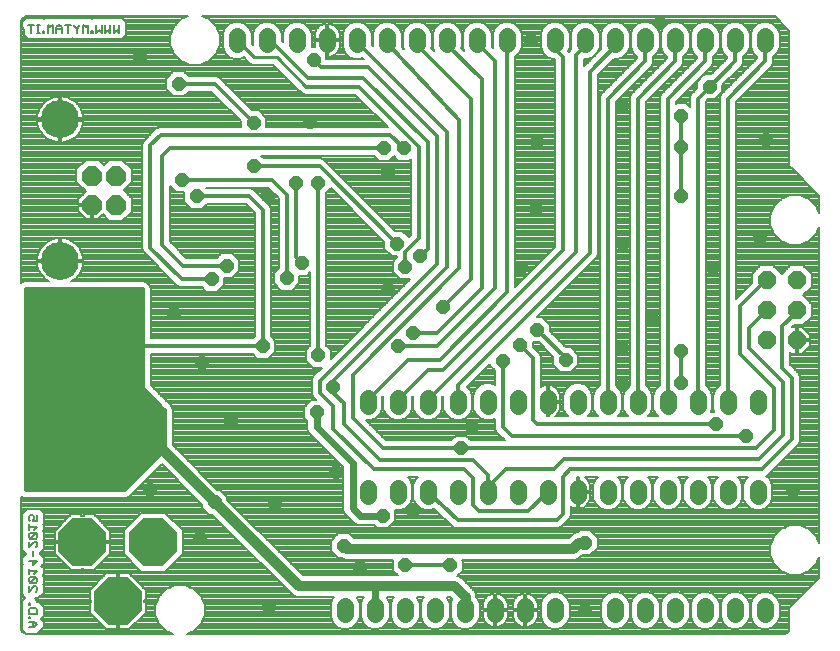
<source format=gbl>
G75*
G70*
%OFA0B0*%
%FSLAX25Y25*%
%IPPOS*%
%LPD*%
%AMOC8*
5,1,8,0,0,1.08239X$1,22.5*
%
%ADD10C,0.00500*%
%ADD11C,0.05600*%
%ADD12OC8,0.06102*%
%ADD13OC8,0.15748*%
%ADD14C,0.07677*%
%ADD15OC8,0.06600*%
%ADD16C,0.12661*%
%ADD17C,0.03200*%
%ADD18C,0.02400*%
%ADD19OC8,0.04400*%
%ADD20C,0.01200*%
%ADD21C,0.00800*%
%ADD22C,0.01600*%
%ADD23C,0.01000*%
D10*
X0031011Y0007695D02*
X0032812Y0007695D01*
X0033713Y0008596D01*
X0032812Y0009497D01*
X0031011Y0009497D01*
X0031011Y0010642D02*
X0031011Y0011092D01*
X0031461Y0011092D01*
X0031461Y0010642D01*
X0031011Y0010642D01*
X0031011Y0012115D02*
X0031011Y0013466D01*
X0031461Y0013917D01*
X0033263Y0013917D01*
X0033713Y0013466D01*
X0033713Y0012115D01*
X0031011Y0012115D01*
X0032362Y0009497D02*
X0032362Y0007695D01*
X0031461Y0015062D02*
X0031461Y0015512D01*
X0031011Y0015512D01*
X0031011Y0015062D01*
X0031461Y0015062D01*
X0031011Y0019481D02*
X0032812Y0021283D01*
X0033263Y0021283D01*
X0033713Y0020832D01*
X0033713Y0019932D01*
X0033263Y0019481D01*
X0031011Y0019481D02*
X0031011Y0021283D01*
X0031461Y0022428D02*
X0033263Y0024229D01*
X0031461Y0024229D01*
X0031011Y0023779D01*
X0031011Y0022878D01*
X0031461Y0022428D01*
X0033263Y0022428D01*
X0033713Y0022878D01*
X0033713Y0023779D01*
X0033263Y0024229D01*
X0032812Y0025374D02*
X0033713Y0026275D01*
X0031011Y0026275D01*
X0031011Y0025374D02*
X0031011Y0027176D01*
X0032362Y0028321D02*
X0032362Y0030122D01*
X0032362Y0031267D02*
X0032362Y0033069D01*
X0033263Y0034214D02*
X0033713Y0034664D01*
X0033713Y0035565D01*
X0033263Y0036015D01*
X0032812Y0036015D01*
X0031011Y0034214D01*
X0031011Y0036015D01*
X0031461Y0037160D02*
X0033263Y0038962D01*
X0031461Y0038962D01*
X0031011Y0038512D01*
X0031011Y0037611D01*
X0031461Y0037160D01*
X0033263Y0037160D01*
X0033713Y0037611D01*
X0033713Y0038512D01*
X0033263Y0038962D01*
X0032812Y0040107D02*
X0033713Y0041008D01*
X0031011Y0041008D01*
X0031011Y0041908D02*
X0031011Y0040107D01*
X0031461Y0043053D02*
X0031011Y0043504D01*
X0031011Y0044405D01*
X0031461Y0044855D01*
X0032362Y0044855D01*
X0032812Y0044405D01*
X0032812Y0043954D01*
X0032362Y0043053D01*
X0033713Y0043053D01*
X0033713Y0044855D01*
X0033713Y0029672D02*
X0032362Y0028321D01*
X0031011Y0029672D02*
X0033713Y0029672D01*
X0033721Y0205800D02*
X0034622Y0205800D01*
X0034171Y0205800D02*
X0034171Y0208502D01*
X0033721Y0208502D02*
X0034622Y0208502D01*
X0032657Y0208502D02*
X0030856Y0208502D01*
X0031756Y0208502D02*
X0031756Y0205800D01*
X0035644Y0205800D02*
X0036095Y0205800D01*
X0036095Y0206250D01*
X0035644Y0206250D01*
X0035644Y0205800D01*
X0037240Y0205800D02*
X0037240Y0208502D01*
X0038141Y0207602D01*
X0039041Y0208502D01*
X0039041Y0205800D01*
X0040186Y0205800D02*
X0040186Y0207602D01*
X0041087Y0208502D01*
X0041988Y0207602D01*
X0041988Y0205800D01*
X0041988Y0207151D02*
X0040186Y0207151D01*
X0043133Y0208502D02*
X0044934Y0208502D01*
X0044034Y0208502D02*
X0044034Y0205800D01*
X0046980Y0205800D02*
X0046980Y0207151D01*
X0046079Y0208052D01*
X0046079Y0208502D01*
X0046980Y0207151D02*
X0047881Y0208052D01*
X0047881Y0208502D01*
X0049026Y0208502D02*
X0049026Y0205800D01*
X0050827Y0205800D02*
X0050827Y0208502D01*
X0049927Y0207602D01*
X0049026Y0208502D01*
X0051850Y0206250D02*
X0051850Y0205800D01*
X0052301Y0205800D01*
X0052301Y0206250D01*
X0051850Y0206250D01*
X0053446Y0205800D02*
X0053446Y0208502D01*
X0055247Y0208502D02*
X0055247Y0205800D01*
X0054346Y0206701D01*
X0053446Y0205800D01*
X0056392Y0205800D02*
X0056392Y0208502D01*
X0058194Y0208502D02*
X0058194Y0205800D01*
X0057293Y0206701D01*
X0056392Y0205800D01*
X0059339Y0205800D02*
X0059339Y0208502D01*
X0061140Y0208502D02*
X0061140Y0205800D01*
X0060239Y0206701D01*
X0059339Y0205800D01*
D11*
X0100461Y0204650D02*
X0100461Y0201850D01*
X0110461Y0201850D02*
X0110461Y0204650D01*
X0120461Y0204650D02*
X0120461Y0201850D01*
X0130461Y0201850D02*
X0130461Y0204650D01*
X0140461Y0204650D02*
X0140461Y0201850D01*
X0150461Y0201850D02*
X0150461Y0204650D01*
X0160461Y0204650D02*
X0160461Y0201850D01*
X0170461Y0201850D02*
X0170461Y0204650D01*
X0180461Y0204650D02*
X0180461Y0201850D01*
X0190461Y0201850D02*
X0190461Y0204650D01*
X0206461Y0204650D02*
X0206461Y0201850D01*
X0216461Y0201850D02*
X0216461Y0204650D01*
X0226461Y0204650D02*
X0226461Y0201850D01*
X0236461Y0201850D02*
X0236461Y0204650D01*
X0246461Y0204650D02*
X0246461Y0201850D01*
X0256461Y0201850D02*
X0256461Y0204650D01*
X0266461Y0204650D02*
X0266461Y0201850D01*
X0276461Y0201850D02*
X0276461Y0204650D01*
X0273961Y0084150D02*
X0273961Y0081350D01*
X0263961Y0081350D02*
X0263961Y0084150D01*
X0253961Y0084150D02*
X0253961Y0081350D01*
X0243961Y0081350D02*
X0243961Y0084150D01*
X0233961Y0084150D02*
X0233961Y0081350D01*
X0223961Y0081350D02*
X0223961Y0084150D01*
X0213961Y0084150D02*
X0213961Y0081350D01*
X0203961Y0081350D02*
X0203961Y0084150D01*
X0193961Y0084150D02*
X0193961Y0081350D01*
X0183961Y0081350D02*
X0183961Y0084150D01*
X0173961Y0084150D02*
X0173961Y0081350D01*
X0163961Y0081350D02*
X0163961Y0084150D01*
X0153961Y0084150D02*
X0153961Y0081350D01*
X0143961Y0081350D02*
X0143961Y0084150D01*
X0143961Y0054150D02*
X0143961Y0051350D01*
X0153961Y0051350D02*
X0153961Y0054150D01*
X0163961Y0054150D02*
X0163961Y0051350D01*
X0173961Y0051350D02*
X0173961Y0054150D01*
X0183961Y0054150D02*
X0183961Y0051350D01*
X0193961Y0051350D02*
X0193961Y0054150D01*
X0203961Y0054150D02*
X0203961Y0051350D01*
X0213961Y0051350D02*
X0213961Y0054150D01*
X0223961Y0054150D02*
X0223961Y0051350D01*
X0233961Y0051350D02*
X0233961Y0054150D01*
X0243961Y0054150D02*
X0243961Y0051350D01*
X0253961Y0051350D02*
X0253961Y0054150D01*
X0263961Y0054150D02*
X0263961Y0051350D01*
X0273961Y0051350D02*
X0273961Y0054150D01*
X0276461Y0014650D02*
X0276461Y0011850D01*
X0266461Y0011850D02*
X0266461Y0014650D01*
X0256461Y0014650D02*
X0256461Y0011850D01*
X0246461Y0011850D02*
X0246461Y0014650D01*
X0236461Y0014650D02*
X0236461Y0011850D01*
X0226461Y0011850D02*
X0226461Y0014650D01*
X0206461Y0014650D02*
X0206461Y0011850D01*
X0196461Y0011850D02*
X0196461Y0014650D01*
X0186461Y0014650D02*
X0186461Y0011850D01*
X0176461Y0011850D02*
X0176461Y0014650D01*
X0166461Y0014650D02*
X0166461Y0011850D01*
X0156461Y0011850D02*
X0156461Y0014650D01*
X0146461Y0014650D02*
X0146461Y0011850D01*
X0136461Y0011850D02*
X0136461Y0014650D01*
D12*
X0276961Y0103250D03*
X0286961Y0103250D03*
X0286961Y0113250D03*
X0276961Y0113250D03*
X0276961Y0123250D03*
X0286961Y0123250D03*
D13*
X0072461Y0035950D03*
X0048861Y0035950D03*
X0060661Y0016250D03*
D14*
X0063661Y0016250D03*
X0057661Y0016250D03*
X0048861Y0032950D03*
X0048861Y0038950D03*
X0072461Y0038950D03*
X0072461Y0032950D03*
D15*
X0060004Y0148329D03*
X0052130Y0148329D03*
X0052130Y0158171D03*
X0060004Y0158171D03*
D16*
X0041461Y0176872D03*
X0041461Y0129628D03*
D17*
X0073961Y0068250D02*
X0092961Y0049250D01*
X0120961Y0021250D01*
X0146961Y0021250D01*
X0172861Y0021250D01*
X0176561Y0017550D01*
X0176461Y0013250D01*
X0212461Y0033750D02*
X0136961Y0033750D01*
X0135961Y0034750D01*
X0212461Y0033750D02*
X0214461Y0035750D01*
X0216461Y0035750D01*
D18*
X0148961Y0044750D02*
X0141461Y0044750D01*
X0138961Y0047250D01*
X0138961Y0062250D01*
X0126961Y0074250D01*
X0126961Y0079250D01*
X0146461Y0021750D02*
X0146961Y0021250D01*
X0146461Y0021750D02*
X0146461Y0013250D01*
D19*
X0141461Y0027750D03*
X0135961Y0034750D03*
X0156461Y0028250D03*
X0171461Y0028250D03*
X0148961Y0044750D03*
X0159061Y0046350D03*
X0133461Y0059250D03*
X0112961Y0048750D03*
X0092961Y0049250D03*
X0071461Y0053250D03*
X0061461Y0055750D03*
X0056461Y0063250D03*
X0046461Y0060750D03*
X0036461Y0055750D03*
X0036461Y0071750D03*
X0056461Y0080750D03*
X0046461Y0083250D03*
X0036461Y0088250D03*
X0053961Y0098250D03*
X0079361Y0112350D03*
X0091961Y0123550D03*
X0096961Y0128150D03*
X0116961Y0123950D03*
X0121961Y0128950D03*
X0150861Y0120350D03*
X0156461Y0127750D03*
X0161461Y0131250D03*
X0153711Y0135500D03*
X0110861Y0151450D03*
X0119961Y0155750D03*
X0127461Y0155750D03*
X0150561Y0159350D03*
X0149461Y0167250D03*
X0155961Y0167250D03*
X0124861Y0176150D03*
X0105961Y0175750D03*
X0105961Y0161250D03*
X0081961Y0156750D03*
X0086961Y0151250D03*
X0168961Y0114250D03*
X0159061Y0105750D03*
X0153961Y0101250D03*
X0127461Y0098250D03*
X0108961Y0101250D03*
X0088861Y0095750D03*
X0132461Y0087750D03*
X0126961Y0079250D03*
X0098361Y0076350D03*
X0174961Y0067250D03*
X0178661Y0074450D03*
X0228961Y0088250D03*
X0248461Y0088950D03*
X0248461Y0099750D03*
X0228861Y0100550D03*
X0209961Y0096750D03*
X0194711Y0101700D03*
X0189011Y0096500D03*
X0200461Y0106750D03*
X0238861Y0110350D03*
X0258961Y0127250D03*
X0274561Y0137350D03*
X0248461Y0151250D03*
X0229061Y0135350D03*
X0200061Y0146850D03*
X0195161Y0127450D03*
X0200261Y0169250D03*
X0228861Y0181250D03*
X0248461Y0178050D03*
X0248461Y0167650D03*
X0276561Y0169850D03*
X0257961Y0187750D03*
X0241461Y0208950D03*
X0198461Y0203250D03*
X0125961Y0196750D03*
X0080961Y0188750D03*
X0067961Y0197750D03*
X0259961Y0075250D03*
X0269961Y0071250D03*
X0285561Y0052850D03*
X0216461Y0035750D03*
X0216461Y0013250D03*
X0111061Y0014350D03*
X0088061Y0037350D03*
D20*
X0065695Y0055984D02*
X0029961Y0055984D01*
X0029961Y0054786D02*
X0064497Y0054786D01*
X0063298Y0053587D02*
X0029961Y0053587D01*
X0029961Y0053250D02*
X0029961Y0120250D01*
X0068961Y0120250D01*
X0068961Y0087250D01*
X0076461Y0079750D01*
X0076461Y0066750D01*
X0062961Y0053250D01*
X0029961Y0053250D01*
X0029961Y0057183D02*
X0066894Y0057183D01*
X0068092Y0058382D02*
X0029961Y0058382D01*
X0029961Y0059580D02*
X0069291Y0059580D01*
X0070489Y0060779D02*
X0029961Y0060779D01*
X0029961Y0061977D02*
X0071688Y0061977D01*
X0072886Y0063176D02*
X0029961Y0063176D01*
X0029961Y0064374D02*
X0074085Y0064374D01*
X0075283Y0065573D02*
X0029961Y0065573D01*
X0029961Y0066771D02*
X0076461Y0066771D01*
X0076461Y0067970D02*
X0029961Y0067970D01*
X0029961Y0069168D02*
X0076461Y0069168D01*
X0076461Y0070367D02*
X0029961Y0070367D01*
X0029961Y0071565D02*
X0076461Y0071565D01*
X0076461Y0072764D02*
X0029961Y0072764D01*
X0029961Y0073962D02*
X0076461Y0073962D01*
X0076461Y0075161D02*
X0029961Y0075161D01*
X0029961Y0076359D02*
X0076461Y0076359D01*
X0076461Y0077558D02*
X0029961Y0077558D01*
X0029961Y0078756D02*
X0076461Y0078756D01*
X0076256Y0079955D02*
X0029961Y0079955D01*
X0029961Y0081153D02*
X0075057Y0081153D01*
X0073859Y0082352D02*
X0029961Y0082352D01*
X0029961Y0083550D02*
X0072660Y0083550D01*
X0071462Y0084749D02*
X0029961Y0084749D01*
X0029961Y0085947D02*
X0070263Y0085947D01*
X0069065Y0087146D02*
X0029961Y0087146D01*
X0029961Y0088344D02*
X0068961Y0088344D01*
X0068961Y0089543D02*
X0029961Y0089543D01*
X0029961Y0090741D02*
X0068961Y0090741D01*
X0068961Y0091940D02*
X0029961Y0091940D01*
X0029961Y0093138D02*
X0068961Y0093138D01*
X0068961Y0094337D02*
X0029961Y0094337D01*
X0029961Y0095535D02*
X0068961Y0095535D01*
X0068961Y0096734D02*
X0029961Y0096734D01*
X0029961Y0097932D02*
X0068961Y0097932D01*
X0068961Y0099131D02*
X0029961Y0099131D01*
X0029961Y0100329D02*
X0068961Y0100329D01*
X0068961Y0101528D02*
X0029961Y0101528D01*
X0029961Y0102726D02*
X0068961Y0102726D01*
X0068961Y0103925D02*
X0029961Y0103925D01*
X0029961Y0105123D02*
X0068961Y0105123D01*
X0068961Y0106322D02*
X0029961Y0106322D01*
X0029961Y0107520D02*
X0068961Y0107520D01*
X0068961Y0108719D02*
X0029961Y0108719D01*
X0029961Y0109918D02*
X0068961Y0109918D01*
X0068961Y0111116D02*
X0029961Y0111116D01*
X0029961Y0112315D02*
X0068961Y0112315D01*
X0068961Y0113513D02*
X0029961Y0113513D01*
X0029961Y0114712D02*
X0068961Y0114712D01*
X0068961Y0115910D02*
X0029961Y0115910D01*
X0029961Y0117109D02*
X0068961Y0117109D01*
X0068961Y0118307D02*
X0029961Y0118307D01*
X0029961Y0119506D02*
X0068961Y0119506D01*
X0081961Y0123550D02*
X0071461Y0134050D01*
X0071461Y0168250D01*
X0074961Y0171750D01*
X0151461Y0171750D01*
X0155961Y0167250D01*
X0160961Y0167750D02*
X0140961Y0187750D01*
X0123461Y0187750D01*
X0123961Y0190750D02*
X0111461Y0203250D01*
X0110461Y0203250D01*
X0125961Y0196750D02*
X0128461Y0194250D01*
X0143961Y0194250D01*
X0166961Y0171250D01*
X0166961Y0128750D01*
X0127961Y0089750D01*
X0127961Y0085750D01*
X0132461Y0081250D01*
X0132461Y0073750D01*
X0145961Y0060250D01*
X0175961Y0060250D01*
X0178961Y0057250D01*
X0178961Y0048250D01*
X0180961Y0046250D01*
X0197461Y0046250D01*
X0203961Y0052750D01*
X0208961Y0057750D02*
X0208961Y0045250D01*
X0206961Y0043250D01*
X0173961Y0043250D01*
X0163961Y0052750D01*
X0178961Y0063250D02*
X0183961Y0058250D01*
X0183961Y0054250D01*
X0189961Y0060250D01*
X0205961Y0060250D01*
X0209461Y0063750D01*
X0274461Y0063750D01*
X0282461Y0071750D01*
X0282461Y0089250D01*
X0270961Y0100750D01*
X0270961Y0107250D01*
X0276961Y0113250D01*
X0281961Y0107850D02*
X0287012Y0112801D01*
X0286961Y0113250D01*
X0281961Y0107850D02*
X0281961Y0094150D01*
X0285461Y0090750D01*
X0285461Y0070250D01*
X0275461Y0060250D01*
X0211461Y0060250D01*
X0208961Y0057750D01*
X0178961Y0063250D02*
X0147961Y0063250D01*
X0135961Y0075250D01*
X0135961Y0082250D01*
X0132461Y0085750D01*
X0132461Y0087750D01*
X0132461Y0089750D01*
X0170461Y0127750D01*
X0170461Y0172750D01*
X0140461Y0202750D01*
X0150461Y0202250D02*
X0174461Y0176750D01*
X0174461Y0127250D01*
X0138961Y0091750D01*
X0138961Y0077250D01*
X0148961Y0067250D01*
X0174961Y0067250D01*
X0273461Y0067250D01*
X0279461Y0073250D01*
X0279461Y0087250D01*
X0267961Y0098750D01*
X0267961Y0114750D01*
X0276264Y0123053D01*
X0276961Y0123250D01*
X0248461Y0099750D02*
X0248461Y0088950D01*
X0243961Y0082750D02*
X0243961Y0183750D01*
X0256461Y0196250D01*
X0256461Y0203250D01*
X0266461Y0203250D02*
X0266461Y0196250D01*
X0257961Y0187750D01*
X0253961Y0183750D01*
X0253961Y0082750D01*
X0263961Y0082750D02*
X0263961Y0183750D01*
X0276461Y0196250D01*
X0276461Y0203250D01*
X0246461Y0203250D02*
X0246461Y0196250D01*
X0233961Y0183750D01*
X0233961Y0082750D01*
X0223961Y0082750D02*
X0223961Y0183750D01*
X0236461Y0196250D01*
X0236461Y0203250D01*
X0226461Y0203250D02*
X0226461Y0201250D01*
X0217961Y0192750D01*
X0217961Y0132250D01*
X0173961Y0088250D01*
X0173961Y0082750D01*
X0163961Y0083250D02*
X0213461Y0132750D01*
X0213461Y0198250D01*
X0216461Y0201250D01*
X0216461Y0203250D01*
X0208961Y0197750D02*
X0206461Y0200250D01*
X0206461Y0203250D01*
X0208961Y0197750D02*
X0208961Y0133250D01*
X0168961Y0093250D01*
X0163961Y0093250D01*
X0153961Y0083250D01*
X0143961Y0083250D02*
X0157461Y0096750D01*
X0167961Y0096750D01*
X0190461Y0119250D01*
X0190461Y0203250D01*
X0186461Y0196250D02*
X0180461Y0202250D01*
X0180461Y0203250D01*
X0170461Y0203250D02*
X0170461Y0201750D01*
X0181961Y0190250D01*
X0181961Y0120750D01*
X0166961Y0105750D01*
X0159061Y0105750D01*
X0153961Y0101250D02*
X0166961Y0101250D01*
X0186461Y0120750D01*
X0186461Y0196250D01*
X0178461Y0183750D02*
X0178461Y0123750D01*
X0168961Y0114250D01*
X0200461Y0106750D02*
X0209961Y0097250D01*
X0209961Y0096750D01*
X0198961Y0097450D02*
X0194711Y0101700D01*
X0198961Y0097450D02*
X0198961Y0076750D01*
X0200461Y0075250D01*
X0259961Y0075250D01*
X0269961Y0071250D02*
X0191961Y0071250D01*
X0188961Y0074250D01*
X0188961Y0096450D01*
X0189011Y0096500D01*
X0127461Y0098250D02*
X0127461Y0155750D01*
X0127961Y0161250D02*
X0153711Y0135500D01*
X0156461Y0132750D02*
X0156461Y0127750D01*
X0156461Y0132750D02*
X0160961Y0137250D01*
X0160961Y0167750D01*
X0163961Y0169250D02*
X0142461Y0190750D01*
X0123961Y0190750D01*
X0105961Y0175750D02*
X0092961Y0188750D01*
X0080961Y0188750D01*
X0077961Y0167250D02*
X0149461Y0167250D01*
X0163961Y0169250D02*
X0163961Y0133750D01*
X0161461Y0131250D01*
X0121961Y0128950D02*
X0119961Y0130950D01*
X0119961Y0155750D01*
X0116961Y0151750D02*
X0111961Y0156750D01*
X0081961Y0156750D01*
X0086961Y0151250D02*
X0104461Y0151250D01*
X0108961Y0146750D01*
X0108961Y0101250D01*
X0056961Y0101250D01*
X0053961Y0098250D01*
X0081961Y0123550D02*
X0091961Y0123550D01*
X0096961Y0128150D02*
X0082461Y0128150D01*
X0075461Y0135150D01*
X0075461Y0164750D01*
X0077961Y0167250D01*
X0105961Y0161250D02*
X0127961Y0161250D01*
X0116961Y0151750D02*
X0116961Y0123950D01*
X0248461Y0151250D02*
X0248461Y0163650D01*
X0248461Y0167650D01*
X0248461Y0178050D01*
X0178461Y0183750D02*
X0160461Y0201750D01*
X0160461Y0203250D01*
X0150461Y0203250D02*
X0150461Y0202250D01*
X0156461Y0028250D02*
X0171461Y0028250D01*
D21*
X0028461Y0007187D02*
X0028498Y0006809D01*
X0028787Y0006111D01*
X0029321Y0005576D01*
X0030020Y0005287D01*
X0030398Y0005250D01*
X0079087Y0005250D01*
X0076759Y0006214D01*
X0074425Y0008549D01*
X0073161Y0011599D01*
X0073161Y0014901D01*
X0074425Y0017951D01*
X0076759Y0020286D01*
X0079810Y0021549D01*
X0083111Y0021549D01*
X0086162Y0020286D01*
X0088496Y0017951D01*
X0089760Y0014901D01*
X0089760Y0011599D01*
X0088496Y0008549D01*
X0086162Y0006214D01*
X0083834Y0005250D01*
X0282524Y0005250D01*
X0282902Y0005287D01*
X0283600Y0005576D01*
X0284134Y0006111D01*
X0284423Y0006809D01*
X0284461Y0007187D01*
X0284461Y0014078D01*
X0285632Y0015250D01*
X0294461Y0024078D01*
X0294461Y0030877D01*
X0293496Y0028549D01*
X0291162Y0026214D01*
X0288111Y0024951D01*
X0284810Y0024951D01*
X0281759Y0026214D01*
X0279425Y0028549D01*
X0278161Y0031599D01*
X0278161Y0034901D01*
X0279425Y0037951D01*
X0281759Y0040286D01*
X0284810Y0041549D01*
X0288111Y0041549D01*
X0291162Y0040286D01*
X0293496Y0037951D01*
X0294461Y0035623D01*
X0294461Y0140877D01*
X0293496Y0138549D01*
X0291162Y0136214D01*
X0288111Y0134951D01*
X0284810Y0134951D01*
X0281759Y0136214D01*
X0279425Y0138549D01*
X0278161Y0141599D01*
X0278161Y0144901D01*
X0279425Y0147951D01*
X0281759Y0150286D01*
X0284810Y0151549D01*
X0288111Y0151549D01*
X0291162Y0150286D01*
X0293496Y0147951D01*
X0294461Y0145623D01*
X0294461Y0151422D01*
X0285632Y0160250D01*
X0285632Y0160250D01*
X0284461Y0161422D01*
X0284461Y0206422D01*
X0279632Y0211250D01*
X0088834Y0211250D01*
X0091162Y0210286D01*
X0093496Y0207951D01*
X0094760Y0204901D01*
X0094760Y0201599D01*
X0093496Y0198549D01*
X0091162Y0196214D01*
X0088111Y0194951D01*
X0084810Y0194951D01*
X0081759Y0196214D01*
X0079425Y0198549D01*
X0078161Y0201599D01*
X0078161Y0204901D01*
X0079425Y0207951D01*
X0081759Y0210286D01*
X0084087Y0211250D01*
X0030398Y0211250D01*
X0030020Y0211213D01*
X0029321Y0210924D01*
X0028787Y0210389D01*
X0028498Y0209691D01*
X0028461Y0209313D01*
X0028461Y0122427D01*
X0028488Y0122454D01*
X0029443Y0122850D01*
X0037739Y0122850D01*
X0037156Y0123186D01*
X0036352Y0123803D01*
X0035636Y0124520D01*
X0035019Y0125324D01*
X0034512Y0126201D01*
X0034124Y0127138D01*
X0033862Y0128117D01*
X0033730Y0129121D01*
X0033730Y0129228D01*
X0041061Y0129228D01*
X0041061Y0130028D01*
X0041061Y0137359D01*
X0040954Y0137359D01*
X0039949Y0137226D01*
X0038970Y0136964D01*
X0038034Y0136576D01*
X0037156Y0136070D01*
X0036352Y0135453D01*
X0035636Y0134736D01*
X0035019Y0133932D01*
X0034512Y0133054D01*
X0034124Y0132118D01*
X0033862Y0131139D01*
X0033730Y0130135D01*
X0033730Y0130028D01*
X0041061Y0130028D01*
X0041861Y0130028D01*
X0049191Y0130028D01*
X0049191Y0130135D01*
X0049059Y0131139D01*
X0048797Y0132118D01*
X0048409Y0133054D01*
X0047902Y0133932D01*
X0047285Y0134736D01*
X0046569Y0135453D01*
X0045765Y0136070D01*
X0044887Y0136576D01*
X0043951Y0136964D01*
X0042972Y0137226D01*
X0041967Y0137359D01*
X0041861Y0137359D01*
X0041861Y0130028D01*
X0041861Y0129228D01*
X0049191Y0129228D01*
X0049191Y0129121D01*
X0049059Y0128117D01*
X0048797Y0127138D01*
X0048409Y0126201D01*
X0047902Y0125324D01*
X0047285Y0124520D01*
X0046569Y0123803D01*
X0045765Y0123186D01*
X0045182Y0122850D01*
X0069478Y0122850D01*
X0070433Y0122454D01*
X0071165Y0121723D01*
X0071561Y0120767D01*
X0071561Y0103850D01*
X0105621Y0103850D01*
X0106361Y0104590D01*
X0106361Y0145673D01*
X0103384Y0148650D01*
X0090300Y0148650D01*
X0088700Y0147050D01*
X0085221Y0147050D01*
X0082761Y0149510D01*
X0082761Y0152550D01*
X0080221Y0152550D01*
X0078061Y0154710D01*
X0078061Y0136227D01*
X0083538Y0130750D01*
X0093621Y0130750D01*
X0095221Y0132350D01*
X0098700Y0132350D01*
X0101161Y0129890D01*
X0101161Y0126410D01*
X0098700Y0123950D01*
X0096161Y0123950D01*
X0096161Y0121810D01*
X0093700Y0119350D01*
X0090221Y0119350D01*
X0088621Y0120950D01*
X0081443Y0120950D01*
X0080488Y0121346D01*
X0069988Y0131846D01*
X0069256Y0132577D01*
X0068861Y0133533D01*
X0068861Y0168767D01*
X0069256Y0169723D01*
X0072756Y0173223D01*
X0073488Y0173954D01*
X0074443Y0174350D01*
X0101761Y0174350D01*
X0101761Y0176273D01*
X0091884Y0186150D01*
X0084300Y0186150D01*
X0082700Y0184550D01*
X0079221Y0184550D01*
X0076761Y0187010D01*
X0076761Y0190490D01*
X0079221Y0192950D01*
X0082700Y0192950D01*
X0084300Y0191350D01*
X0093478Y0191350D01*
X0094433Y0190954D01*
X0105438Y0179950D01*
X0107700Y0179950D01*
X0110161Y0177490D01*
X0110161Y0174350D01*
X0150684Y0174350D01*
X0139884Y0185150D01*
X0122943Y0185150D01*
X0121988Y0185546D01*
X0121256Y0186277D01*
X0121160Y0186509D01*
X0112533Y0195050D01*
X0106546Y0195050D01*
X0106536Y0195046D01*
X0106050Y0195050D01*
X0105563Y0195050D01*
X0105553Y0195054D01*
X0105541Y0195055D01*
X0105094Y0195244D01*
X0104644Y0195431D01*
X0104636Y0195439D01*
X0104626Y0195443D01*
X0104285Y0195790D01*
X0103941Y0196134D01*
X0103937Y0196144D01*
X0102575Y0197530D01*
X0101415Y0197050D01*
X0099506Y0197050D01*
X0097742Y0197781D01*
X0096391Y0199131D01*
X0095661Y0200895D01*
X0095661Y0205605D01*
X0096391Y0207369D01*
X0097742Y0208719D01*
X0099506Y0209450D01*
X0101415Y0209450D01*
X0103180Y0208719D01*
X0104530Y0207369D01*
X0105261Y0205605D01*
X0105261Y0201932D01*
X0105661Y0201524D01*
X0105661Y0205605D01*
X0106391Y0207369D01*
X0107742Y0208719D01*
X0109506Y0209450D01*
X0111415Y0209450D01*
X0113180Y0208719D01*
X0114530Y0207369D01*
X0115261Y0205605D01*
X0115261Y0203127D01*
X0115661Y0202727D01*
X0115661Y0205605D01*
X0116391Y0207369D01*
X0117742Y0208719D01*
X0119506Y0209450D01*
X0121415Y0209450D01*
X0123180Y0208719D01*
X0124530Y0207369D01*
X0125261Y0205605D01*
X0125261Y0200950D01*
X0126351Y0200950D01*
X0126261Y0201519D01*
X0126261Y0202850D01*
X0130061Y0202850D01*
X0130861Y0202850D01*
X0130861Y0203650D01*
X0134661Y0203650D01*
X0134661Y0204981D01*
X0134557Y0205634D01*
X0134353Y0206262D01*
X0134053Y0206851D01*
X0133664Y0207386D01*
X0133197Y0207854D01*
X0132662Y0208242D01*
X0132073Y0208542D01*
X0131444Y0208747D01*
X0130861Y0208839D01*
X0130861Y0203650D01*
X0130061Y0203650D01*
X0130061Y0208839D01*
X0129477Y0208747D01*
X0128848Y0208542D01*
X0128259Y0208242D01*
X0127725Y0207854D01*
X0127257Y0207386D01*
X0126868Y0206851D01*
X0126568Y0206262D01*
X0126364Y0205634D01*
X0126261Y0204981D01*
X0126261Y0203650D01*
X0130061Y0203650D01*
X0130061Y0202850D01*
X0130061Y0198590D01*
X0130161Y0198490D01*
X0130161Y0196850D01*
X0142684Y0196850D01*
X0142171Y0197363D01*
X0141415Y0197050D01*
X0139506Y0197050D01*
X0137742Y0197781D01*
X0136391Y0199131D01*
X0135661Y0200895D01*
X0135661Y0205605D01*
X0136391Y0207369D01*
X0137742Y0208719D01*
X0139506Y0209450D01*
X0141415Y0209450D01*
X0143180Y0208719D01*
X0144530Y0207369D01*
X0145261Y0205605D01*
X0145261Y0201627D01*
X0145661Y0201227D01*
X0145661Y0205605D01*
X0146391Y0207369D01*
X0147742Y0208719D01*
X0149506Y0209450D01*
X0151415Y0209450D01*
X0153180Y0208719D01*
X0154530Y0207369D01*
X0155261Y0205605D01*
X0155261Y0200944D01*
X0155939Y0200223D01*
X0155661Y0200895D01*
X0155661Y0205605D01*
X0156391Y0207369D01*
X0157742Y0208719D01*
X0159506Y0209450D01*
X0161415Y0209450D01*
X0163180Y0208719D01*
X0164530Y0207369D01*
X0165261Y0205605D01*
X0165261Y0200895D01*
X0165182Y0200706D01*
X0166133Y0199754D01*
X0165661Y0200895D01*
X0165661Y0205605D01*
X0166391Y0207369D01*
X0167742Y0208719D01*
X0169506Y0209450D01*
X0171415Y0209450D01*
X0173180Y0208719D01*
X0174530Y0207369D01*
X0175261Y0205605D01*
X0175261Y0200895D01*
X0175182Y0200706D01*
X0176133Y0199754D01*
X0175661Y0200895D01*
X0175661Y0205605D01*
X0176391Y0207369D01*
X0177742Y0208719D01*
X0179506Y0209450D01*
X0181415Y0209450D01*
X0183180Y0208719D01*
X0184530Y0207369D01*
X0185261Y0205605D01*
X0185261Y0201127D01*
X0185780Y0200608D01*
X0185661Y0200895D01*
X0185661Y0205605D01*
X0186391Y0207369D01*
X0187742Y0208719D01*
X0189506Y0209450D01*
X0191415Y0209450D01*
X0193180Y0208719D01*
X0194530Y0207369D01*
X0195261Y0205605D01*
X0195261Y0200895D01*
X0194530Y0199131D01*
X0193180Y0197781D01*
X0193061Y0197731D01*
X0193061Y0121027D01*
X0206361Y0134327D01*
X0206361Y0196673D01*
X0205984Y0197050D01*
X0205506Y0197050D01*
X0203742Y0197781D01*
X0202391Y0199131D01*
X0201661Y0200895D01*
X0201661Y0205605D01*
X0202391Y0207369D01*
X0203742Y0208719D01*
X0205506Y0209450D01*
X0207415Y0209450D01*
X0209180Y0208719D01*
X0210530Y0207369D01*
X0211261Y0205605D01*
X0211261Y0200895D01*
X0210743Y0199645D01*
X0211083Y0199304D01*
X0211256Y0199723D01*
X0211886Y0200352D01*
X0211661Y0200895D01*
X0211661Y0205605D01*
X0212391Y0207369D01*
X0213742Y0208719D01*
X0215506Y0209450D01*
X0217415Y0209450D01*
X0219180Y0208719D01*
X0220530Y0207369D01*
X0221261Y0205605D01*
X0221261Y0200895D01*
X0220530Y0199131D01*
X0219180Y0197781D01*
X0217415Y0197050D01*
X0216061Y0197050D01*
X0216061Y0194527D01*
X0216488Y0194954D01*
X0221886Y0200352D01*
X0221661Y0200895D01*
X0221661Y0205605D01*
X0222391Y0207369D01*
X0223742Y0208719D01*
X0225506Y0209450D01*
X0227415Y0209450D01*
X0229180Y0208719D01*
X0230530Y0207369D01*
X0231261Y0205605D01*
X0231261Y0200895D01*
X0230530Y0199131D01*
X0229180Y0197781D01*
X0227415Y0197050D01*
X0225938Y0197050D01*
X0220561Y0191673D01*
X0220561Y0131733D01*
X0220165Y0130777D01*
X0219433Y0130046D01*
X0200338Y0110950D01*
X0202200Y0110950D01*
X0204661Y0108490D01*
X0204661Y0106227D01*
X0209938Y0100950D01*
X0211700Y0100950D01*
X0214161Y0098490D01*
X0214161Y0095010D01*
X0211700Y0092550D01*
X0208221Y0092550D01*
X0205761Y0095010D01*
X0205761Y0097773D01*
X0200984Y0102550D01*
X0198911Y0102550D01*
X0198911Y0101177D01*
X0201165Y0098923D01*
X0201561Y0097967D01*
X0201561Y0087598D01*
X0201759Y0087742D01*
X0202348Y0088042D01*
X0202977Y0088247D01*
X0203561Y0088339D01*
X0203561Y0083150D01*
X0204361Y0083150D01*
X0208161Y0083150D01*
X0208161Y0084481D01*
X0208057Y0085134D01*
X0207853Y0085762D01*
X0207553Y0086351D01*
X0207164Y0086886D01*
X0206697Y0087354D01*
X0206162Y0087742D01*
X0205573Y0088042D01*
X0204944Y0088247D01*
X0204361Y0088339D01*
X0204361Y0083150D01*
X0204361Y0082350D01*
X0208161Y0082350D01*
X0208161Y0081019D01*
X0208057Y0080366D01*
X0207853Y0079738D01*
X0207553Y0079149D01*
X0207164Y0078614D01*
X0206697Y0078146D01*
X0206289Y0077850D01*
X0210672Y0077850D01*
X0209891Y0078631D01*
X0209161Y0080395D01*
X0209161Y0085105D01*
X0209891Y0086869D01*
X0211242Y0088219D01*
X0213006Y0088950D01*
X0214915Y0088950D01*
X0216680Y0088219D01*
X0218030Y0086869D01*
X0218761Y0085105D01*
X0218761Y0080395D01*
X0218030Y0078631D01*
X0217249Y0077850D01*
X0220672Y0077850D01*
X0219891Y0078631D01*
X0219161Y0080395D01*
X0219161Y0085105D01*
X0219891Y0086869D01*
X0221242Y0088219D01*
X0221361Y0088269D01*
X0221361Y0184267D01*
X0221756Y0185223D01*
X0233861Y0197327D01*
X0233861Y0197731D01*
X0233742Y0197781D01*
X0232391Y0199131D01*
X0231661Y0200895D01*
X0231661Y0205605D01*
X0232391Y0207369D01*
X0233742Y0208719D01*
X0235506Y0209450D01*
X0237415Y0209450D01*
X0239180Y0208719D01*
X0240530Y0207369D01*
X0241261Y0205605D01*
X0241261Y0200895D01*
X0240530Y0199131D01*
X0239180Y0197781D01*
X0239061Y0197731D01*
X0239061Y0195733D01*
X0238665Y0194777D01*
X0237933Y0194046D01*
X0226561Y0182673D01*
X0226561Y0088269D01*
X0226680Y0088219D01*
X0228030Y0086869D01*
X0228761Y0085105D01*
X0228761Y0080395D01*
X0228030Y0078631D01*
X0227249Y0077850D01*
X0230672Y0077850D01*
X0229891Y0078631D01*
X0229161Y0080395D01*
X0229161Y0085105D01*
X0229891Y0086869D01*
X0231242Y0088219D01*
X0231361Y0088269D01*
X0231361Y0184267D01*
X0231756Y0185223D01*
X0243861Y0197327D01*
X0243861Y0197731D01*
X0243742Y0197781D01*
X0242391Y0199131D01*
X0241661Y0200895D01*
X0241661Y0205605D01*
X0242391Y0207369D01*
X0243742Y0208719D01*
X0245506Y0209450D01*
X0247415Y0209450D01*
X0249180Y0208719D01*
X0250530Y0207369D01*
X0251261Y0205605D01*
X0251261Y0200895D01*
X0250530Y0199131D01*
X0249180Y0197781D01*
X0249061Y0197731D01*
X0249061Y0195733D01*
X0248665Y0194777D01*
X0247933Y0194046D01*
X0236561Y0182673D01*
X0236561Y0088269D01*
X0236680Y0088219D01*
X0238030Y0086869D01*
X0238761Y0085105D01*
X0238761Y0080395D01*
X0238030Y0078631D01*
X0237249Y0077850D01*
X0240672Y0077850D01*
X0239891Y0078631D01*
X0239161Y0080395D01*
X0239161Y0085105D01*
X0239891Y0086869D01*
X0241242Y0088219D01*
X0241361Y0088269D01*
X0241361Y0184267D01*
X0241756Y0185223D01*
X0253861Y0197327D01*
X0253861Y0197731D01*
X0253742Y0197781D01*
X0252391Y0199131D01*
X0251661Y0200895D01*
X0251661Y0205605D01*
X0252391Y0207369D01*
X0253742Y0208719D01*
X0255506Y0209450D01*
X0257415Y0209450D01*
X0259180Y0208719D01*
X0260530Y0207369D01*
X0261261Y0205605D01*
X0261261Y0200895D01*
X0260530Y0199131D01*
X0259180Y0197781D01*
X0259061Y0197731D01*
X0259061Y0195733D01*
X0258665Y0194777D01*
X0257933Y0194046D01*
X0246561Y0182673D01*
X0246561Y0182090D01*
X0246721Y0182250D01*
X0250200Y0182250D01*
X0251361Y0181090D01*
X0251361Y0184267D01*
X0251756Y0185223D01*
X0253761Y0187227D01*
X0253761Y0189490D01*
X0256221Y0191950D01*
X0258484Y0191950D01*
X0263861Y0197327D01*
X0263861Y0197731D01*
X0263742Y0197781D01*
X0262391Y0199131D01*
X0261661Y0200895D01*
X0261661Y0205605D01*
X0262391Y0207369D01*
X0263742Y0208719D01*
X0265506Y0209450D01*
X0267415Y0209450D01*
X0269180Y0208719D01*
X0270530Y0207369D01*
X0271261Y0205605D01*
X0271261Y0200895D01*
X0270530Y0199131D01*
X0269180Y0197781D01*
X0269061Y0197731D01*
X0269061Y0195733D01*
X0268665Y0194777D01*
X0267933Y0194046D01*
X0267933Y0194046D01*
X0262161Y0188273D01*
X0262161Y0186010D01*
X0259700Y0183550D01*
X0257438Y0183550D01*
X0256561Y0182673D01*
X0256561Y0088269D01*
X0256680Y0088219D01*
X0258030Y0086869D01*
X0258761Y0085105D01*
X0258761Y0080395D01*
X0258369Y0079450D01*
X0259552Y0079450D01*
X0259161Y0080395D01*
X0259161Y0085105D01*
X0259891Y0086869D01*
X0261242Y0088219D01*
X0261361Y0088269D01*
X0261361Y0184267D01*
X0261756Y0185223D01*
X0273861Y0197327D01*
X0273861Y0197731D01*
X0273742Y0197781D01*
X0272391Y0199131D01*
X0271661Y0200895D01*
X0271661Y0205605D01*
X0272391Y0207369D01*
X0273742Y0208719D01*
X0275506Y0209450D01*
X0277415Y0209450D01*
X0279180Y0208719D01*
X0280530Y0207369D01*
X0281261Y0205605D01*
X0281261Y0200895D01*
X0280530Y0199131D01*
X0279180Y0197781D01*
X0279061Y0197731D01*
X0279061Y0195733D01*
X0278665Y0194777D01*
X0277933Y0194046D01*
X0277933Y0194046D01*
X0266561Y0182673D01*
X0266561Y0117027D01*
X0271909Y0122376D01*
X0271909Y0125342D01*
X0274868Y0128301D01*
X0279053Y0128301D01*
X0281961Y0125393D01*
X0284868Y0128301D01*
X0289053Y0128301D01*
X0292012Y0125342D01*
X0292012Y0121158D01*
X0289104Y0118250D01*
X0292012Y0115342D01*
X0292012Y0111158D01*
X0289053Y0108199D01*
X0286031Y0108199D01*
X0285523Y0107701D01*
X0286561Y0107701D01*
X0286561Y0103650D01*
X0287361Y0103650D01*
X0291412Y0103650D01*
X0291412Y0105094D01*
X0288804Y0107701D01*
X0287361Y0107701D01*
X0287361Y0103650D01*
X0287361Y0102850D01*
X0291412Y0102850D01*
X0291412Y0101406D01*
X0288804Y0098799D01*
X0287361Y0098799D01*
X0287361Y0102850D01*
X0286561Y0102850D01*
X0286561Y0098799D01*
X0285117Y0098799D01*
X0284561Y0099355D01*
X0284561Y0095249D01*
X0286915Y0092962D01*
X0286933Y0092954D01*
X0287285Y0092602D01*
X0287643Y0092255D01*
X0287651Y0092237D01*
X0287665Y0092223D01*
X0287855Y0091763D01*
X0288053Y0091305D01*
X0288053Y0091285D01*
X0288061Y0091267D01*
X0288061Y0090769D01*
X0288068Y0090271D01*
X0288061Y0090252D01*
X0288061Y0069733D01*
X0287665Y0068777D01*
X0286933Y0068046D01*
X0276933Y0058046D01*
X0276877Y0058022D01*
X0278030Y0056869D01*
X0278761Y0055105D01*
X0278761Y0050395D01*
X0278030Y0048631D01*
X0276680Y0047281D01*
X0274915Y0046550D01*
X0273006Y0046550D01*
X0271242Y0047281D01*
X0269891Y0048631D01*
X0269161Y0050395D01*
X0269161Y0055105D01*
X0269891Y0056869D01*
X0270672Y0057650D01*
X0267249Y0057650D01*
X0268030Y0056869D01*
X0268761Y0055105D01*
X0268761Y0050395D01*
X0268030Y0048631D01*
X0266680Y0047281D01*
X0264915Y0046550D01*
X0263006Y0046550D01*
X0261242Y0047281D01*
X0259891Y0048631D01*
X0259161Y0050395D01*
X0259161Y0055105D01*
X0259891Y0056869D01*
X0260672Y0057650D01*
X0257249Y0057650D01*
X0258030Y0056869D01*
X0258761Y0055105D01*
X0258761Y0050395D01*
X0258030Y0048631D01*
X0256680Y0047281D01*
X0254915Y0046550D01*
X0253006Y0046550D01*
X0251242Y0047281D01*
X0249891Y0048631D01*
X0249161Y0050395D01*
X0249161Y0055105D01*
X0249891Y0056869D01*
X0250672Y0057650D01*
X0247249Y0057650D01*
X0248030Y0056869D01*
X0248761Y0055105D01*
X0248761Y0050395D01*
X0248030Y0048631D01*
X0246680Y0047281D01*
X0244915Y0046550D01*
X0243006Y0046550D01*
X0241242Y0047281D01*
X0239891Y0048631D01*
X0239161Y0050395D01*
X0239161Y0055105D01*
X0239891Y0056869D01*
X0240672Y0057650D01*
X0237249Y0057650D01*
X0238030Y0056869D01*
X0238761Y0055105D01*
X0238761Y0050395D01*
X0238030Y0048631D01*
X0236680Y0047281D01*
X0234915Y0046550D01*
X0233006Y0046550D01*
X0231242Y0047281D01*
X0229891Y0048631D01*
X0229161Y0050395D01*
X0229161Y0055105D01*
X0229891Y0056869D01*
X0230672Y0057650D01*
X0227249Y0057650D01*
X0228030Y0056869D01*
X0228761Y0055105D01*
X0228761Y0050395D01*
X0228030Y0048631D01*
X0226680Y0047281D01*
X0224915Y0046550D01*
X0223006Y0046550D01*
X0221242Y0047281D01*
X0219891Y0048631D01*
X0219161Y0050395D01*
X0219161Y0055105D01*
X0219891Y0056869D01*
X0220672Y0057650D01*
X0216289Y0057650D01*
X0216697Y0057354D01*
X0217164Y0056886D01*
X0217553Y0056351D01*
X0217853Y0055762D01*
X0218057Y0055134D01*
X0218161Y0054481D01*
X0218161Y0053150D01*
X0214361Y0053150D01*
X0214361Y0052350D01*
X0218161Y0052350D01*
X0218161Y0051019D01*
X0218057Y0050366D01*
X0217853Y0049738D01*
X0217553Y0049149D01*
X0217164Y0048614D01*
X0216697Y0048146D01*
X0216162Y0047758D01*
X0215573Y0047458D01*
X0214944Y0047253D01*
X0214361Y0047161D01*
X0214361Y0052350D01*
X0213561Y0052350D01*
X0213561Y0047161D01*
X0212977Y0047253D01*
X0212348Y0047458D01*
X0211759Y0047758D01*
X0211561Y0047902D01*
X0211561Y0044733D01*
X0211165Y0043777D01*
X0208433Y0041046D01*
X0207478Y0040650D01*
X0173994Y0040650D01*
X0173510Y0040638D01*
X0173478Y0040650D01*
X0173443Y0040650D01*
X0172997Y0040835D01*
X0172545Y0041009D01*
X0172520Y0041033D01*
X0172488Y0041046D01*
X0172146Y0041388D01*
X0166166Y0047068D01*
X0164915Y0046550D01*
X0163006Y0046550D01*
X0161242Y0047281D01*
X0159891Y0048631D01*
X0159161Y0050395D01*
X0159161Y0055105D01*
X0159891Y0056869D01*
X0160672Y0057650D01*
X0157249Y0057650D01*
X0158030Y0056869D01*
X0158761Y0055105D01*
X0158761Y0050395D01*
X0158030Y0048631D01*
X0156680Y0047281D01*
X0154915Y0046550D01*
X0153100Y0046550D01*
X0153161Y0046490D01*
X0153161Y0043010D01*
X0150700Y0040550D01*
X0147221Y0040550D01*
X0146221Y0041550D01*
X0140824Y0041550D01*
X0139648Y0042037D01*
X0137148Y0044537D01*
X0136248Y0045437D01*
X0135761Y0046613D01*
X0135761Y0060925D01*
X0125148Y0071537D01*
X0124248Y0072437D01*
X0123761Y0073613D01*
X0123761Y0076510D01*
X0122761Y0077510D01*
X0122761Y0080990D01*
X0125221Y0083450D01*
X0126584Y0083450D01*
X0126488Y0083546D01*
X0126488Y0083546D01*
X0125756Y0084277D01*
X0125361Y0085233D01*
X0125361Y0090267D01*
X0125756Y0091223D01*
X0128584Y0094050D01*
X0125721Y0094050D01*
X0123261Y0096510D01*
X0123261Y0099990D01*
X0124861Y0101590D01*
X0124861Y0125910D01*
X0123700Y0124750D01*
X0121161Y0124750D01*
X0121161Y0122210D01*
X0118700Y0119750D01*
X0115221Y0119750D01*
X0112761Y0122210D01*
X0112761Y0125690D01*
X0114361Y0127290D01*
X0114361Y0150673D01*
X0110884Y0154150D01*
X0090000Y0154150D01*
X0090300Y0153850D01*
X0104978Y0153850D01*
X0105933Y0153454D01*
X0110433Y0148954D01*
X0111165Y0148223D01*
X0111561Y0147267D01*
X0111561Y0104590D01*
X0113161Y0102990D01*
X0113161Y0099510D01*
X0110700Y0097050D01*
X0107221Y0097050D01*
X0105621Y0098650D01*
X0071561Y0098650D01*
X0071561Y0088327D01*
X0077933Y0081954D01*
X0078665Y0081223D01*
X0079061Y0080267D01*
X0079061Y0068241D01*
X0093852Y0053450D01*
X0094700Y0053450D01*
X0097161Y0050990D01*
X0097161Y0050141D01*
X0122452Y0024850D01*
X0145583Y0024850D01*
X0145824Y0024950D01*
X0147097Y0024950D01*
X0147339Y0024850D01*
X0153921Y0024850D01*
X0152261Y0026510D01*
X0152261Y0029990D01*
X0152421Y0030150D01*
X0136245Y0030150D01*
X0135279Y0030550D01*
X0134221Y0030550D01*
X0131761Y0033010D01*
X0131761Y0036490D01*
X0134221Y0038950D01*
X0137700Y0038950D01*
X0139300Y0037350D01*
X0210969Y0037350D01*
X0212421Y0038802D01*
X0213745Y0039350D01*
X0214121Y0039350D01*
X0214721Y0039950D01*
X0218200Y0039950D01*
X0220661Y0037490D01*
X0220661Y0034010D01*
X0218200Y0031550D01*
X0215352Y0031550D01*
X0214500Y0030698D01*
X0213177Y0030150D01*
X0175500Y0030150D01*
X0175661Y0029990D01*
X0175661Y0026510D01*
X0173876Y0024726D01*
X0174900Y0024302D01*
X0175913Y0023289D01*
X0178631Y0020571D01*
X0178670Y0020554D01*
X0179136Y0020066D01*
X0179613Y0019589D01*
X0179629Y0019549D01*
X0179659Y0019518D01*
X0179903Y0018889D01*
X0180161Y0018266D01*
X0180161Y0018223D01*
X0180176Y0018182D01*
X0180166Y0017733D01*
X0180530Y0017369D01*
X0181261Y0015605D01*
X0181261Y0010895D01*
X0180530Y0009131D01*
X0179180Y0007781D01*
X0177415Y0007050D01*
X0175506Y0007050D01*
X0173742Y0007781D01*
X0172391Y0009131D01*
X0171661Y0010895D01*
X0171661Y0015605D01*
X0172174Y0016845D01*
X0171369Y0017650D01*
X0170249Y0017650D01*
X0170530Y0017369D01*
X0171261Y0015605D01*
X0171261Y0010895D01*
X0170530Y0009131D01*
X0169180Y0007781D01*
X0167415Y0007050D01*
X0165506Y0007050D01*
X0163742Y0007781D01*
X0162391Y0009131D01*
X0161661Y0010895D01*
X0161661Y0015605D01*
X0162391Y0017369D01*
X0162672Y0017650D01*
X0160249Y0017650D01*
X0160530Y0017369D01*
X0161261Y0015605D01*
X0161261Y0010895D01*
X0160530Y0009131D01*
X0159180Y0007781D01*
X0157415Y0007050D01*
X0155506Y0007050D01*
X0153742Y0007781D01*
X0152391Y0009131D01*
X0151661Y0010895D01*
X0151661Y0015605D01*
X0152391Y0017369D01*
X0152672Y0017650D01*
X0150249Y0017650D01*
X0150530Y0017369D01*
X0151261Y0015605D01*
X0151261Y0010895D01*
X0150530Y0009131D01*
X0149180Y0007781D01*
X0147415Y0007050D01*
X0145506Y0007050D01*
X0143742Y0007781D01*
X0142391Y0009131D01*
X0141661Y0010895D01*
X0141661Y0015605D01*
X0142391Y0017369D01*
X0142672Y0017650D01*
X0140249Y0017650D01*
X0140530Y0017369D01*
X0141261Y0015605D01*
X0141261Y0010895D01*
X0140530Y0009131D01*
X0139180Y0007781D01*
X0137415Y0007050D01*
X0135506Y0007050D01*
X0133742Y0007781D01*
X0132391Y0009131D01*
X0131661Y0010895D01*
X0131661Y0015605D01*
X0132391Y0017369D01*
X0132672Y0017650D01*
X0120245Y0017650D01*
X0118921Y0018198D01*
X0092069Y0045050D01*
X0091221Y0045050D01*
X0088761Y0047510D01*
X0088761Y0048359D01*
X0075254Y0061866D01*
X0065165Y0051777D01*
X0064433Y0051046D01*
X0063478Y0050650D01*
X0029443Y0050650D01*
X0028488Y0051046D01*
X0028461Y0051073D01*
X0028461Y0007187D01*
X0028461Y0007243D02*
X0028761Y0007243D01*
X0028761Y0006763D02*
X0028761Y0008565D01*
X0028761Y0013457D01*
X0028761Y0014398D01*
X0028761Y0014398D01*
X0028761Y0016444D01*
X0029813Y0017497D01*
X0028761Y0018549D01*
X0028761Y0023798D01*
X0028761Y0024711D01*
X0028761Y0024711D01*
X0028761Y0028108D01*
X0029077Y0028424D01*
X0028761Y0028740D01*
X0028761Y0030604D01*
X0030079Y0031922D01*
X0030112Y0031922D01*
X0030112Y0031964D01*
X0030079Y0031964D01*
X0028761Y0033282D01*
X0028761Y0038531D01*
X0028761Y0039444D01*
X0028761Y0039444D01*
X0028761Y0044424D01*
X0028761Y0045337D01*
X0028761Y0045337D01*
X0029211Y0045787D01*
X0029211Y0045787D01*
X0030080Y0046656D01*
X0030529Y0047105D01*
X0030529Y0047105D01*
X0030529Y0047105D01*
X0031451Y0047105D01*
X0032393Y0047105D01*
X0032393Y0047105D01*
X0034645Y0047105D01*
X0035963Y0045787D01*
X0035963Y0042121D01*
X0035872Y0042031D01*
X0035963Y0041940D01*
X0035963Y0040076D01*
X0035647Y0039760D01*
X0035963Y0039444D01*
X0035963Y0039444D01*
X0035963Y0039444D01*
X0035963Y0038502D01*
X0035963Y0036679D01*
X0035872Y0036588D01*
X0035963Y0036497D01*
X0035963Y0036497D01*
X0035963Y0035584D01*
X0035963Y0033732D01*
X0034612Y0032381D01*
X0034612Y0031922D01*
X0034645Y0031922D01*
X0035313Y0031253D01*
X0035963Y0030604D01*
X0035963Y0028740D01*
X0035196Y0027974D01*
X0035963Y0027207D01*
X0035963Y0025343D01*
X0035647Y0025027D01*
X0035963Y0024711D01*
X0035963Y0024711D01*
X0035963Y0024711D01*
X0035963Y0023769D01*
X0035963Y0021946D01*
X0035872Y0021855D01*
X0035963Y0021764D01*
X0035963Y0021764D01*
X0035963Y0020852D01*
X0035963Y0019000D01*
X0034195Y0017231D01*
X0032924Y0017231D01*
X0033711Y0016444D01*
X0033711Y0016167D01*
X0034195Y0016167D01*
X0034195Y0016167D01*
X0034643Y0015718D01*
X0035513Y0014849D01*
X0035513Y0014849D01*
X0035963Y0014398D01*
X0035963Y0014398D01*
X0035963Y0013476D01*
X0035963Y0011183D01*
X0035135Y0010356D01*
X0035963Y0009528D01*
X0035963Y0008586D01*
X0035963Y0007664D01*
X0035963Y0007664D01*
X0034645Y0006346D01*
X0033744Y0005445D01*
X0030079Y0005445D01*
X0028761Y0006763D01*
X0028649Y0006444D02*
X0029080Y0006444D01*
X0029252Y0005646D02*
X0029878Y0005646D01*
X0028761Y0008041D02*
X0028461Y0008041D01*
X0028461Y0008840D02*
X0028761Y0008840D01*
X0028761Y0009638D02*
X0028461Y0009638D01*
X0028461Y0010437D02*
X0028761Y0010437D01*
X0028761Y0011235D02*
X0028461Y0011235D01*
X0028461Y0012034D02*
X0028761Y0012034D01*
X0028761Y0012832D02*
X0028461Y0012832D01*
X0028461Y0013631D02*
X0028761Y0013631D01*
X0028761Y0014429D02*
X0028461Y0014429D01*
X0028461Y0015228D02*
X0028761Y0015228D01*
X0028761Y0016026D02*
X0028461Y0016026D01*
X0028461Y0016825D02*
X0029141Y0016825D01*
X0029687Y0017623D02*
X0028461Y0017623D01*
X0028461Y0018422D02*
X0028888Y0018422D01*
X0028761Y0019220D02*
X0028461Y0019220D01*
X0028461Y0020019D02*
X0028761Y0020019D01*
X0028761Y0020817D02*
X0028461Y0020817D01*
X0028461Y0021616D02*
X0028761Y0021616D01*
X0028761Y0022414D02*
X0028461Y0022414D01*
X0028461Y0023213D02*
X0028761Y0023213D01*
X0028761Y0024011D02*
X0028461Y0024011D01*
X0028461Y0024810D02*
X0028761Y0024810D01*
X0028761Y0025608D02*
X0028461Y0025608D01*
X0028461Y0026407D02*
X0028761Y0026407D01*
X0028761Y0027205D02*
X0028461Y0027205D01*
X0028461Y0028004D02*
X0028761Y0028004D01*
X0028761Y0028802D02*
X0028461Y0028802D01*
X0028461Y0029601D02*
X0028761Y0029601D01*
X0028761Y0030399D02*
X0028461Y0030399D01*
X0028461Y0031198D02*
X0029355Y0031198D01*
X0030046Y0031996D02*
X0028461Y0031996D01*
X0028461Y0032795D02*
X0029248Y0032795D01*
X0028761Y0033593D02*
X0028461Y0033593D01*
X0028461Y0034392D02*
X0028761Y0034392D01*
X0028761Y0035190D02*
X0028461Y0035190D01*
X0028461Y0035989D02*
X0028761Y0035989D01*
X0028761Y0036787D02*
X0028461Y0036787D01*
X0028461Y0037586D02*
X0028761Y0037586D01*
X0028761Y0038384D02*
X0028461Y0038384D01*
X0028461Y0039183D02*
X0028761Y0039183D01*
X0028761Y0039982D02*
X0028461Y0039982D01*
X0028461Y0040780D02*
X0028761Y0040780D01*
X0028761Y0041579D02*
X0028461Y0041579D01*
X0028461Y0042377D02*
X0028761Y0042377D01*
X0028761Y0043176D02*
X0028461Y0043176D01*
X0028461Y0043974D02*
X0028761Y0043974D01*
X0028761Y0044773D02*
X0028461Y0044773D01*
X0028761Y0045337D02*
X0028761Y0045337D01*
X0028995Y0045571D02*
X0028461Y0045571D01*
X0028461Y0046370D02*
X0029794Y0046370D01*
X0028461Y0047168D02*
X0089103Y0047168D01*
X0088761Y0047967D02*
X0028461Y0047967D01*
X0028461Y0048765D02*
X0088354Y0048765D01*
X0087556Y0049564D02*
X0028461Y0049564D01*
X0028461Y0050362D02*
X0086757Y0050362D01*
X0085959Y0051161D02*
X0064548Y0051161D01*
X0065347Y0051959D02*
X0085160Y0051959D01*
X0084362Y0052758D02*
X0066145Y0052758D01*
X0066944Y0053556D02*
X0083563Y0053556D01*
X0082765Y0054355D02*
X0067742Y0054355D01*
X0068541Y0055153D02*
X0081966Y0055153D01*
X0081168Y0055952D02*
X0069339Y0055952D01*
X0070138Y0056750D02*
X0080369Y0056750D01*
X0079571Y0057549D02*
X0070936Y0057549D01*
X0071735Y0058347D02*
X0078772Y0058347D01*
X0077974Y0059146D02*
X0072533Y0059146D01*
X0073332Y0059944D02*
X0077175Y0059944D01*
X0076377Y0060743D02*
X0074130Y0060743D01*
X0074929Y0061541D02*
X0075578Y0061541D01*
X0080969Y0066332D02*
X0130353Y0066332D01*
X0131151Y0065534D02*
X0081768Y0065534D01*
X0082566Y0064735D02*
X0131950Y0064735D01*
X0132748Y0063937D02*
X0083365Y0063937D01*
X0084163Y0063138D02*
X0133547Y0063138D01*
X0134345Y0062340D02*
X0084962Y0062340D01*
X0085760Y0061541D02*
X0135144Y0061541D01*
X0135761Y0060743D02*
X0086559Y0060743D01*
X0087357Y0059944D02*
X0135761Y0059944D01*
X0135761Y0059146D02*
X0088156Y0059146D01*
X0088955Y0058347D02*
X0135761Y0058347D01*
X0135761Y0057549D02*
X0089753Y0057549D01*
X0090552Y0056750D02*
X0135761Y0056750D01*
X0135761Y0055952D02*
X0091350Y0055952D01*
X0092149Y0055153D02*
X0135761Y0055153D01*
X0135761Y0054355D02*
X0092947Y0054355D01*
X0093746Y0053556D02*
X0135761Y0053556D01*
X0135761Y0052758D02*
X0095393Y0052758D01*
X0096191Y0051959D02*
X0135761Y0051959D01*
X0135761Y0051161D02*
X0096990Y0051161D01*
X0097161Y0050362D02*
X0135761Y0050362D01*
X0135761Y0049564D02*
X0097738Y0049564D01*
X0098537Y0048765D02*
X0135761Y0048765D01*
X0135761Y0047967D02*
X0099335Y0047967D01*
X0100134Y0047168D02*
X0135761Y0047168D01*
X0135862Y0046370D02*
X0100932Y0046370D01*
X0101731Y0045571D02*
X0136192Y0045571D01*
X0136913Y0044773D02*
X0102529Y0044773D01*
X0103328Y0043974D02*
X0137711Y0043974D01*
X0138510Y0043176D02*
X0104126Y0043176D01*
X0104925Y0042377D02*
X0139308Y0042377D01*
X0140755Y0041579D02*
X0105723Y0041579D01*
X0106522Y0040780D02*
X0146991Y0040780D01*
X0150930Y0040780D02*
X0173130Y0040780D01*
X0171945Y0041579D02*
X0151729Y0041579D01*
X0152527Y0042377D02*
X0171105Y0042377D01*
X0170264Y0043176D02*
X0153161Y0043176D01*
X0153161Y0043974D02*
X0169423Y0043974D01*
X0168583Y0044773D02*
X0153161Y0044773D01*
X0153161Y0045571D02*
X0167742Y0045571D01*
X0166902Y0046370D02*
X0153161Y0046370D01*
X0156408Y0047168D02*
X0161514Y0047168D01*
X0160556Y0047967D02*
X0157365Y0047967D01*
X0158085Y0048765D02*
X0159836Y0048765D01*
X0159505Y0049564D02*
X0158416Y0049564D01*
X0158747Y0050362D02*
X0159174Y0050362D01*
X0159161Y0051161D02*
X0158761Y0051161D01*
X0158761Y0051959D02*
X0159161Y0051959D01*
X0159161Y0052758D02*
X0158761Y0052758D01*
X0158761Y0053556D02*
X0159161Y0053556D01*
X0159161Y0054355D02*
X0158761Y0054355D01*
X0158741Y0055153D02*
X0159181Y0055153D01*
X0159511Y0055952D02*
X0158410Y0055952D01*
X0158079Y0056750D02*
X0159842Y0056750D01*
X0160571Y0057549D02*
X0157350Y0057549D01*
X0150038Y0069850D02*
X0143338Y0076550D01*
X0144915Y0076550D01*
X0146680Y0077281D01*
X0148030Y0078631D01*
X0148761Y0080395D01*
X0148761Y0084373D01*
X0149161Y0084773D01*
X0149161Y0080395D01*
X0149891Y0078631D01*
X0151242Y0077281D01*
X0153006Y0076550D01*
X0154915Y0076550D01*
X0156680Y0077281D01*
X0158030Y0078631D01*
X0158761Y0080395D01*
X0158761Y0084373D01*
X0159161Y0084773D01*
X0159161Y0080395D01*
X0159891Y0078631D01*
X0161242Y0077281D01*
X0163006Y0076550D01*
X0164915Y0076550D01*
X0166680Y0077281D01*
X0168030Y0078631D01*
X0168761Y0080395D01*
X0168761Y0084373D01*
X0169161Y0084773D01*
X0169161Y0080395D01*
X0169891Y0078631D01*
X0171242Y0077281D01*
X0173006Y0076550D01*
X0174915Y0076550D01*
X0176680Y0077281D01*
X0178030Y0078631D01*
X0178761Y0080395D01*
X0178761Y0085105D01*
X0178030Y0086869D01*
X0177143Y0087756D01*
X0184811Y0095423D01*
X0184811Y0094760D01*
X0186361Y0093210D01*
X0186361Y0088351D01*
X0184915Y0088950D01*
X0183006Y0088950D01*
X0181242Y0088219D01*
X0179891Y0086869D01*
X0179161Y0085105D01*
X0179161Y0080395D01*
X0179891Y0078631D01*
X0181242Y0077281D01*
X0183006Y0076550D01*
X0184915Y0076550D01*
X0186361Y0077149D01*
X0186361Y0073733D01*
X0186756Y0072777D01*
X0187488Y0072046D01*
X0189684Y0069850D01*
X0178300Y0069850D01*
X0176700Y0071450D01*
X0173221Y0071450D01*
X0171621Y0069850D01*
X0150038Y0069850D01*
X0149563Y0070325D02*
X0172096Y0070325D01*
X0172894Y0071123D02*
X0148764Y0071123D01*
X0147966Y0071922D02*
X0187612Y0071922D01*
X0188410Y0071123D02*
X0177027Y0071123D01*
X0177825Y0070325D02*
X0189209Y0070325D01*
X0186813Y0072720D02*
X0147167Y0072720D01*
X0146369Y0073519D02*
X0186449Y0073519D01*
X0186361Y0074318D02*
X0145570Y0074318D01*
X0144772Y0075116D02*
X0186361Y0075116D01*
X0186361Y0075915D02*
X0143973Y0075915D01*
X0145309Y0076713D02*
X0152612Y0076713D01*
X0151011Y0077512D02*
X0146910Y0077512D01*
X0147709Y0078310D02*
X0150212Y0078310D01*
X0149694Y0079109D02*
X0148228Y0079109D01*
X0148558Y0079907D02*
X0149363Y0079907D01*
X0149161Y0080706D02*
X0148761Y0080706D01*
X0148761Y0081504D02*
X0149161Y0081504D01*
X0149161Y0082303D02*
X0148761Y0082303D01*
X0148761Y0083101D02*
X0149161Y0083101D01*
X0149161Y0083900D02*
X0148761Y0083900D01*
X0149086Y0084698D02*
X0149161Y0084698D01*
X0158761Y0083900D02*
X0159161Y0083900D01*
X0159161Y0084698D02*
X0159086Y0084698D01*
X0159161Y0083101D02*
X0158761Y0083101D01*
X0158761Y0082303D02*
X0159161Y0082303D01*
X0159161Y0081504D02*
X0158761Y0081504D01*
X0158761Y0080706D02*
X0159161Y0080706D01*
X0159363Y0079907D02*
X0158558Y0079907D01*
X0158228Y0079109D02*
X0159694Y0079109D01*
X0160212Y0078310D02*
X0157709Y0078310D01*
X0156910Y0077512D02*
X0161011Y0077512D01*
X0162612Y0076713D02*
X0155309Y0076713D01*
X0165309Y0076713D02*
X0172612Y0076713D01*
X0171011Y0077512D02*
X0166910Y0077512D01*
X0167709Y0078310D02*
X0170212Y0078310D01*
X0169694Y0079109D02*
X0168228Y0079109D01*
X0168558Y0079907D02*
X0169363Y0079907D01*
X0169161Y0080706D02*
X0168761Y0080706D01*
X0168761Y0081504D02*
X0169161Y0081504D01*
X0169161Y0082303D02*
X0168761Y0082303D01*
X0168761Y0083101D02*
X0169161Y0083101D01*
X0169161Y0083900D02*
X0168761Y0083900D01*
X0169086Y0084698D02*
X0169161Y0084698D01*
X0177280Y0087892D02*
X0180915Y0087892D01*
X0180116Y0087094D02*
X0177805Y0087094D01*
X0178268Y0086295D02*
X0179654Y0086295D01*
X0179323Y0085497D02*
X0178598Y0085497D01*
X0178761Y0084698D02*
X0179161Y0084698D01*
X0179161Y0083900D02*
X0178761Y0083900D01*
X0178761Y0083101D02*
X0179161Y0083101D01*
X0179161Y0082303D02*
X0178761Y0082303D01*
X0178761Y0081504D02*
X0179161Y0081504D01*
X0179161Y0080706D02*
X0178761Y0080706D01*
X0178558Y0079907D02*
X0179363Y0079907D01*
X0179694Y0079109D02*
X0178228Y0079109D01*
X0177709Y0078310D02*
X0180212Y0078310D01*
X0181011Y0077512D02*
X0176910Y0077512D01*
X0175309Y0076713D02*
X0182612Y0076713D01*
X0185309Y0076713D02*
X0186361Y0076713D01*
X0203561Y0077850D02*
X0203561Y0082350D01*
X0204361Y0082350D01*
X0204361Y0077850D01*
X0203561Y0077850D01*
X0203561Y0078310D02*
X0204361Y0078310D01*
X0204361Y0079109D02*
X0203561Y0079109D01*
X0203561Y0079907D02*
X0204361Y0079907D01*
X0204361Y0080706D02*
X0203561Y0080706D01*
X0203561Y0081504D02*
X0204361Y0081504D01*
X0204361Y0082303D02*
X0203561Y0082303D01*
X0204361Y0083101D02*
X0209161Y0083101D01*
X0209161Y0082303D02*
X0208161Y0082303D01*
X0208161Y0081504D02*
X0209161Y0081504D01*
X0209161Y0080706D02*
X0208111Y0080706D01*
X0207908Y0079907D02*
X0209363Y0079907D01*
X0209694Y0079109D02*
X0207524Y0079109D01*
X0206860Y0078310D02*
X0210212Y0078310D01*
X0209161Y0083900D02*
X0208161Y0083900D01*
X0208126Y0084698D02*
X0209161Y0084698D01*
X0209323Y0085497D02*
X0207939Y0085497D01*
X0207581Y0086295D02*
X0209654Y0086295D01*
X0210116Y0087094D02*
X0206957Y0087094D01*
X0205867Y0087892D02*
X0210915Y0087892D01*
X0212380Y0088691D02*
X0201561Y0088691D01*
X0201561Y0089489D02*
X0221361Y0089489D01*
X0221361Y0088691D02*
X0215541Y0088691D01*
X0217007Y0087892D02*
X0220915Y0087892D01*
X0220116Y0087094D02*
X0217805Y0087094D01*
X0218268Y0086295D02*
X0219654Y0086295D01*
X0219323Y0085497D02*
X0218598Y0085497D01*
X0218761Y0084698D02*
X0219161Y0084698D01*
X0219161Y0083900D02*
X0218761Y0083900D01*
X0218761Y0083101D02*
X0219161Y0083101D01*
X0219161Y0082303D02*
X0218761Y0082303D01*
X0218761Y0081504D02*
X0219161Y0081504D01*
X0219161Y0080706D02*
X0218761Y0080706D01*
X0218558Y0079907D02*
X0219363Y0079907D01*
X0219694Y0079109D02*
X0218228Y0079109D01*
X0217709Y0078310D02*
X0220212Y0078310D01*
X0227709Y0078310D02*
X0230212Y0078310D01*
X0229694Y0079109D02*
X0228228Y0079109D01*
X0228558Y0079907D02*
X0229363Y0079907D01*
X0229161Y0080706D02*
X0228761Y0080706D01*
X0228761Y0081504D02*
X0229161Y0081504D01*
X0229161Y0082303D02*
X0228761Y0082303D01*
X0228761Y0083101D02*
X0229161Y0083101D01*
X0229161Y0083900D02*
X0228761Y0083900D01*
X0228761Y0084698D02*
X0229161Y0084698D01*
X0229323Y0085497D02*
X0228598Y0085497D01*
X0228268Y0086295D02*
X0229654Y0086295D01*
X0230116Y0087094D02*
X0227805Y0087094D01*
X0227007Y0087892D02*
X0230915Y0087892D01*
X0231361Y0088691D02*
X0226561Y0088691D01*
X0226561Y0089489D02*
X0231361Y0089489D01*
X0231361Y0090288D02*
X0226561Y0090288D01*
X0226561Y0091086D02*
X0231361Y0091086D01*
X0231361Y0091885D02*
X0226561Y0091885D01*
X0226561Y0092683D02*
X0231361Y0092683D01*
X0231361Y0093482D02*
X0226561Y0093482D01*
X0226561Y0094280D02*
X0231361Y0094280D01*
X0231361Y0095079D02*
X0226561Y0095079D01*
X0226561Y0095877D02*
X0231361Y0095877D01*
X0231361Y0096676D02*
X0226561Y0096676D01*
X0226561Y0097474D02*
X0231361Y0097474D01*
X0231361Y0098273D02*
X0226561Y0098273D01*
X0226561Y0099071D02*
X0231361Y0099071D01*
X0231361Y0099870D02*
X0226561Y0099870D01*
X0226561Y0100668D02*
X0231361Y0100668D01*
X0231361Y0101467D02*
X0226561Y0101467D01*
X0226561Y0102265D02*
X0231361Y0102265D01*
X0231361Y0103064D02*
X0226561Y0103064D01*
X0226561Y0103862D02*
X0231361Y0103862D01*
X0231361Y0104661D02*
X0226561Y0104661D01*
X0226561Y0105459D02*
X0231361Y0105459D01*
X0231361Y0106258D02*
X0226561Y0106258D01*
X0226561Y0107056D02*
X0231361Y0107056D01*
X0231361Y0107855D02*
X0226561Y0107855D01*
X0226561Y0108653D02*
X0231361Y0108653D01*
X0231361Y0109452D02*
X0226561Y0109452D01*
X0226561Y0110251D02*
X0231361Y0110251D01*
X0231361Y0111049D02*
X0226561Y0111049D01*
X0226561Y0111848D02*
X0231361Y0111848D01*
X0231361Y0112646D02*
X0226561Y0112646D01*
X0226561Y0113445D02*
X0231361Y0113445D01*
X0231361Y0114243D02*
X0226561Y0114243D01*
X0226561Y0115042D02*
X0231361Y0115042D01*
X0231361Y0115840D02*
X0226561Y0115840D01*
X0226561Y0116639D02*
X0231361Y0116639D01*
X0231361Y0117437D02*
X0226561Y0117437D01*
X0226561Y0118236D02*
X0231361Y0118236D01*
X0231361Y0119034D02*
X0226561Y0119034D01*
X0226561Y0119833D02*
X0231361Y0119833D01*
X0231361Y0120631D02*
X0226561Y0120631D01*
X0226561Y0121430D02*
X0231361Y0121430D01*
X0231361Y0122228D02*
X0226561Y0122228D01*
X0226561Y0123027D02*
X0231361Y0123027D01*
X0231361Y0123825D02*
X0226561Y0123825D01*
X0226561Y0124624D02*
X0231361Y0124624D01*
X0231361Y0125422D02*
X0226561Y0125422D01*
X0226561Y0126221D02*
X0231361Y0126221D01*
X0231361Y0127019D02*
X0226561Y0127019D01*
X0226561Y0127818D02*
X0231361Y0127818D01*
X0231361Y0128616D02*
X0226561Y0128616D01*
X0226561Y0129415D02*
X0231361Y0129415D01*
X0231361Y0130213D02*
X0226561Y0130213D01*
X0226561Y0131012D02*
X0231361Y0131012D01*
X0231361Y0131810D02*
X0226561Y0131810D01*
X0226561Y0132609D02*
X0231361Y0132609D01*
X0231361Y0133407D02*
X0226561Y0133407D01*
X0226561Y0134206D02*
X0231361Y0134206D01*
X0231361Y0135004D02*
X0226561Y0135004D01*
X0226561Y0135803D02*
X0231361Y0135803D01*
X0231361Y0136601D02*
X0226561Y0136601D01*
X0226561Y0137400D02*
X0231361Y0137400D01*
X0231361Y0138198D02*
X0226561Y0138198D01*
X0226561Y0138997D02*
X0231361Y0138997D01*
X0231361Y0139795D02*
X0226561Y0139795D01*
X0226561Y0140594D02*
X0231361Y0140594D01*
X0231361Y0141392D02*
X0226561Y0141392D01*
X0226561Y0142191D02*
X0231361Y0142191D01*
X0231361Y0142989D02*
X0226561Y0142989D01*
X0226561Y0143788D02*
X0231361Y0143788D01*
X0231361Y0144587D02*
X0226561Y0144587D01*
X0226561Y0145385D02*
X0231361Y0145385D01*
X0231361Y0146184D02*
X0226561Y0146184D01*
X0226561Y0146982D02*
X0231361Y0146982D01*
X0231361Y0147781D02*
X0226561Y0147781D01*
X0226561Y0148579D02*
X0231361Y0148579D01*
X0231361Y0149378D02*
X0226561Y0149378D01*
X0226561Y0150176D02*
X0231361Y0150176D01*
X0231361Y0150975D02*
X0226561Y0150975D01*
X0226561Y0151773D02*
X0231361Y0151773D01*
X0231361Y0152572D02*
X0226561Y0152572D01*
X0226561Y0153370D02*
X0231361Y0153370D01*
X0231361Y0154169D02*
X0226561Y0154169D01*
X0226561Y0154967D02*
X0231361Y0154967D01*
X0231361Y0155766D02*
X0226561Y0155766D01*
X0226561Y0156564D02*
X0231361Y0156564D01*
X0231361Y0157363D02*
X0226561Y0157363D01*
X0226561Y0158161D02*
X0231361Y0158161D01*
X0231361Y0158960D02*
X0226561Y0158960D01*
X0226561Y0159758D02*
X0231361Y0159758D01*
X0231361Y0160557D02*
X0226561Y0160557D01*
X0226561Y0161355D02*
X0231361Y0161355D01*
X0231361Y0162154D02*
X0226561Y0162154D01*
X0226561Y0162952D02*
X0231361Y0162952D01*
X0231361Y0163751D02*
X0226561Y0163751D01*
X0226561Y0164549D02*
X0231361Y0164549D01*
X0231361Y0165348D02*
X0226561Y0165348D01*
X0226561Y0166146D02*
X0231361Y0166146D01*
X0231361Y0166945D02*
X0226561Y0166945D01*
X0226561Y0167743D02*
X0231361Y0167743D01*
X0231361Y0168542D02*
X0226561Y0168542D01*
X0226561Y0169340D02*
X0231361Y0169340D01*
X0231361Y0170139D02*
X0226561Y0170139D01*
X0226561Y0170937D02*
X0231361Y0170937D01*
X0231361Y0171736D02*
X0226561Y0171736D01*
X0226561Y0172534D02*
X0231361Y0172534D01*
X0231361Y0173333D02*
X0226561Y0173333D01*
X0226561Y0174131D02*
X0231361Y0174131D01*
X0231361Y0174930D02*
X0226561Y0174930D01*
X0226561Y0175728D02*
X0231361Y0175728D01*
X0231361Y0176527D02*
X0226561Y0176527D01*
X0226561Y0177325D02*
X0231361Y0177325D01*
X0231361Y0178124D02*
X0226561Y0178124D01*
X0226561Y0178922D02*
X0231361Y0178922D01*
X0231361Y0179721D02*
X0226561Y0179721D01*
X0226561Y0180520D02*
X0231361Y0180520D01*
X0231361Y0181318D02*
X0226561Y0181318D01*
X0226561Y0182117D02*
X0231361Y0182117D01*
X0231361Y0182915D02*
X0226803Y0182915D01*
X0227601Y0183714D02*
X0231361Y0183714D01*
X0231462Y0184512D02*
X0228400Y0184512D01*
X0229198Y0185311D02*
X0231844Y0185311D01*
X0232643Y0186109D02*
X0229997Y0186109D01*
X0230795Y0186908D02*
X0233441Y0186908D01*
X0234240Y0187706D02*
X0231594Y0187706D01*
X0232392Y0188505D02*
X0235038Y0188505D01*
X0235837Y0189303D02*
X0233191Y0189303D01*
X0233989Y0190102D02*
X0236635Y0190102D01*
X0237434Y0190900D02*
X0234788Y0190900D01*
X0235586Y0191699D02*
X0238232Y0191699D01*
X0239031Y0192497D02*
X0236385Y0192497D01*
X0237183Y0193296D02*
X0239829Y0193296D01*
X0240628Y0194094D02*
X0237982Y0194094D01*
X0238713Y0194893D02*
X0241426Y0194893D01*
X0242225Y0195691D02*
X0239043Y0195691D01*
X0239061Y0196490D02*
X0243023Y0196490D01*
X0243822Y0197288D02*
X0239061Y0197288D01*
X0239486Y0198087D02*
X0243436Y0198087D01*
X0242637Y0198885D02*
X0240284Y0198885D01*
X0240759Y0199684D02*
X0242162Y0199684D01*
X0241832Y0200482D02*
X0241090Y0200482D01*
X0241261Y0201281D02*
X0241661Y0201281D01*
X0241661Y0202079D02*
X0241261Y0202079D01*
X0241261Y0202878D02*
X0241661Y0202878D01*
X0241661Y0203676D02*
X0241261Y0203676D01*
X0241261Y0204475D02*
X0241661Y0204475D01*
X0241661Y0205273D02*
X0241261Y0205273D01*
X0241067Y0206072D02*
X0241854Y0206072D01*
X0242185Y0206870D02*
X0240736Y0206870D01*
X0240230Y0207669D02*
X0242691Y0207669D01*
X0243490Y0208467D02*
X0239431Y0208467D01*
X0237860Y0209266D02*
X0245061Y0209266D01*
X0247860Y0209266D02*
X0255061Y0209266D01*
X0253490Y0208467D02*
X0249431Y0208467D01*
X0250230Y0207669D02*
X0252691Y0207669D01*
X0252185Y0206870D02*
X0250736Y0206870D01*
X0251067Y0206072D02*
X0251854Y0206072D01*
X0251661Y0205273D02*
X0251261Y0205273D01*
X0251261Y0204475D02*
X0251661Y0204475D01*
X0251661Y0203676D02*
X0251261Y0203676D01*
X0251261Y0202878D02*
X0251661Y0202878D01*
X0251661Y0202079D02*
X0251261Y0202079D01*
X0251261Y0201281D02*
X0251661Y0201281D01*
X0251832Y0200482D02*
X0251090Y0200482D01*
X0250759Y0199684D02*
X0252162Y0199684D01*
X0252637Y0198885D02*
X0250284Y0198885D01*
X0249486Y0198087D02*
X0253436Y0198087D01*
X0253822Y0197288D02*
X0249061Y0197288D01*
X0249061Y0196490D02*
X0253023Y0196490D01*
X0252225Y0195691D02*
X0249043Y0195691D01*
X0248713Y0194893D02*
X0251426Y0194893D01*
X0250628Y0194094D02*
X0247982Y0194094D01*
X0247183Y0193296D02*
X0249829Y0193296D01*
X0249031Y0192497D02*
X0246385Y0192497D01*
X0245586Y0191699D02*
X0248232Y0191699D01*
X0247434Y0190900D02*
X0244788Y0190900D01*
X0243989Y0190102D02*
X0246635Y0190102D01*
X0245837Y0189303D02*
X0243191Y0189303D01*
X0242392Y0188505D02*
X0245038Y0188505D01*
X0244240Y0187706D02*
X0241594Y0187706D01*
X0240795Y0186908D02*
X0243441Y0186908D01*
X0242643Y0186109D02*
X0239997Y0186109D01*
X0239198Y0185311D02*
X0241844Y0185311D01*
X0241462Y0184512D02*
X0238400Y0184512D01*
X0237601Y0183714D02*
X0241361Y0183714D01*
X0241361Y0182915D02*
X0236803Y0182915D01*
X0236561Y0182117D02*
X0241361Y0182117D01*
X0241361Y0181318D02*
X0236561Y0181318D01*
X0236561Y0180520D02*
X0241361Y0180520D01*
X0241361Y0179721D02*
X0236561Y0179721D01*
X0236561Y0178922D02*
X0241361Y0178922D01*
X0241361Y0178124D02*
X0236561Y0178124D01*
X0236561Y0177325D02*
X0241361Y0177325D01*
X0241361Y0176527D02*
X0236561Y0176527D01*
X0236561Y0175728D02*
X0241361Y0175728D01*
X0241361Y0174930D02*
X0236561Y0174930D01*
X0236561Y0174131D02*
X0241361Y0174131D01*
X0241361Y0173333D02*
X0236561Y0173333D01*
X0236561Y0172534D02*
X0241361Y0172534D01*
X0241361Y0171736D02*
X0236561Y0171736D01*
X0236561Y0170937D02*
X0241361Y0170937D01*
X0241361Y0170139D02*
X0236561Y0170139D01*
X0236561Y0169340D02*
X0241361Y0169340D01*
X0241361Y0168542D02*
X0236561Y0168542D01*
X0236561Y0167743D02*
X0241361Y0167743D01*
X0241361Y0166945D02*
X0236561Y0166945D01*
X0236561Y0166146D02*
X0241361Y0166146D01*
X0241361Y0165348D02*
X0236561Y0165348D01*
X0236561Y0164549D02*
X0241361Y0164549D01*
X0241361Y0163751D02*
X0236561Y0163751D01*
X0236561Y0162952D02*
X0241361Y0162952D01*
X0241361Y0162154D02*
X0236561Y0162154D01*
X0236561Y0161355D02*
X0241361Y0161355D01*
X0241361Y0160557D02*
X0236561Y0160557D01*
X0236561Y0159758D02*
X0241361Y0159758D01*
X0241361Y0158960D02*
X0236561Y0158960D01*
X0236561Y0158161D02*
X0241361Y0158161D01*
X0241361Y0157363D02*
X0236561Y0157363D01*
X0236561Y0156564D02*
X0241361Y0156564D01*
X0241361Y0155766D02*
X0236561Y0155766D01*
X0236561Y0154967D02*
X0241361Y0154967D01*
X0241361Y0154169D02*
X0236561Y0154169D01*
X0236561Y0153370D02*
X0241361Y0153370D01*
X0241361Y0152572D02*
X0236561Y0152572D01*
X0236561Y0151773D02*
X0241361Y0151773D01*
X0241361Y0150975D02*
X0236561Y0150975D01*
X0236561Y0150176D02*
X0241361Y0150176D01*
X0241361Y0149378D02*
X0236561Y0149378D01*
X0236561Y0148579D02*
X0241361Y0148579D01*
X0241361Y0147781D02*
X0236561Y0147781D01*
X0236561Y0146982D02*
X0241361Y0146982D01*
X0241361Y0146184D02*
X0236561Y0146184D01*
X0236561Y0145385D02*
X0241361Y0145385D01*
X0241361Y0144587D02*
X0236561Y0144587D01*
X0236561Y0143788D02*
X0241361Y0143788D01*
X0241361Y0142989D02*
X0236561Y0142989D01*
X0236561Y0142191D02*
X0241361Y0142191D01*
X0241361Y0141392D02*
X0236561Y0141392D01*
X0236561Y0140594D02*
X0241361Y0140594D01*
X0241361Y0139795D02*
X0236561Y0139795D01*
X0236561Y0138997D02*
X0241361Y0138997D01*
X0241361Y0138198D02*
X0236561Y0138198D01*
X0236561Y0137400D02*
X0241361Y0137400D01*
X0241361Y0136601D02*
X0236561Y0136601D01*
X0236561Y0135803D02*
X0241361Y0135803D01*
X0241361Y0135004D02*
X0236561Y0135004D01*
X0236561Y0134206D02*
X0241361Y0134206D01*
X0241361Y0133407D02*
X0236561Y0133407D01*
X0236561Y0132609D02*
X0241361Y0132609D01*
X0241361Y0131810D02*
X0236561Y0131810D01*
X0236561Y0131012D02*
X0241361Y0131012D01*
X0241361Y0130213D02*
X0236561Y0130213D01*
X0236561Y0129415D02*
X0241361Y0129415D01*
X0241361Y0128616D02*
X0236561Y0128616D01*
X0236561Y0127818D02*
X0241361Y0127818D01*
X0241361Y0127019D02*
X0236561Y0127019D01*
X0236561Y0126221D02*
X0241361Y0126221D01*
X0241361Y0125422D02*
X0236561Y0125422D01*
X0236561Y0124624D02*
X0241361Y0124624D01*
X0241361Y0123825D02*
X0236561Y0123825D01*
X0236561Y0123027D02*
X0241361Y0123027D01*
X0241361Y0122228D02*
X0236561Y0122228D01*
X0236561Y0121430D02*
X0241361Y0121430D01*
X0241361Y0120631D02*
X0236561Y0120631D01*
X0236561Y0119833D02*
X0241361Y0119833D01*
X0241361Y0119034D02*
X0236561Y0119034D01*
X0236561Y0118236D02*
X0241361Y0118236D01*
X0241361Y0117437D02*
X0236561Y0117437D01*
X0236561Y0116639D02*
X0241361Y0116639D01*
X0241361Y0115840D02*
X0236561Y0115840D01*
X0236561Y0115042D02*
X0241361Y0115042D01*
X0241361Y0114243D02*
X0236561Y0114243D01*
X0236561Y0113445D02*
X0241361Y0113445D01*
X0241361Y0112646D02*
X0236561Y0112646D01*
X0236561Y0111848D02*
X0241361Y0111848D01*
X0241361Y0111049D02*
X0236561Y0111049D01*
X0236561Y0110251D02*
X0241361Y0110251D01*
X0241361Y0109452D02*
X0236561Y0109452D01*
X0236561Y0108653D02*
X0241361Y0108653D01*
X0241361Y0107855D02*
X0236561Y0107855D01*
X0236561Y0107056D02*
X0241361Y0107056D01*
X0241361Y0106258D02*
X0236561Y0106258D01*
X0236561Y0105459D02*
X0241361Y0105459D01*
X0241361Y0104661D02*
X0236561Y0104661D01*
X0236561Y0103862D02*
X0241361Y0103862D01*
X0241361Y0103064D02*
X0236561Y0103064D01*
X0236561Y0102265D02*
X0241361Y0102265D01*
X0241361Y0101467D02*
X0236561Y0101467D01*
X0236561Y0100668D02*
X0241361Y0100668D01*
X0241361Y0099870D02*
X0236561Y0099870D01*
X0236561Y0099071D02*
X0241361Y0099071D01*
X0241361Y0098273D02*
X0236561Y0098273D01*
X0236561Y0097474D02*
X0241361Y0097474D01*
X0241361Y0096676D02*
X0236561Y0096676D01*
X0236561Y0095877D02*
X0241361Y0095877D01*
X0241361Y0095079D02*
X0236561Y0095079D01*
X0236561Y0094280D02*
X0241361Y0094280D01*
X0241361Y0093482D02*
X0236561Y0093482D01*
X0236561Y0092683D02*
X0241361Y0092683D01*
X0241361Y0091885D02*
X0236561Y0091885D01*
X0236561Y0091086D02*
X0241361Y0091086D01*
X0241361Y0090288D02*
X0236561Y0090288D01*
X0236561Y0089489D02*
X0241361Y0089489D01*
X0241361Y0088691D02*
X0236561Y0088691D01*
X0237007Y0087892D02*
X0240915Y0087892D01*
X0240116Y0087094D02*
X0237805Y0087094D01*
X0238268Y0086295D02*
X0239654Y0086295D01*
X0239323Y0085497D02*
X0238598Y0085497D01*
X0238761Y0084698D02*
X0239161Y0084698D01*
X0239161Y0083900D02*
X0238761Y0083900D01*
X0238761Y0083101D02*
X0239161Y0083101D01*
X0239161Y0082303D02*
X0238761Y0082303D01*
X0238761Y0081504D02*
X0239161Y0081504D01*
X0239161Y0080706D02*
X0238761Y0080706D01*
X0238558Y0079907D02*
X0239363Y0079907D01*
X0239694Y0079109D02*
X0238228Y0079109D01*
X0237709Y0078310D02*
X0240212Y0078310D01*
X0258558Y0079907D02*
X0259363Y0079907D01*
X0259161Y0080706D02*
X0258761Y0080706D01*
X0258761Y0081504D02*
X0259161Y0081504D01*
X0259161Y0082303D02*
X0258761Y0082303D01*
X0258761Y0083101D02*
X0259161Y0083101D01*
X0259161Y0083900D02*
X0258761Y0083900D01*
X0258761Y0084698D02*
X0259161Y0084698D01*
X0259323Y0085497D02*
X0258598Y0085497D01*
X0258268Y0086295D02*
X0259654Y0086295D01*
X0260116Y0087094D02*
X0257805Y0087094D01*
X0257007Y0087892D02*
X0260915Y0087892D01*
X0261361Y0088691D02*
X0256561Y0088691D01*
X0256561Y0089489D02*
X0261361Y0089489D01*
X0261361Y0090288D02*
X0256561Y0090288D01*
X0256561Y0091086D02*
X0261361Y0091086D01*
X0261361Y0091885D02*
X0256561Y0091885D01*
X0256561Y0092683D02*
X0261361Y0092683D01*
X0261361Y0093482D02*
X0256561Y0093482D01*
X0256561Y0094280D02*
X0261361Y0094280D01*
X0261361Y0095079D02*
X0256561Y0095079D01*
X0256561Y0095877D02*
X0261361Y0095877D01*
X0261361Y0096676D02*
X0256561Y0096676D01*
X0256561Y0097474D02*
X0261361Y0097474D01*
X0261361Y0098273D02*
X0256561Y0098273D01*
X0256561Y0099071D02*
X0261361Y0099071D01*
X0261361Y0099870D02*
X0256561Y0099870D01*
X0256561Y0100668D02*
X0261361Y0100668D01*
X0261361Y0101467D02*
X0256561Y0101467D01*
X0256561Y0102265D02*
X0261361Y0102265D01*
X0261361Y0103064D02*
X0256561Y0103064D01*
X0256561Y0103862D02*
X0261361Y0103862D01*
X0261361Y0104661D02*
X0256561Y0104661D01*
X0256561Y0105459D02*
X0261361Y0105459D01*
X0261361Y0106258D02*
X0256561Y0106258D01*
X0256561Y0107056D02*
X0261361Y0107056D01*
X0261361Y0107855D02*
X0256561Y0107855D01*
X0256561Y0108653D02*
X0261361Y0108653D01*
X0261361Y0109452D02*
X0256561Y0109452D01*
X0256561Y0110251D02*
X0261361Y0110251D01*
X0261361Y0111049D02*
X0256561Y0111049D01*
X0256561Y0111848D02*
X0261361Y0111848D01*
X0261361Y0112646D02*
X0256561Y0112646D01*
X0256561Y0113445D02*
X0261361Y0113445D01*
X0261361Y0114243D02*
X0256561Y0114243D01*
X0256561Y0115042D02*
X0261361Y0115042D01*
X0261361Y0115840D02*
X0256561Y0115840D01*
X0256561Y0116639D02*
X0261361Y0116639D01*
X0261361Y0117437D02*
X0256561Y0117437D01*
X0256561Y0118236D02*
X0261361Y0118236D01*
X0261361Y0119034D02*
X0256561Y0119034D01*
X0256561Y0119833D02*
X0261361Y0119833D01*
X0261361Y0120631D02*
X0256561Y0120631D01*
X0256561Y0121430D02*
X0261361Y0121430D01*
X0261361Y0122228D02*
X0256561Y0122228D01*
X0256561Y0123027D02*
X0261361Y0123027D01*
X0261361Y0123825D02*
X0256561Y0123825D01*
X0256561Y0124624D02*
X0261361Y0124624D01*
X0261361Y0125422D02*
X0256561Y0125422D01*
X0256561Y0126221D02*
X0261361Y0126221D01*
X0261361Y0127019D02*
X0256561Y0127019D01*
X0256561Y0127818D02*
X0261361Y0127818D01*
X0261361Y0128616D02*
X0256561Y0128616D01*
X0256561Y0129415D02*
X0261361Y0129415D01*
X0261361Y0130213D02*
X0256561Y0130213D01*
X0256561Y0131012D02*
X0261361Y0131012D01*
X0261361Y0131810D02*
X0256561Y0131810D01*
X0256561Y0132609D02*
X0261361Y0132609D01*
X0261361Y0133407D02*
X0256561Y0133407D01*
X0256561Y0134206D02*
X0261361Y0134206D01*
X0261361Y0135004D02*
X0256561Y0135004D01*
X0256561Y0135803D02*
X0261361Y0135803D01*
X0261361Y0136601D02*
X0256561Y0136601D01*
X0256561Y0137400D02*
X0261361Y0137400D01*
X0261361Y0138198D02*
X0256561Y0138198D01*
X0256561Y0138997D02*
X0261361Y0138997D01*
X0261361Y0139795D02*
X0256561Y0139795D01*
X0256561Y0140594D02*
X0261361Y0140594D01*
X0261361Y0141392D02*
X0256561Y0141392D01*
X0256561Y0142191D02*
X0261361Y0142191D01*
X0261361Y0142989D02*
X0256561Y0142989D01*
X0256561Y0143788D02*
X0261361Y0143788D01*
X0261361Y0144587D02*
X0256561Y0144587D01*
X0256561Y0145385D02*
X0261361Y0145385D01*
X0261361Y0146184D02*
X0256561Y0146184D01*
X0256561Y0146982D02*
X0261361Y0146982D01*
X0261361Y0147781D02*
X0256561Y0147781D01*
X0256561Y0148579D02*
X0261361Y0148579D01*
X0261361Y0149378D02*
X0256561Y0149378D01*
X0256561Y0150176D02*
X0261361Y0150176D01*
X0261361Y0150975D02*
X0256561Y0150975D01*
X0256561Y0151773D02*
X0261361Y0151773D01*
X0261361Y0152572D02*
X0256561Y0152572D01*
X0256561Y0153370D02*
X0261361Y0153370D01*
X0261361Y0154169D02*
X0256561Y0154169D01*
X0256561Y0154967D02*
X0261361Y0154967D01*
X0261361Y0155766D02*
X0256561Y0155766D01*
X0256561Y0156564D02*
X0261361Y0156564D01*
X0261361Y0157363D02*
X0256561Y0157363D01*
X0256561Y0158161D02*
X0261361Y0158161D01*
X0261361Y0158960D02*
X0256561Y0158960D01*
X0256561Y0159758D02*
X0261361Y0159758D01*
X0261361Y0160557D02*
X0256561Y0160557D01*
X0256561Y0161355D02*
X0261361Y0161355D01*
X0261361Y0162154D02*
X0256561Y0162154D01*
X0256561Y0162952D02*
X0261361Y0162952D01*
X0261361Y0163751D02*
X0256561Y0163751D01*
X0256561Y0164549D02*
X0261361Y0164549D01*
X0261361Y0165348D02*
X0256561Y0165348D01*
X0256561Y0166146D02*
X0261361Y0166146D01*
X0261361Y0166945D02*
X0256561Y0166945D01*
X0256561Y0167743D02*
X0261361Y0167743D01*
X0261361Y0168542D02*
X0256561Y0168542D01*
X0256561Y0169340D02*
X0261361Y0169340D01*
X0261361Y0170139D02*
X0256561Y0170139D01*
X0256561Y0170937D02*
X0261361Y0170937D01*
X0261361Y0171736D02*
X0256561Y0171736D01*
X0256561Y0172534D02*
X0261361Y0172534D01*
X0261361Y0173333D02*
X0256561Y0173333D01*
X0256561Y0174131D02*
X0261361Y0174131D01*
X0261361Y0174930D02*
X0256561Y0174930D01*
X0256561Y0175728D02*
X0261361Y0175728D01*
X0261361Y0176527D02*
X0256561Y0176527D01*
X0256561Y0177325D02*
X0261361Y0177325D01*
X0261361Y0178124D02*
X0256561Y0178124D01*
X0256561Y0178922D02*
X0261361Y0178922D01*
X0261361Y0179721D02*
X0256561Y0179721D01*
X0256561Y0180520D02*
X0261361Y0180520D01*
X0261361Y0181318D02*
X0256561Y0181318D01*
X0256561Y0182117D02*
X0261361Y0182117D01*
X0261361Y0182915D02*
X0256803Y0182915D01*
X0259864Y0183714D02*
X0261361Y0183714D01*
X0261462Y0184512D02*
X0260662Y0184512D01*
X0261461Y0185311D02*
X0261844Y0185311D01*
X0262161Y0186109D02*
X0262643Y0186109D01*
X0262161Y0186908D02*
X0263441Y0186908D01*
X0264240Y0187706D02*
X0262161Y0187706D01*
X0262392Y0188505D02*
X0265038Y0188505D01*
X0265837Y0189303D02*
X0263191Y0189303D01*
X0263989Y0190102D02*
X0266635Y0190102D01*
X0267434Y0190900D02*
X0264788Y0190900D01*
X0265586Y0191699D02*
X0268232Y0191699D01*
X0269031Y0192497D02*
X0266385Y0192497D01*
X0267183Y0193296D02*
X0269829Y0193296D01*
X0270628Y0194094D02*
X0267982Y0194094D01*
X0268713Y0194893D02*
X0271426Y0194893D01*
X0272225Y0195691D02*
X0269043Y0195691D01*
X0269061Y0196490D02*
X0273023Y0196490D01*
X0273822Y0197288D02*
X0269061Y0197288D01*
X0269486Y0198087D02*
X0273436Y0198087D01*
X0272637Y0198885D02*
X0270284Y0198885D01*
X0270759Y0199684D02*
X0272162Y0199684D01*
X0271832Y0200482D02*
X0271090Y0200482D01*
X0271261Y0201281D02*
X0271661Y0201281D01*
X0271661Y0202079D02*
X0271261Y0202079D01*
X0271261Y0202878D02*
X0271661Y0202878D01*
X0271661Y0203676D02*
X0271261Y0203676D01*
X0271261Y0204475D02*
X0271661Y0204475D01*
X0271661Y0205273D02*
X0271261Y0205273D01*
X0271067Y0206072D02*
X0271854Y0206072D01*
X0272185Y0206870D02*
X0270736Y0206870D01*
X0270230Y0207669D02*
X0272691Y0207669D01*
X0273490Y0208467D02*
X0269431Y0208467D01*
X0267860Y0209266D02*
X0275061Y0209266D01*
X0277860Y0209266D02*
X0281616Y0209266D01*
X0280818Y0210064D02*
X0091383Y0210064D01*
X0092182Y0209266D02*
X0099061Y0209266D01*
X0097490Y0208467D02*
X0092980Y0208467D01*
X0093613Y0207669D02*
X0096691Y0207669D01*
X0096185Y0206870D02*
X0093944Y0206870D01*
X0094275Y0206072D02*
X0095854Y0206072D01*
X0095661Y0205273D02*
X0094606Y0205273D01*
X0094760Y0204475D02*
X0095661Y0204475D01*
X0095661Y0203676D02*
X0094760Y0203676D01*
X0094760Y0202878D02*
X0095661Y0202878D01*
X0095661Y0202079D02*
X0094760Y0202079D01*
X0094628Y0201281D02*
X0095661Y0201281D01*
X0095832Y0200482D02*
X0094297Y0200482D01*
X0093966Y0199684D02*
X0096162Y0199684D01*
X0096637Y0198885D02*
X0093636Y0198885D01*
X0093034Y0198087D02*
X0097436Y0198087D01*
X0098931Y0197288D02*
X0092236Y0197288D01*
X0091437Y0196490D02*
X0103598Y0196490D01*
X0104382Y0195691D02*
X0089899Y0195691D01*
X0094487Y0190900D02*
X0116725Y0190900D01*
X0117531Y0190102D02*
X0095286Y0190102D01*
X0096084Y0189303D02*
X0118338Y0189303D01*
X0119145Y0188505D02*
X0096883Y0188505D01*
X0097681Y0187706D02*
X0119951Y0187706D01*
X0120758Y0186908D02*
X0098480Y0186908D01*
X0099278Y0186109D02*
X0121425Y0186109D01*
X0122556Y0185311D02*
X0100077Y0185311D01*
X0100875Y0184512D02*
X0140522Y0184512D01*
X0141320Y0183714D02*
X0101674Y0183714D01*
X0102473Y0182915D02*
X0142119Y0182915D01*
X0142917Y0182117D02*
X0103271Y0182117D01*
X0104070Y0181318D02*
X0143716Y0181318D01*
X0144514Y0180520D02*
X0104868Y0180520D01*
X0107929Y0179721D02*
X0145313Y0179721D01*
X0146111Y0178922D02*
X0108728Y0178922D01*
X0109526Y0178124D02*
X0146910Y0178124D01*
X0147708Y0177325D02*
X0110161Y0177325D01*
X0110161Y0176527D02*
X0148507Y0176527D01*
X0149305Y0175728D02*
X0110161Y0175728D01*
X0110161Y0174930D02*
X0150104Y0174930D01*
X0152711Y0164560D02*
X0154221Y0163050D01*
X0157700Y0163050D01*
X0158361Y0163710D01*
X0158361Y0138327D01*
X0157592Y0137558D01*
X0155450Y0139700D01*
X0153188Y0139700D01*
X0129433Y0163454D01*
X0128478Y0163850D01*
X0109300Y0163850D01*
X0108500Y0164650D01*
X0146121Y0164650D01*
X0147721Y0163050D01*
X0151200Y0163050D01*
X0152711Y0164560D01*
X0152700Y0164549D02*
X0152722Y0164549D01*
X0153520Y0163751D02*
X0151901Y0163751D01*
X0147020Y0163751D02*
X0128717Y0163751D01*
X0129935Y0162952D02*
X0158361Y0162952D01*
X0158361Y0162154D02*
X0130734Y0162154D01*
X0131532Y0161355D02*
X0158361Y0161355D01*
X0158361Y0160557D02*
X0132331Y0160557D01*
X0133129Y0159758D02*
X0158361Y0159758D01*
X0158361Y0158960D02*
X0133928Y0158960D01*
X0134726Y0158161D02*
X0158361Y0158161D01*
X0158361Y0157363D02*
X0135525Y0157363D01*
X0136323Y0156564D02*
X0158361Y0156564D01*
X0158361Y0155766D02*
X0137122Y0155766D01*
X0137920Y0154967D02*
X0158361Y0154967D01*
X0158361Y0154169D02*
X0138719Y0154169D01*
X0139517Y0153370D02*
X0158361Y0153370D01*
X0158361Y0152572D02*
X0140316Y0152572D01*
X0141114Y0151773D02*
X0158361Y0151773D01*
X0158361Y0150975D02*
X0141913Y0150975D01*
X0142711Y0150176D02*
X0158361Y0150176D01*
X0158361Y0149378D02*
X0143510Y0149378D01*
X0144309Y0148579D02*
X0158361Y0148579D01*
X0158361Y0147781D02*
X0145107Y0147781D01*
X0145906Y0146982D02*
X0158361Y0146982D01*
X0158361Y0146184D02*
X0146704Y0146184D01*
X0147503Y0145385D02*
X0158361Y0145385D01*
X0158361Y0144587D02*
X0148301Y0144587D01*
X0149100Y0143788D02*
X0158361Y0143788D01*
X0158361Y0142989D02*
X0149898Y0142989D01*
X0150697Y0142191D02*
X0158361Y0142191D01*
X0158361Y0141392D02*
X0151495Y0141392D01*
X0152294Y0140594D02*
X0158361Y0140594D01*
X0158361Y0139795D02*
X0153092Y0139795D01*
X0156153Y0138997D02*
X0158361Y0138997D01*
X0158232Y0138198D02*
X0156952Y0138198D01*
X0149511Y0136023D02*
X0131592Y0153942D01*
X0130061Y0152410D01*
X0130061Y0101590D01*
X0131661Y0099990D01*
X0131661Y0097127D01*
X0158084Y0123550D01*
X0154721Y0123550D01*
X0152261Y0126010D01*
X0152261Y0129490D01*
X0153861Y0131090D01*
X0153861Y0131300D01*
X0151971Y0131300D01*
X0149511Y0133760D01*
X0149511Y0136023D01*
X0149511Y0135803D02*
X0130061Y0135803D01*
X0130061Y0136601D02*
X0148932Y0136601D01*
X0148134Y0137400D02*
X0130061Y0137400D01*
X0130061Y0138198D02*
X0147335Y0138198D01*
X0146537Y0138997D02*
X0130061Y0138997D01*
X0130061Y0139795D02*
X0145738Y0139795D01*
X0144940Y0140594D02*
X0130061Y0140594D01*
X0130061Y0141392D02*
X0144141Y0141392D01*
X0143343Y0142191D02*
X0130061Y0142191D01*
X0130061Y0142989D02*
X0142544Y0142989D01*
X0141746Y0143788D02*
X0130061Y0143788D01*
X0130061Y0144587D02*
X0140947Y0144587D01*
X0140149Y0145385D02*
X0130061Y0145385D01*
X0130061Y0146184D02*
X0139350Y0146184D01*
X0138552Y0146982D02*
X0130061Y0146982D01*
X0130061Y0147781D02*
X0137753Y0147781D01*
X0136955Y0148579D02*
X0130061Y0148579D01*
X0130061Y0149378D02*
X0136156Y0149378D01*
X0135358Y0150176D02*
X0130061Y0150176D01*
X0130061Y0150975D02*
X0134559Y0150975D01*
X0133761Y0151773D02*
X0130061Y0151773D01*
X0130222Y0152572D02*
X0132962Y0152572D01*
X0132164Y0153370D02*
X0131020Y0153370D01*
X0114361Y0150176D02*
X0109211Y0150176D01*
X0108413Y0150975D02*
X0114059Y0150975D01*
X0113261Y0151773D02*
X0107614Y0151773D01*
X0106816Y0152572D02*
X0112462Y0152572D01*
X0111664Y0153370D02*
X0106017Y0153370D01*
X0103455Y0148579D02*
X0090229Y0148579D01*
X0089431Y0147781D02*
X0104253Y0147781D01*
X0105052Y0146982D02*
X0078061Y0146982D01*
X0078061Y0146184D02*
X0105850Y0146184D01*
X0106361Y0145385D02*
X0078061Y0145385D01*
X0078061Y0144587D02*
X0106361Y0144587D01*
X0106361Y0143788D02*
X0078061Y0143788D01*
X0078061Y0142989D02*
X0106361Y0142989D01*
X0106361Y0142191D02*
X0078061Y0142191D01*
X0078061Y0141392D02*
X0106361Y0141392D01*
X0106361Y0140594D02*
X0078061Y0140594D01*
X0078061Y0139795D02*
X0106361Y0139795D01*
X0106361Y0138997D02*
X0078061Y0138997D01*
X0078061Y0138198D02*
X0106361Y0138198D01*
X0106361Y0137400D02*
X0078061Y0137400D01*
X0078061Y0136601D02*
X0106361Y0136601D01*
X0106361Y0135803D02*
X0078485Y0135803D01*
X0079283Y0135004D02*
X0106361Y0135004D01*
X0106361Y0134206D02*
X0080082Y0134206D01*
X0080880Y0133407D02*
X0106361Y0133407D01*
X0106361Y0132609D02*
X0081679Y0132609D01*
X0082477Y0131810D02*
X0094681Y0131810D01*
X0093883Y0131012D02*
X0083276Y0131012D01*
X0074016Y0127818D02*
X0048979Y0127818D01*
X0049125Y0128616D02*
X0073217Y0128616D01*
X0072419Y0129415D02*
X0041861Y0129415D01*
X0041861Y0130213D02*
X0041061Y0130213D01*
X0041061Y0129415D02*
X0028461Y0129415D01*
X0028461Y0130213D02*
X0033740Y0130213D01*
X0033845Y0131012D02*
X0028461Y0131012D01*
X0028461Y0131810D02*
X0034042Y0131810D01*
X0034328Y0132609D02*
X0028461Y0132609D01*
X0028461Y0133407D02*
X0034716Y0133407D01*
X0035229Y0134206D02*
X0028461Y0134206D01*
X0028461Y0135004D02*
X0035904Y0135004D01*
X0036809Y0135803D02*
X0028461Y0135803D01*
X0028461Y0136601D02*
X0038095Y0136601D01*
X0041061Y0136601D02*
X0041861Y0136601D01*
X0041861Y0135803D02*
X0041061Y0135803D01*
X0041061Y0135004D02*
X0041861Y0135004D01*
X0041861Y0134206D02*
X0041061Y0134206D01*
X0041061Y0133407D02*
X0041861Y0133407D01*
X0041861Y0132609D02*
X0041061Y0132609D01*
X0041061Y0131810D02*
X0041861Y0131810D01*
X0041861Y0131012D02*
X0041061Y0131012D01*
X0044827Y0136601D02*
X0068861Y0136601D01*
X0068861Y0135803D02*
X0046112Y0135803D01*
X0047017Y0135004D02*
X0068861Y0135004D01*
X0068861Y0134206D02*
X0047692Y0134206D01*
X0048205Y0133407D02*
X0068913Y0133407D01*
X0069243Y0132609D02*
X0048594Y0132609D01*
X0048879Y0131810D02*
X0070023Y0131810D01*
X0070822Y0131012D02*
X0049076Y0131012D01*
X0049181Y0130213D02*
X0071620Y0130213D01*
X0074814Y0127019D02*
X0048748Y0127019D01*
X0048417Y0126221D02*
X0075613Y0126221D01*
X0076411Y0125422D02*
X0047959Y0125422D01*
X0047365Y0124624D02*
X0077210Y0124624D01*
X0078008Y0123825D02*
X0046591Y0123825D01*
X0045488Y0123027D02*
X0078807Y0123027D01*
X0079605Y0122228D02*
X0070659Y0122228D01*
X0071286Y0121430D02*
X0080404Y0121430D01*
X0088940Y0120631D02*
X0071561Y0120631D01*
X0071561Y0119833D02*
X0089738Y0119833D01*
X0094183Y0119833D02*
X0106361Y0119833D01*
X0106361Y0120631D02*
X0094981Y0120631D01*
X0095780Y0121430D02*
X0106361Y0121430D01*
X0106361Y0122228D02*
X0096161Y0122228D01*
X0096161Y0123027D02*
X0106361Y0123027D01*
X0106361Y0123825D02*
X0096161Y0123825D01*
X0099374Y0124624D02*
X0106361Y0124624D01*
X0106361Y0125422D02*
X0100173Y0125422D01*
X0100971Y0126221D02*
X0106361Y0126221D01*
X0106361Y0127019D02*
X0101161Y0127019D01*
X0101161Y0127818D02*
X0106361Y0127818D01*
X0106361Y0128616D02*
X0101161Y0128616D01*
X0101161Y0129415D02*
X0106361Y0129415D01*
X0106361Y0130213D02*
X0100837Y0130213D01*
X0100038Y0131012D02*
X0106361Y0131012D01*
X0106361Y0131810D02*
X0099240Y0131810D01*
X0111561Y0131810D02*
X0114361Y0131810D01*
X0114361Y0131012D02*
X0111561Y0131012D01*
X0111561Y0130213D02*
X0114361Y0130213D01*
X0114361Y0129415D02*
X0111561Y0129415D01*
X0111561Y0128616D02*
X0114361Y0128616D01*
X0114361Y0127818D02*
X0111561Y0127818D01*
X0111561Y0127019D02*
X0114090Y0127019D01*
X0113292Y0126221D02*
X0111561Y0126221D01*
X0111561Y0125422D02*
X0112761Y0125422D01*
X0112761Y0124624D02*
X0111561Y0124624D01*
X0111561Y0123825D02*
X0112761Y0123825D01*
X0112761Y0123027D02*
X0111561Y0123027D01*
X0111561Y0122228D02*
X0112761Y0122228D01*
X0113541Y0121430D02*
X0111561Y0121430D01*
X0111561Y0120631D02*
X0114340Y0120631D01*
X0115138Y0119833D02*
X0111561Y0119833D01*
X0111561Y0119034D02*
X0124861Y0119034D01*
X0124861Y0118236D02*
X0111561Y0118236D01*
X0111561Y0117437D02*
X0124861Y0117437D01*
X0124861Y0116639D02*
X0111561Y0116639D01*
X0111561Y0115840D02*
X0124861Y0115840D01*
X0124861Y0115042D02*
X0111561Y0115042D01*
X0111561Y0114243D02*
X0124861Y0114243D01*
X0124861Y0113445D02*
X0111561Y0113445D01*
X0111561Y0112646D02*
X0124861Y0112646D01*
X0124861Y0111848D02*
X0111561Y0111848D01*
X0111561Y0111049D02*
X0124861Y0111049D01*
X0124861Y0110251D02*
X0111561Y0110251D01*
X0111561Y0109452D02*
X0124861Y0109452D01*
X0124861Y0108653D02*
X0111561Y0108653D01*
X0111561Y0107855D02*
X0124861Y0107855D01*
X0124861Y0107056D02*
X0111561Y0107056D01*
X0111561Y0106258D02*
X0124861Y0106258D01*
X0124861Y0105459D02*
X0111561Y0105459D01*
X0111561Y0104661D02*
X0124861Y0104661D01*
X0124861Y0103862D02*
X0112288Y0103862D01*
X0113086Y0103064D02*
X0124861Y0103064D01*
X0124861Y0102265D02*
X0113161Y0102265D01*
X0113161Y0101467D02*
X0124738Y0101467D01*
X0123939Y0100668D02*
X0113161Y0100668D01*
X0113161Y0099870D02*
X0123261Y0099870D01*
X0123261Y0099071D02*
X0112722Y0099071D01*
X0111923Y0098273D02*
X0123261Y0098273D01*
X0123261Y0097474D02*
X0111125Y0097474D01*
X0106797Y0097474D02*
X0071561Y0097474D01*
X0071561Y0096676D02*
X0123261Y0096676D01*
X0123894Y0095877D02*
X0071561Y0095877D01*
X0071561Y0095079D02*
X0124692Y0095079D01*
X0125491Y0094280D02*
X0071561Y0094280D01*
X0071561Y0093482D02*
X0128015Y0093482D01*
X0127217Y0092683D02*
X0071561Y0092683D01*
X0071561Y0091885D02*
X0126418Y0091885D01*
X0125700Y0091086D02*
X0071561Y0091086D01*
X0071561Y0090288D02*
X0125369Y0090288D01*
X0125361Y0089489D02*
X0071561Y0089489D01*
X0071561Y0088691D02*
X0125361Y0088691D01*
X0125361Y0087892D02*
X0071995Y0087892D01*
X0072794Y0087094D02*
X0125361Y0087094D01*
X0125361Y0086295D02*
X0073592Y0086295D01*
X0074391Y0085497D02*
X0125361Y0085497D01*
X0125582Y0084698D02*
X0075189Y0084698D01*
X0075988Y0083900D02*
X0126134Y0083900D01*
X0124872Y0083101D02*
X0076786Y0083101D01*
X0077585Y0082303D02*
X0124074Y0082303D01*
X0123275Y0081504D02*
X0078383Y0081504D01*
X0078879Y0080706D02*
X0122761Y0080706D01*
X0122761Y0079907D02*
X0079061Y0079907D01*
X0079061Y0079109D02*
X0122761Y0079109D01*
X0122761Y0078310D02*
X0079061Y0078310D01*
X0079061Y0077512D02*
X0122761Y0077512D01*
X0123558Y0076713D02*
X0079061Y0076713D01*
X0079061Y0075915D02*
X0123761Y0075915D01*
X0123761Y0075116D02*
X0079061Y0075116D01*
X0079061Y0074318D02*
X0123761Y0074318D01*
X0123800Y0073519D02*
X0079061Y0073519D01*
X0079061Y0072720D02*
X0124131Y0072720D01*
X0124763Y0071922D02*
X0079061Y0071922D01*
X0079061Y0071123D02*
X0125562Y0071123D01*
X0126360Y0070325D02*
X0079061Y0070325D01*
X0079061Y0069526D02*
X0127159Y0069526D01*
X0127957Y0068728D02*
X0079061Y0068728D01*
X0079372Y0067929D02*
X0128756Y0067929D01*
X0129554Y0067131D02*
X0080171Y0067131D01*
X0089901Y0046370D02*
X0035380Y0046370D01*
X0035963Y0045571D02*
X0068118Y0045571D01*
X0068371Y0045824D02*
X0062587Y0040040D01*
X0062587Y0031860D01*
X0068371Y0026076D01*
X0076551Y0026076D01*
X0082335Y0031860D01*
X0082335Y0040040D01*
X0076551Y0045824D01*
X0068371Y0045824D01*
X0067319Y0044773D02*
X0053153Y0044773D01*
X0052702Y0045224D02*
X0049261Y0045224D01*
X0049261Y0044789D01*
X0048461Y0044789D01*
X0048461Y0045224D01*
X0045019Y0045224D01*
X0039587Y0039791D01*
X0039587Y0036350D01*
X0043618Y0036350D01*
X0043784Y0035950D01*
X0043618Y0035550D01*
X0039587Y0035550D01*
X0039587Y0032109D01*
X0045019Y0026676D01*
X0048461Y0026676D01*
X0048461Y0027111D01*
X0049261Y0027111D01*
X0049261Y0026676D01*
X0052702Y0026676D01*
X0058135Y0032109D01*
X0058135Y0035550D01*
X0054103Y0035550D01*
X0053938Y0035950D01*
X0054103Y0036350D01*
X0058135Y0036350D01*
X0058135Y0039791D01*
X0052702Y0045224D01*
X0053952Y0043974D02*
X0066521Y0043974D01*
X0065722Y0043176D02*
X0054750Y0043176D01*
X0055549Y0042377D02*
X0064924Y0042377D01*
X0064125Y0041579D02*
X0056348Y0041579D01*
X0057146Y0040780D02*
X0063327Y0040780D01*
X0062587Y0039982D02*
X0057945Y0039982D01*
X0058135Y0039183D02*
X0062587Y0039183D01*
X0062587Y0038384D02*
X0058135Y0038384D01*
X0058135Y0037586D02*
X0062587Y0037586D01*
X0062587Y0036787D02*
X0058135Y0036787D01*
X0058135Y0035190D02*
X0062587Y0035190D01*
X0062587Y0034392D02*
X0058135Y0034392D01*
X0058135Y0033593D02*
X0062587Y0033593D01*
X0062587Y0032795D02*
X0058135Y0032795D01*
X0058022Y0031996D02*
X0062587Y0031996D01*
X0063249Y0031198D02*
X0057224Y0031198D01*
X0056425Y0030399D02*
X0064047Y0030399D01*
X0064846Y0029601D02*
X0055627Y0029601D01*
X0054828Y0028802D02*
X0065644Y0028802D01*
X0066443Y0028004D02*
X0054030Y0028004D01*
X0053231Y0027205D02*
X0067241Y0027205D01*
X0068040Y0026407D02*
X0035963Y0026407D01*
X0035963Y0027205D02*
X0044490Y0027205D01*
X0043691Y0028004D02*
X0035227Y0028004D01*
X0035963Y0028802D02*
X0042893Y0028802D01*
X0042094Y0029601D02*
X0035963Y0029601D01*
X0035963Y0030399D02*
X0041296Y0030399D01*
X0040497Y0031198D02*
X0035369Y0031198D01*
X0034612Y0031996D02*
X0039699Y0031996D01*
X0039587Y0032795D02*
X0035026Y0032795D01*
X0035824Y0033593D02*
X0039587Y0033593D01*
X0039587Y0034392D02*
X0035963Y0034392D01*
X0035963Y0035190D02*
X0039587Y0035190D01*
X0039587Y0036787D02*
X0035963Y0036787D01*
X0035963Y0036497D02*
X0035963Y0036497D01*
X0035963Y0035989D02*
X0043767Y0035989D01*
X0039587Y0037586D02*
X0035963Y0037586D01*
X0035963Y0038384D02*
X0039587Y0038384D01*
X0039587Y0039183D02*
X0035963Y0039183D01*
X0035869Y0039982D02*
X0039777Y0039982D01*
X0040575Y0040780D02*
X0035963Y0040780D01*
X0035963Y0041579D02*
X0041374Y0041579D01*
X0042172Y0042377D02*
X0035963Y0042377D01*
X0035963Y0043176D02*
X0042971Y0043176D01*
X0043769Y0043974D02*
X0035963Y0043974D01*
X0035963Y0044773D02*
X0044568Y0044773D01*
X0053954Y0035989D02*
X0062587Y0035989D01*
X0076803Y0045571D02*
X0090700Y0045571D01*
X0092347Y0044773D02*
X0077602Y0044773D01*
X0078400Y0043974D02*
X0093145Y0043974D01*
X0093944Y0043176D02*
X0079199Y0043176D01*
X0079998Y0042377D02*
X0094742Y0042377D01*
X0095541Y0041579D02*
X0080796Y0041579D01*
X0081595Y0040780D02*
X0096339Y0040780D01*
X0097138Y0039982D02*
X0082335Y0039982D01*
X0082335Y0039183D02*
X0097936Y0039183D01*
X0098735Y0038384D02*
X0082335Y0038384D01*
X0082335Y0037586D02*
X0099533Y0037586D01*
X0100332Y0036787D02*
X0082335Y0036787D01*
X0082335Y0035989D02*
X0101130Y0035989D01*
X0101929Y0035190D02*
X0082335Y0035190D01*
X0082335Y0034392D02*
X0102728Y0034392D01*
X0103526Y0033593D02*
X0082335Y0033593D01*
X0082335Y0032795D02*
X0104325Y0032795D01*
X0105123Y0031996D02*
X0082335Y0031996D01*
X0081672Y0031198D02*
X0105922Y0031198D01*
X0106720Y0030399D02*
X0080874Y0030399D01*
X0080075Y0029601D02*
X0107519Y0029601D01*
X0108317Y0028802D02*
X0079277Y0028802D01*
X0078478Y0028004D02*
X0109116Y0028004D01*
X0109914Y0027205D02*
X0077680Y0027205D01*
X0076881Y0026407D02*
X0110713Y0026407D01*
X0111511Y0025608D02*
X0035963Y0025608D01*
X0035864Y0024810D02*
X0056105Y0024810D01*
X0056819Y0025524D02*
X0051387Y0020091D01*
X0051387Y0016650D01*
X0051822Y0016650D01*
X0051822Y0015850D01*
X0051387Y0015850D01*
X0051387Y0012409D01*
X0056819Y0006976D01*
X0060261Y0006976D01*
X0060261Y0011007D01*
X0060661Y0011173D01*
X0061061Y0011007D01*
X0061061Y0006976D01*
X0064502Y0006976D01*
X0069935Y0012409D01*
X0069935Y0015850D01*
X0069499Y0015850D01*
X0069499Y0016650D01*
X0069935Y0016650D01*
X0069935Y0020091D01*
X0064502Y0025524D01*
X0061061Y0025524D01*
X0061061Y0021493D01*
X0060661Y0021327D01*
X0060261Y0021493D01*
X0060261Y0025524D01*
X0056819Y0025524D01*
X0055306Y0024011D02*
X0035963Y0024011D01*
X0035963Y0023213D02*
X0054508Y0023213D01*
X0053709Y0022414D02*
X0035963Y0022414D01*
X0035963Y0021764D02*
X0035963Y0021764D01*
X0035963Y0021616D02*
X0052911Y0021616D01*
X0052112Y0020817D02*
X0035963Y0020817D01*
X0035963Y0020019D02*
X0051387Y0020019D01*
X0051387Y0019220D02*
X0035963Y0019220D01*
X0035385Y0018422D02*
X0051387Y0018422D01*
X0051387Y0017623D02*
X0034586Y0017623D01*
X0033330Y0016825D02*
X0051387Y0016825D01*
X0051822Y0016026D02*
X0034335Y0016026D01*
X0034195Y0016167D02*
X0034195Y0016167D01*
X0035133Y0015228D02*
X0051387Y0015228D01*
X0051387Y0014429D02*
X0035932Y0014429D01*
X0035963Y0014398D02*
X0035963Y0014398D01*
X0035963Y0013631D02*
X0051387Y0013631D01*
X0051387Y0012832D02*
X0035963Y0012832D01*
X0035963Y0012034D02*
X0051762Y0012034D01*
X0052560Y0011235D02*
X0035963Y0011235D01*
X0035216Y0010437D02*
X0053359Y0010437D01*
X0054157Y0009638D02*
X0035853Y0009638D01*
X0035963Y0008840D02*
X0054956Y0008840D01*
X0055754Y0008041D02*
X0035963Y0008041D01*
X0035541Y0007243D02*
X0056553Y0007243D01*
X0060261Y0007243D02*
X0061061Y0007243D01*
X0061061Y0008041D02*
X0060261Y0008041D01*
X0060261Y0008840D02*
X0061061Y0008840D01*
X0061061Y0009638D02*
X0060261Y0009638D01*
X0060261Y0010437D02*
X0061061Y0010437D01*
X0064769Y0007243D02*
X0075731Y0007243D01*
X0074933Y0008041D02*
X0065567Y0008041D01*
X0066366Y0008840D02*
X0074304Y0008840D01*
X0073974Y0009638D02*
X0067164Y0009638D01*
X0067963Y0010437D02*
X0073643Y0010437D01*
X0073312Y0011235D02*
X0068761Y0011235D01*
X0069560Y0012034D02*
X0073161Y0012034D01*
X0073161Y0012832D02*
X0069935Y0012832D01*
X0069935Y0013631D02*
X0073161Y0013631D01*
X0073161Y0014429D02*
X0069935Y0014429D01*
X0069935Y0015228D02*
X0073297Y0015228D01*
X0073628Y0016026D02*
X0069499Y0016026D01*
X0069935Y0016825D02*
X0073958Y0016825D01*
X0074289Y0017623D02*
X0069935Y0017623D01*
X0069935Y0018422D02*
X0074895Y0018422D01*
X0075694Y0019220D02*
X0069935Y0019220D01*
X0069935Y0020019D02*
X0076493Y0020019D01*
X0078043Y0020817D02*
X0069209Y0020817D01*
X0068410Y0021616D02*
X0115504Y0021616D01*
X0116302Y0020817D02*
X0084879Y0020817D01*
X0086429Y0020019D02*
X0117101Y0020019D01*
X0117899Y0019220D02*
X0087227Y0019220D01*
X0088026Y0018422D02*
X0118698Y0018422D01*
X0114705Y0022414D02*
X0067612Y0022414D01*
X0066813Y0023213D02*
X0113907Y0023213D01*
X0113108Y0024011D02*
X0066015Y0024011D01*
X0065216Y0024810D02*
X0112310Y0024810D01*
X0117701Y0029601D02*
X0152261Y0029601D01*
X0152261Y0028802D02*
X0118499Y0028802D01*
X0119298Y0028004D02*
X0152261Y0028004D01*
X0152261Y0027205D02*
X0120096Y0027205D01*
X0120895Y0026407D02*
X0152364Y0026407D01*
X0153163Y0025608D02*
X0121693Y0025608D01*
X0116902Y0030399D02*
X0135642Y0030399D01*
X0133573Y0031198D02*
X0116104Y0031198D01*
X0115305Y0031996D02*
X0132775Y0031996D01*
X0131976Y0032795D02*
X0114507Y0032795D01*
X0113708Y0033593D02*
X0131761Y0033593D01*
X0131761Y0034392D02*
X0112910Y0034392D01*
X0112111Y0035190D02*
X0131761Y0035190D01*
X0131761Y0035989D02*
X0111313Y0035989D01*
X0110514Y0036787D02*
X0132058Y0036787D01*
X0132857Y0037586D02*
X0109716Y0037586D01*
X0108917Y0038384D02*
X0133655Y0038384D01*
X0138266Y0038384D02*
X0212004Y0038384D01*
X0211205Y0037586D02*
X0139064Y0037586D01*
X0108119Y0039183D02*
X0213341Y0039183D01*
X0209765Y0042377D02*
X0294461Y0042377D01*
X0294461Y0041579D02*
X0208966Y0041579D01*
X0207792Y0040780D02*
X0282953Y0040780D01*
X0281455Y0039982D02*
X0107320Y0039982D01*
X0061061Y0024810D02*
X0060261Y0024810D01*
X0060261Y0024011D02*
X0061061Y0024011D01*
X0061061Y0023213D02*
X0060261Y0023213D01*
X0060261Y0022414D02*
X0061061Y0022414D01*
X0061061Y0021616D02*
X0060261Y0021616D01*
X0088632Y0017623D02*
X0132646Y0017623D01*
X0132166Y0016825D02*
X0088963Y0016825D01*
X0089294Y0016026D02*
X0131835Y0016026D01*
X0131661Y0015228D02*
X0089624Y0015228D01*
X0089760Y0014429D02*
X0131661Y0014429D01*
X0131661Y0013631D02*
X0089760Y0013631D01*
X0089760Y0012832D02*
X0131661Y0012832D01*
X0131661Y0012034D02*
X0089760Y0012034D01*
X0089609Y0011235D02*
X0131661Y0011235D01*
X0131851Y0010437D02*
X0089278Y0010437D01*
X0088948Y0009638D02*
X0132181Y0009638D01*
X0132683Y0008840D02*
X0088617Y0008840D01*
X0087989Y0008041D02*
X0133481Y0008041D01*
X0135041Y0007243D02*
X0087190Y0007243D01*
X0086392Y0006444D02*
X0284272Y0006444D01*
X0284461Y0007243D02*
X0277880Y0007243D01*
X0277415Y0007050D02*
X0279180Y0007781D01*
X0280530Y0009131D01*
X0281261Y0010895D01*
X0281261Y0015605D01*
X0280530Y0017369D01*
X0279180Y0018719D01*
X0277415Y0019450D01*
X0275506Y0019450D01*
X0273742Y0018719D01*
X0272391Y0017369D01*
X0271661Y0015605D01*
X0271661Y0010895D01*
X0272391Y0009131D01*
X0273742Y0007781D01*
X0275506Y0007050D01*
X0277415Y0007050D01*
X0279440Y0008041D02*
X0284461Y0008041D01*
X0284461Y0008840D02*
X0280238Y0008840D01*
X0280740Y0009638D02*
X0284461Y0009638D01*
X0284461Y0010437D02*
X0281071Y0010437D01*
X0281261Y0011235D02*
X0284461Y0011235D01*
X0284461Y0012034D02*
X0281261Y0012034D01*
X0281261Y0012832D02*
X0284461Y0012832D01*
X0284461Y0013631D02*
X0281261Y0013631D01*
X0281261Y0014429D02*
X0284811Y0014429D01*
X0285610Y0015228D02*
X0281261Y0015228D01*
X0281086Y0016026D02*
X0286408Y0016026D01*
X0287207Y0016825D02*
X0280755Y0016825D01*
X0280276Y0017623D02*
X0288005Y0017623D01*
X0288804Y0018422D02*
X0279477Y0018422D01*
X0277970Y0019220D02*
X0289602Y0019220D01*
X0290401Y0020019D02*
X0179183Y0020019D01*
X0179774Y0019220D02*
X0204951Y0019220D01*
X0205506Y0019450D02*
X0203742Y0018719D01*
X0202391Y0017369D01*
X0201661Y0015605D01*
X0201661Y0010895D01*
X0202391Y0009131D01*
X0203742Y0007781D01*
X0205506Y0007050D01*
X0207415Y0007050D01*
X0209180Y0007781D01*
X0210530Y0009131D01*
X0211261Y0010895D01*
X0211261Y0015605D01*
X0210530Y0017369D01*
X0209180Y0018719D01*
X0207415Y0019450D01*
X0205506Y0019450D01*
X0203444Y0018422D02*
X0198309Y0018422D01*
X0198073Y0018542D02*
X0197444Y0018747D01*
X0196861Y0018839D01*
X0196861Y0013650D01*
X0200661Y0013650D01*
X0200661Y0014981D01*
X0200557Y0015634D01*
X0200353Y0016262D01*
X0200053Y0016851D01*
X0199664Y0017386D01*
X0199197Y0017854D01*
X0198662Y0018242D01*
X0198073Y0018542D01*
X0196861Y0018422D02*
X0196061Y0018422D01*
X0196061Y0018839D02*
X0195477Y0018747D01*
X0194848Y0018542D01*
X0194259Y0018242D01*
X0193725Y0017854D01*
X0193257Y0017386D01*
X0192868Y0016851D01*
X0192568Y0016262D01*
X0192364Y0015634D01*
X0192261Y0014981D01*
X0192261Y0013650D01*
X0196061Y0013650D01*
X0196061Y0018839D01*
X0196061Y0017623D02*
X0196861Y0017623D01*
X0196861Y0016825D02*
X0196061Y0016825D01*
X0196061Y0016026D02*
X0196861Y0016026D01*
X0196861Y0015228D02*
X0196061Y0015228D01*
X0196061Y0014429D02*
X0196861Y0014429D01*
X0196861Y0013650D02*
X0196061Y0013650D01*
X0196061Y0012850D01*
X0196861Y0012850D01*
X0196861Y0013650D01*
X0196861Y0013631D02*
X0201661Y0013631D01*
X0201661Y0014429D02*
X0200661Y0014429D01*
X0200621Y0015228D02*
X0201661Y0015228D01*
X0201835Y0016026D02*
X0200430Y0016026D01*
X0200066Y0016825D02*
X0202166Y0016825D01*
X0202646Y0017623D02*
X0199427Y0017623D01*
X0194612Y0018422D02*
X0188309Y0018422D01*
X0188073Y0018542D02*
X0187444Y0018747D01*
X0186861Y0018839D01*
X0186861Y0013650D01*
X0190661Y0013650D01*
X0190661Y0014981D01*
X0190557Y0015634D01*
X0190353Y0016262D01*
X0190053Y0016851D01*
X0189664Y0017386D01*
X0189197Y0017854D01*
X0188662Y0018242D01*
X0188073Y0018542D01*
X0186861Y0018422D02*
X0186061Y0018422D01*
X0186061Y0018839D02*
X0185477Y0018747D01*
X0184848Y0018542D01*
X0184259Y0018242D01*
X0183725Y0017854D01*
X0183257Y0017386D01*
X0182868Y0016851D01*
X0182568Y0016262D01*
X0182364Y0015634D01*
X0182261Y0014981D01*
X0182261Y0013650D01*
X0186061Y0013650D01*
X0186061Y0018839D01*
X0186061Y0017623D02*
X0186861Y0017623D01*
X0186861Y0016825D02*
X0186061Y0016825D01*
X0186061Y0016026D02*
X0186861Y0016026D01*
X0186861Y0015228D02*
X0186061Y0015228D01*
X0186061Y0014429D02*
X0186861Y0014429D01*
X0186861Y0013650D02*
X0186061Y0013650D01*
X0186061Y0012850D01*
X0186861Y0012850D01*
X0186861Y0013650D01*
X0186861Y0013631D02*
X0196061Y0013631D01*
X0196061Y0012850D02*
X0192261Y0012850D01*
X0192261Y0011519D01*
X0192364Y0010866D01*
X0192568Y0010238D01*
X0192868Y0009649D01*
X0193257Y0009114D01*
X0193725Y0008646D01*
X0194259Y0008258D01*
X0194848Y0007958D01*
X0195477Y0007753D01*
X0196061Y0007661D01*
X0196061Y0012850D01*
X0196061Y0012832D02*
X0196861Y0012832D01*
X0196861Y0012850D02*
X0196861Y0007661D01*
X0197444Y0007753D01*
X0198073Y0007958D01*
X0198662Y0008258D01*
X0199197Y0008646D01*
X0199664Y0009114D01*
X0200053Y0009649D01*
X0200353Y0010238D01*
X0200557Y0010866D01*
X0200661Y0011519D01*
X0200661Y0012850D01*
X0196861Y0012850D01*
X0196861Y0012034D02*
X0196061Y0012034D01*
X0196061Y0011235D02*
X0196861Y0011235D01*
X0196861Y0010437D02*
X0196061Y0010437D01*
X0196061Y0009638D02*
X0196861Y0009638D01*
X0196861Y0008840D02*
X0196061Y0008840D01*
X0196061Y0008041D02*
X0196861Y0008041D01*
X0198236Y0008041D02*
X0203481Y0008041D01*
X0202683Y0008840D02*
X0199390Y0008840D01*
X0200045Y0009638D02*
X0202181Y0009638D01*
X0201851Y0010437D02*
X0200418Y0010437D01*
X0200616Y0011235D02*
X0201661Y0011235D01*
X0201661Y0012034D02*
X0200661Y0012034D01*
X0200661Y0012832D02*
X0201661Y0012832D01*
X0205041Y0007243D02*
X0177880Y0007243D01*
X0179440Y0008041D02*
X0184685Y0008041D01*
X0184848Y0007958D02*
X0185477Y0007753D01*
X0186061Y0007661D01*
X0186061Y0012850D01*
X0182261Y0012850D01*
X0182261Y0011519D01*
X0182364Y0010866D01*
X0182568Y0010238D01*
X0182868Y0009649D01*
X0183257Y0009114D01*
X0183725Y0008646D01*
X0184259Y0008258D01*
X0184848Y0007958D01*
X0186061Y0008041D02*
X0186861Y0008041D01*
X0186861Y0007661D02*
X0187444Y0007753D01*
X0188073Y0007958D01*
X0188662Y0008258D01*
X0189197Y0008646D01*
X0189664Y0009114D01*
X0190053Y0009649D01*
X0190353Y0010238D01*
X0190557Y0010866D01*
X0190661Y0011519D01*
X0190661Y0012850D01*
X0186861Y0012850D01*
X0186861Y0007661D01*
X0186861Y0008840D02*
X0186061Y0008840D01*
X0186061Y0009638D02*
X0186861Y0009638D01*
X0186861Y0010437D02*
X0186061Y0010437D01*
X0186061Y0011235D02*
X0186861Y0011235D01*
X0186861Y0012034D02*
X0186061Y0012034D01*
X0186061Y0012832D02*
X0186861Y0012832D01*
X0186061Y0013631D02*
X0181261Y0013631D01*
X0181261Y0014429D02*
X0182261Y0014429D01*
X0182300Y0015228D02*
X0181261Y0015228D01*
X0181086Y0016026D02*
X0182492Y0016026D01*
X0182855Y0016825D02*
X0180755Y0016825D01*
X0180276Y0017623D02*
X0183494Y0017623D01*
X0184612Y0018422D02*
X0180096Y0018422D01*
X0178385Y0020817D02*
X0291199Y0020817D01*
X0291998Y0021616D02*
X0177586Y0021616D01*
X0176788Y0022414D02*
X0292796Y0022414D01*
X0293595Y0023213D02*
X0175989Y0023213D01*
X0175190Y0024011D02*
X0294394Y0024011D01*
X0294461Y0024810D02*
X0173960Y0024810D01*
X0174759Y0025608D02*
X0283222Y0025608D01*
X0281567Y0026407D02*
X0175557Y0026407D01*
X0175661Y0027205D02*
X0280768Y0027205D01*
X0279970Y0028004D02*
X0175661Y0028004D01*
X0175661Y0028802D02*
X0279320Y0028802D01*
X0278989Y0029601D02*
X0175661Y0029601D01*
X0207970Y0019220D02*
X0224951Y0019220D01*
X0225506Y0019450D02*
X0223742Y0018719D01*
X0222391Y0017369D01*
X0221661Y0015605D01*
X0221661Y0010895D01*
X0222391Y0009131D01*
X0223742Y0007781D01*
X0225506Y0007050D01*
X0227415Y0007050D01*
X0229180Y0007781D01*
X0230530Y0009131D01*
X0231261Y0010895D01*
X0231261Y0015605D01*
X0230530Y0017369D01*
X0229180Y0018719D01*
X0227415Y0019450D01*
X0225506Y0019450D01*
X0223444Y0018422D02*
X0209477Y0018422D01*
X0210276Y0017623D02*
X0222646Y0017623D01*
X0222166Y0016825D02*
X0210755Y0016825D01*
X0211086Y0016026D02*
X0221835Y0016026D01*
X0221661Y0015228D02*
X0211261Y0015228D01*
X0211261Y0014429D02*
X0221661Y0014429D01*
X0221661Y0013631D02*
X0211261Y0013631D01*
X0211261Y0012832D02*
X0221661Y0012832D01*
X0221661Y0012034D02*
X0211261Y0012034D01*
X0211261Y0011235D02*
X0221661Y0011235D01*
X0221851Y0010437D02*
X0211071Y0010437D01*
X0210740Y0009638D02*
X0222181Y0009638D01*
X0222683Y0008840D02*
X0210238Y0008840D01*
X0209440Y0008041D02*
X0223481Y0008041D01*
X0225041Y0007243D02*
X0207880Y0007243D01*
X0194685Y0008041D02*
X0188236Y0008041D01*
X0189390Y0008840D02*
X0193531Y0008840D01*
X0192876Y0009638D02*
X0190045Y0009638D01*
X0190418Y0010437D02*
X0192504Y0010437D01*
X0192306Y0011235D02*
X0190616Y0011235D01*
X0190661Y0012034D02*
X0192261Y0012034D01*
X0192261Y0012832D02*
X0190661Y0012832D01*
X0190661Y0014429D02*
X0192261Y0014429D01*
X0192300Y0015228D02*
X0190621Y0015228D01*
X0190430Y0016026D02*
X0192492Y0016026D01*
X0192855Y0016825D02*
X0190066Y0016825D01*
X0189427Y0017623D02*
X0193494Y0017623D01*
X0182261Y0012832D02*
X0181261Y0012832D01*
X0181261Y0012034D02*
X0182261Y0012034D01*
X0182306Y0011235D02*
X0181261Y0011235D01*
X0181071Y0010437D02*
X0182504Y0010437D01*
X0182876Y0009638D02*
X0180740Y0009638D01*
X0180238Y0008840D02*
X0183531Y0008840D01*
X0175041Y0007243D02*
X0167880Y0007243D01*
X0169440Y0008041D02*
X0173481Y0008041D01*
X0172683Y0008840D02*
X0170238Y0008840D01*
X0170740Y0009638D02*
X0172181Y0009638D01*
X0171851Y0010437D02*
X0171071Y0010437D01*
X0171261Y0011235D02*
X0171661Y0011235D01*
X0171661Y0012034D02*
X0171261Y0012034D01*
X0171261Y0012832D02*
X0171661Y0012832D01*
X0171661Y0013631D02*
X0171261Y0013631D01*
X0171261Y0014429D02*
X0171661Y0014429D01*
X0171661Y0015228D02*
X0171261Y0015228D01*
X0171086Y0016026D02*
X0171835Y0016026D01*
X0172166Y0016825D02*
X0170755Y0016825D01*
X0170276Y0017623D02*
X0171396Y0017623D01*
X0162646Y0017623D02*
X0160276Y0017623D01*
X0160755Y0016825D02*
X0162166Y0016825D01*
X0161835Y0016026D02*
X0161086Y0016026D01*
X0161261Y0015228D02*
X0161661Y0015228D01*
X0161661Y0014429D02*
X0161261Y0014429D01*
X0161261Y0013631D02*
X0161661Y0013631D01*
X0161661Y0012832D02*
X0161261Y0012832D01*
X0161261Y0012034D02*
X0161661Y0012034D01*
X0161661Y0011235D02*
X0161261Y0011235D01*
X0161071Y0010437D02*
X0161851Y0010437D01*
X0162181Y0009638D02*
X0160740Y0009638D01*
X0160238Y0008840D02*
X0162683Y0008840D01*
X0163481Y0008041D02*
X0159440Y0008041D01*
X0157880Y0007243D02*
X0165041Y0007243D01*
X0155041Y0007243D02*
X0147880Y0007243D01*
X0149440Y0008041D02*
X0153481Y0008041D01*
X0152683Y0008840D02*
X0150238Y0008840D01*
X0150740Y0009638D02*
X0152181Y0009638D01*
X0151851Y0010437D02*
X0151071Y0010437D01*
X0151261Y0011235D02*
X0151661Y0011235D01*
X0151661Y0012034D02*
X0151261Y0012034D01*
X0151261Y0012832D02*
X0151661Y0012832D01*
X0151661Y0013631D02*
X0151261Y0013631D01*
X0151261Y0014429D02*
X0151661Y0014429D01*
X0151661Y0015228D02*
X0151261Y0015228D01*
X0151086Y0016026D02*
X0151835Y0016026D01*
X0152166Y0016825D02*
X0150755Y0016825D01*
X0150276Y0017623D02*
X0152646Y0017623D01*
X0142646Y0017623D02*
X0140276Y0017623D01*
X0140755Y0016825D02*
X0142166Y0016825D01*
X0141835Y0016026D02*
X0141086Y0016026D01*
X0141261Y0015228D02*
X0141661Y0015228D01*
X0141661Y0014429D02*
X0141261Y0014429D01*
X0141261Y0013631D02*
X0141661Y0013631D01*
X0141661Y0012832D02*
X0141261Y0012832D01*
X0141261Y0012034D02*
X0141661Y0012034D01*
X0141661Y0011235D02*
X0141261Y0011235D01*
X0141071Y0010437D02*
X0141851Y0010437D01*
X0142181Y0009638D02*
X0140740Y0009638D01*
X0140238Y0008840D02*
X0142683Y0008840D01*
X0143481Y0008041D02*
X0139440Y0008041D01*
X0137880Y0007243D02*
X0145041Y0007243D01*
X0084789Y0005646D02*
X0283669Y0005646D01*
X0275041Y0007243D02*
X0267880Y0007243D01*
X0267415Y0007050D02*
X0269180Y0007781D01*
X0270530Y0009131D01*
X0271261Y0010895D01*
X0271261Y0015605D01*
X0270530Y0017369D01*
X0269180Y0018719D01*
X0267415Y0019450D01*
X0265506Y0019450D01*
X0263742Y0018719D01*
X0262391Y0017369D01*
X0261661Y0015605D01*
X0261661Y0010895D01*
X0262391Y0009131D01*
X0263742Y0007781D01*
X0265506Y0007050D01*
X0267415Y0007050D01*
X0269440Y0008041D02*
X0273481Y0008041D01*
X0272683Y0008840D02*
X0270238Y0008840D01*
X0270740Y0009638D02*
X0272181Y0009638D01*
X0271851Y0010437D02*
X0271071Y0010437D01*
X0271261Y0011235D02*
X0271661Y0011235D01*
X0271661Y0012034D02*
X0271261Y0012034D01*
X0271261Y0012832D02*
X0271661Y0012832D01*
X0271661Y0013631D02*
X0271261Y0013631D01*
X0271261Y0014429D02*
X0271661Y0014429D01*
X0271661Y0015228D02*
X0271261Y0015228D01*
X0271086Y0016026D02*
X0271835Y0016026D01*
X0272166Y0016825D02*
X0270755Y0016825D01*
X0270276Y0017623D02*
X0272646Y0017623D01*
X0273444Y0018422D02*
X0269477Y0018422D01*
X0267970Y0019220D02*
X0274951Y0019220D01*
X0264951Y0019220D02*
X0257970Y0019220D01*
X0257415Y0019450D02*
X0255506Y0019450D01*
X0253742Y0018719D01*
X0252391Y0017369D01*
X0251661Y0015605D01*
X0251661Y0010895D01*
X0252391Y0009131D01*
X0253742Y0007781D01*
X0255506Y0007050D01*
X0257415Y0007050D01*
X0259180Y0007781D01*
X0260530Y0009131D01*
X0261261Y0010895D01*
X0261261Y0015605D01*
X0260530Y0017369D01*
X0259180Y0018719D01*
X0257415Y0019450D01*
X0259477Y0018422D02*
X0263444Y0018422D01*
X0262646Y0017623D02*
X0260276Y0017623D01*
X0260755Y0016825D02*
X0262166Y0016825D01*
X0261835Y0016026D02*
X0261086Y0016026D01*
X0261261Y0015228D02*
X0261661Y0015228D01*
X0261661Y0014429D02*
X0261261Y0014429D01*
X0261261Y0013631D02*
X0261661Y0013631D01*
X0261661Y0012832D02*
X0261261Y0012832D01*
X0261261Y0012034D02*
X0261661Y0012034D01*
X0261661Y0011235D02*
X0261261Y0011235D01*
X0261071Y0010437D02*
X0261851Y0010437D01*
X0262181Y0009638D02*
X0260740Y0009638D01*
X0260238Y0008840D02*
X0262683Y0008840D01*
X0263481Y0008041D02*
X0259440Y0008041D01*
X0257880Y0007243D02*
X0265041Y0007243D01*
X0255041Y0007243D02*
X0247880Y0007243D01*
X0247415Y0007050D02*
X0249180Y0007781D01*
X0250530Y0009131D01*
X0251261Y0010895D01*
X0251261Y0015605D01*
X0250530Y0017369D01*
X0249180Y0018719D01*
X0247415Y0019450D01*
X0245506Y0019450D01*
X0243742Y0018719D01*
X0242391Y0017369D01*
X0241661Y0015605D01*
X0241661Y0010895D01*
X0242391Y0009131D01*
X0243742Y0007781D01*
X0245506Y0007050D01*
X0247415Y0007050D01*
X0249440Y0008041D02*
X0253481Y0008041D01*
X0252683Y0008840D02*
X0250238Y0008840D01*
X0250740Y0009638D02*
X0252181Y0009638D01*
X0251851Y0010437D02*
X0251071Y0010437D01*
X0251261Y0011235D02*
X0251661Y0011235D01*
X0251661Y0012034D02*
X0251261Y0012034D01*
X0251261Y0012832D02*
X0251661Y0012832D01*
X0251661Y0013631D02*
X0251261Y0013631D01*
X0251261Y0014429D02*
X0251661Y0014429D01*
X0251661Y0015228D02*
X0251261Y0015228D01*
X0251086Y0016026D02*
X0251835Y0016026D01*
X0252166Y0016825D02*
X0250755Y0016825D01*
X0250276Y0017623D02*
X0252646Y0017623D01*
X0253444Y0018422D02*
X0249477Y0018422D01*
X0247970Y0019220D02*
X0254951Y0019220D01*
X0244951Y0019220D02*
X0237970Y0019220D01*
X0237415Y0019450D02*
X0235506Y0019450D01*
X0233742Y0018719D01*
X0232391Y0017369D01*
X0231661Y0015605D01*
X0231661Y0010895D01*
X0232391Y0009131D01*
X0233742Y0007781D01*
X0235506Y0007050D01*
X0237415Y0007050D01*
X0239180Y0007781D01*
X0240530Y0009131D01*
X0241261Y0010895D01*
X0241261Y0015605D01*
X0240530Y0017369D01*
X0239180Y0018719D01*
X0237415Y0019450D01*
X0239477Y0018422D02*
X0243444Y0018422D01*
X0242646Y0017623D02*
X0240276Y0017623D01*
X0240755Y0016825D02*
X0242166Y0016825D01*
X0241835Y0016026D02*
X0241086Y0016026D01*
X0241261Y0015228D02*
X0241661Y0015228D01*
X0241661Y0014429D02*
X0241261Y0014429D01*
X0241261Y0013631D02*
X0241661Y0013631D01*
X0241661Y0012832D02*
X0241261Y0012832D01*
X0241261Y0012034D02*
X0241661Y0012034D01*
X0241661Y0011235D02*
X0241261Y0011235D01*
X0241071Y0010437D02*
X0241851Y0010437D01*
X0242181Y0009638D02*
X0240740Y0009638D01*
X0240238Y0008840D02*
X0242683Y0008840D01*
X0243481Y0008041D02*
X0239440Y0008041D01*
X0237880Y0007243D02*
X0245041Y0007243D01*
X0235041Y0007243D02*
X0227880Y0007243D01*
X0229440Y0008041D02*
X0233481Y0008041D01*
X0232683Y0008840D02*
X0230238Y0008840D01*
X0230740Y0009638D02*
X0232181Y0009638D01*
X0231851Y0010437D02*
X0231071Y0010437D01*
X0231261Y0011235D02*
X0231661Y0011235D01*
X0231661Y0012034D02*
X0231261Y0012034D01*
X0231261Y0012832D02*
X0231661Y0012832D01*
X0231661Y0013631D02*
X0231261Y0013631D01*
X0231261Y0014429D02*
X0231661Y0014429D01*
X0231661Y0015228D02*
X0231261Y0015228D01*
X0231086Y0016026D02*
X0231835Y0016026D01*
X0232166Y0016825D02*
X0230755Y0016825D01*
X0230276Y0017623D02*
X0232646Y0017623D01*
X0233444Y0018422D02*
X0229477Y0018422D01*
X0227970Y0019220D02*
X0234951Y0019220D01*
X0215000Y0031198D02*
X0278328Y0031198D01*
X0278161Y0031996D02*
X0218647Y0031996D01*
X0219445Y0032795D02*
X0278161Y0032795D01*
X0278161Y0033593D02*
X0220244Y0033593D01*
X0220661Y0034392D02*
X0278161Y0034392D01*
X0278281Y0035190D02*
X0220661Y0035190D01*
X0220661Y0035989D02*
X0278612Y0035989D01*
X0278943Y0036787D02*
X0220661Y0036787D01*
X0220564Y0037586D02*
X0279274Y0037586D01*
X0279858Y0038384D02*
X0219766Y0038384D01*
X0218967Y0039183D02*
X0280657Y0039183D01*
X0289968Y0040780D02*
X0294461Y0040780D01*
X0294461Y0039982D02*
X0291466Y0039982D01*
X0292264Y0039183D02*
X0294461Y0039183D01*
X0294461Y0038384D02*
X0293063Y0038384D01*
X0293648Y0037586D02*
X0294461Y0037586D01*
X0294461Y0036787D02*
X0293978Y0036787D01*
X0294309Y0035989D02*
X0294461Y0035989D01*
X0294461Y0030399D02*
X0294263Y0030399D01*
X0294461Y0029601D02*
X0293932Y0029601D01*
X0293601Y0028802D02*
X0294461Y0028802D01*
X0294461Y0028004D02*
X0292951Y0028004D01*
X0292153Y0027205D02*
X0294461Y0027205D01*
X0294461Y0026407D02*
X0291354Y0026407D01*
X0289699Y0025608D02*
X0294461Y0025608D01*
X0278658Y0030399D02*
X0213779Y0030399D01*
X0210563Y0043176D02*
X0294461Y0043176D01*
X0294461Y0043974D02*
X0211246Y0043974D01*
X0211561Y0044773D02*
X0294461Y0044773D01*
X0294461Y0045571D02*
X0211561Y0045571D01*
X0211561Y0046370D02*
X0294461Y0046370D01*
X0294461Y0047168D02*
X0276408Y0047168D01*
X0277365Y0047967D02*
X0294461Y0047967D01*
X0294461Y0048765D02*
X0278085Y0048765D01*
X0278416Y0049564D02*
X0294461Y0049564D01*
X0294461Y0050362D02*
X0278747Y0050362D01*
X0278761Y0051161D02*
X0294461Y0051161D01*
X0294461Y0051959D02*
X0278761Y0051959D01*
X0278761Y0052758D02*
X0294461Y0052758D01*
X0294461Y0053556D02*
X0278761Y0053556D01*
X0278761Y0054355D02*
X0294461Y0054355D01*
X0294461Y0055153D02*
X0278741Y0055153D01*
X0278410Y0055952D02*
X0294461Y0055952D01*
X0294461Y0056750D02*
X0278079Y0056750D01*
X0277350Y0057549D02*
X0294461Y0057549D01*
X0294461Y0058347D02*
X0277235Y0058347D01*
X0278033Y0059146D02*
X0294461Y0059146D01*
X0294461Y0059944D02*
X0278832Y0059944D01*
X0279630Y0060743D02*
X0294461Y0060743D01*
X0294461Y0061541D02*
X0280429Y0061541D01*
X0281227Y0062340D02*
X0294461Y0062340D01*
X0294461Y0063138D02*
X0282026Y0063138D01*
X0282824Y0063937D02*
X0294461Y0063937D01*
X0294461Y0064735D02*
X0283623Y0064735D01*
X0284421Y0065534D02*
X0294461Y0065534D01*
X0294461Y0066332D02*
X0285220Y0066332D01*
X0286018Y0067131D02*
X0294461Y0067131D01*
X0294461Y0067929D02*
X0286817Y0067929D01*
X0287616Y0068728D02*
X0294461Y0068728D01*
X0294461Y0069526D02*
X0287975Y0069526D01*
X0288061Y0070325D02*
X0294461Y0070325D01*
X0294461Y0071123D02*
X0288061Y0071123D01*
X0288061Y0071922D02*
X0294461Y0071922D01*
X0294461Y0072720D02*
X0288061Y0072720D01*
X0288061Y0073519D02*
X0294461Y0073519D01*
X0294461Y0074318D02*
X0288061Y0074318D01*
X0288061Y0075116D02*
X0294461Y0075116D01*
X0294461Y0075915D02*
X0288061Y0075915D01*
X0288061Y0076713D02*
X0294461Y0076713D01*
X0294461Y0077512D02*
X0288061Y0077512D01*
X0288061Y0078310D02*
X0294461Y0078310D01*
X0294461Y0079109D02*
X0288061Y0079109D01*
X0288061Y0079907D02*
X0294461Y0079907D01*
X0294461Y0080706D02*
X0288061Y0080706D01*
X0288061Y0081504D02*
X0294461Y0081504D01*
X0294461Y0082303D02*
X0288061Y0082303D01*
X0288061Y0083101D02*
X0294461Y0083101D01*
X0294461Y0083900D02*
X0288061Y0083900D01*
X0288061Y0084698D02*
X0294461Y0084698D01*
X0294461Y0085497D02*
X0288061Y0085497D01*
X0288061Y0086295D02*
X0294461Y0086295D01*
X0294461Y0087094D02*
X0288061Y0087094D01*
X0288061Y0087892D02*
X0294461Y0087892D01*
X0294461Y0088691D02*
X0288061Y0088691D01*
X0288061Y0089489D02*
X0294461Y0089489D01*
X0294461Y0090288D02*
X0288068Y0090288D01*
X0288061Y0091086D02*
X0294461Y0091086D01*
X0294461Y0091885D02*
X0287805Y0091885D01*
X0287204Y0092683D02*
X0294461Y0092683D01*
X0294461Y0093482D02*
X0286380Y0093482D01*
X0285558Y0094280D02*
X0294461Y0094280D01*
X0294461Y0095079D02*
X0284736Y0095079D01*
X0284561Y0095877D02*
X0294461Y0095877D01*
X0294461Y0096676D02*
X0284561Y0096676D01*
X0284561Y0097474D02*
X0294461Y0097474D01*
X0294461Y0098273D02*
X0284561Y0098273D01*
X0284561Y0099071D02*
X0284844Y0099071D01*
X0286561Y0099071D02*
X0287361Y0099071D01*
X0287361Y0099870D02*
X0286561Y0099870D01*
X0286561Y0100668D02*
X0287361Y0100668D01*
X0287361Y0101467D02*
X0286561Y0101467D01*
X0286561Y0102265D02*
X0287361Y0102265D01*
X0287361Y0103064D02*
X0294461Y0103064D01*
X0294461Y0103862D02*
X0291412Y0103862D01*
X0291412Y0104661D02*
X0294461Y0104661D01*
X0294461Y0105459D02*
X0291046Y0105459D01*
X0290248Y0106258D02*
X0294461Y0106258D01*
X0294461Y0107056D02*
X0289449Y0107056D01*
X0289508Y0108653D02*
X0294461Y0108653D01*
X0294461Y0107855D02*
X0285680Y0107855D01*
X0286561Y0107056D02*
X0287361Y0107056D01*
X0287361Y0106258D02*
X0286561Y0106258D01*
X0286561Y0105459D02*
X0287361Y0105459D01*
X0287361Y0104661D02*
X0286561Y0104661D01*
X0286561Y0103862D02*
X0287361Y0103862D01*
X0291412Y0102265D02*
X0294461Y0102265D01*
X0294461Y0101467D02*
X0291412Y0101467D01*
X0290674Y0100668D02*
X0294461Y0100668D01*
X0294461Y0099870D02*
X0289875Y0099870D01*
X0289077Y0099071D02*
X0294461Y0099071D01*
X0294461Y0109452D02*
X0290306Y0109452D01*
X0291105Y0110251D02*
X0294461Y0110251D01*
X0294461Y0111049D02*
X0291903Y0111049D01*
X0292012Y0111848D02*
X0294461Y0111848D01*
X0294461Y0112646D02*
X0292012Y0112646D01*
X0292012Y0113445D02*
X0294461Y0113445D01*
X0294461Y0114243D02*
X0292012Y0114243D01*
X0292012Y0115042D02*
X0294461Y0115042D01*
X0294461Y0115840D02*
X0291514Y0115840D01*
X0290715Y0116639D02*
X0294461Y0116639D01*
X0294461Y0117437D02*
X0289917Y0117437D01*
X0289118Y0118236D02*
X0294461Y0118236D01*
X0294461Y0119034D02*
X0289888Y0119034D01*
X0290687Y0119833D02*
X0294461Y0119833D01*
X0294461Y0120631D02*
X0291485Y0120631D01*
X0292012Y0121430D02*
X0294461Y0121430D01*
X0294461Y0122228D02*
X0292012Y0122228D01*
X0292012Y0123027D02*
X0294461Y0123027D01*
X0294461Y0123825D02*
X0292012Y0123825D01*
X0292012Y0124624D02*
X0294461Y0124624D01*
X0294461Y0125422D02*
X0291932Y0125422D01*
X0291133Y0126221D02*
X0294461Y0126221D01*
X0294461Y0127019D02*
X0290335Y0127019D01*
X0289536Y0127818D02*
X0294461Y0127818D01*
X0294461Y0128616D02*
X0266561Y0128616D01*
X0266561Y0127818D02*
X0274385Y0127818D01*
X0273586Y0127019D02*
X0266561Y0127019D01*
X0266561Y0126221D02*
X0272788Y0126221D01*
X0271989Y0125422D02*
X0266561Y0125422D01*
X0266561Y0124624D02*
X0271909Y0124624D01*
X0271909Y0123825D02*
X0266561Y0123825D01*
X0266561Y0123027D02*
X0271909Y0123027D01*
X0271762Y0122228D02*
X0266561Y0122228D01*
X0266561Y0121430D02*
X0270963Y0121430D01*
X0270165Y0120631D02*
X0266561Y0120631D01*
X0266561Y0119833D02*
X0269366Y0119833D01*
X0268568Y0119034D02*
X0266561Y0119034D01*
X0266561Y0118236D02*
X0267769Y0118236D01*
X0266971Y0117437D02*
X0266561Y0117437D01*
X0280335Y0127019D02*
X0283586Y0127019D01*
X0282788Y0126221D02*
X0281133Y0126221D01*
X0281932Y0125422D02*
X0281989Y0125422D01*
X0284385Y0127818D02*
X0279536Y0127818D01*
X0266561Y0129415D02*
X0294461Y0129415D01*
X0294461Y0130213D02*
X0266561Y0130213D01*
X0266561Y0131012D02*
X0294461Y0131012D01*
X0294461Y0131810D02*
X0266561Y0131810D01*
X0266561Y0132609D02*
X0294461Y0132609D01*
X0294461Y0133407D02*
X0266561Y0133407D01*
X0266561Y0134206D02*
X0294461Y0134206D01*
X0294461Y0135004D02*
X0288241Y0135004D01*
X0290169Y0135803D02*
X0294461Y0135803D01*
X0294461Y0136601D02*
X0291549Y0136601D01*
X0292347Y0137400D02*
X0294461Y0137400D01*
X0294461Y0138198D02*
X0293146Y0138198D01*
X0293682Y0138997D02*
X0294461Y0138997D01*
X0294461Y0139795D02*
X0294013Y0139795D01*
X0294343Y0140594D02*
X0294461Y0140594D01*
X0284680Y0135004D02*
X0266561Y0135004D01*
X0266561Y0135803D02*
X0282753Y0135803D01*
X0281372Y0136601D02*
X0266561Y0136601D01*
X0266561Y0137400D02*
X0280574Y0137400D01*
X0279775Y0138198D02*
X0266561Y0138198D01*
X0266561Y0138997D02*
X0279239Y0138997D01*
X0278909Y0139795D02*
X0266561Y0139795D01*
X0266561Y0140594D02*
X0278578Y0140594D01*
X0278247Y0141392D02*
X0266561Y0141392D01*
X0266561Y0142191D02*
X0278161Y0142191D01*
X0278161Y0142989D02*
X0266561Y0142989D01*
X0266561Y0143788D02*
X0278161Y0143788D01*
X0278161Y0144587D02*
X0266561Y0144587D01*
X0266561Y0145385D02*
X0278362Y0145385D01*
X0278693Y0146184D02*
X0266561Y0146184D01*
X0266561Y0146982D02*
X0279023Y0146982D01*
X0279354Y0147781D02*
X0266561Y0147781D01*
X0266561Y0148579D02*
X0280053Y0148579D01*
X0280851Y0149378D02*
X0266561Y0149378D01*
X0266561Y0150176D02*
X0281650Y0150176D01*
X0283423Y0150975D02*
X0266561Y0150975D01*
X0266561Y0151773D02*
X0294109Y0151773D01*
X0294461Y0150975D02*
X0289499Y0150975D01*
X0291271Y0150176D02*
X0294461Y0150176D01*
X0294461Y0149378D02*
X0292070Y0149378D01*
X0292868Y0148579D02*
X0294461Y0148579D01*
X0294461Y0147781D02*
X0293567Y0147781D01*
X0293898Y0146982D02*
X0294461Y0146982D01*
X0294461Y0146184D02*
X0294229Y0146184D01*
X0293311Y0152572D02*
X0266561Y0152572D01*
X0266561Y0153370D02*
X0292512Y0153370D01*
X0291714Y0154169D02*
X0266561Y0154169D01*
X0266561Y0154967D02*
X0290915Y0154967D01*
X0290117Y0155766D02*
X0266561Y0155766D01*
X0266561Y0156564D02*
X0289318Y0156564D01*
X0288520Y0157363D02*
X0266561Y0157363D01*
X0266561Y0158161D02*
X0287721Y0158161D01*
X0286923Y0158960D02*
X0266561Y0158960D01*
X0266561Y0159758D02*
X0286124Y0159758D01*
X0285325Y0160557D02*
X0266561Y0160557D01*
X0266561Y0161355D02*
X0284527Y0161355D01*
X0284461Y0162154D02*
X0266561Y0162154D01*
X0266561Y0162952D02*
X0284461Y0162952D01*
X0284461Y0163751D02*
X0266561Y0163751D01*
X0266561Y0164549D02*
X0284461Y0164549D01*
X0284461Y0165348D02*
X0266561Y0165348D01*
X0266561Y0166146D02*
X0284461Y0166146D01*
X0284461Y0166945D02*
X0266561Y0166945D01*
X0266561Y0167743D02*
X0284461Y0167743D01*
X0284461Y0168542D02*
X0266561Y0168542D01*
X0266561Y0169340D02*
X0284461Y0169340D01*
X0284461Y0170139D02*
X0266561Y0170139D01*
X0266561Y0170937D02*
X0284461Y0170937D01*
X0284461Y0171736D02*
X0266561Y0171736D01*
X0266561Y0172534D02*
X0284461Y0172534D01*
X0284461Y0173333D02*
X0266561Y0173333D01*
X0266561Y0174131D02*
X0284461Y0174131D01*
X0284461Y0174930D02*
X0266561Y0174930D01*
X0266561Y0175728D02*
X0284461Y0175728D01*
X0284461Y0176527D02*
X0266561Y0176527D01*
X0266561Y0177325D02*
X0284461Y0177325D01*
X0284461Y0178124D02*
X0266561Y0178124D01*
X0266561Y0178922D02*
X0284461Y0178922D01*
X0284461Y0179721D02*
X0266561Y0179721D01*
X0266561Y0180520D02*
X0284461Y0180520D01*
X0284461Y0181318D02*
X0266561Y0181318D01*
X0266561Y0182117D02*
X0284461Y0182117D01*
X0284461Y0182915D02*
X0266803Y0182915D01*
X0267601Y0183714D02*
X0284461Y0183714D01*
X0284461Y0184512D02*
X0268400Y0184512D01*
X0269198Y0185311D02*
X0284461Y0185311D01*
X0284461Y0186109D02*
X0269997Y0186109D01*
X0270795Y0186908D02*
X0284461Y0186908D01*
X0284461Y0187706D02*
X0271594Y0187706D01*
X0272392Y0188505D02*
X0284461Y0188505D01*
X0284461Y0189303D02*
X0273191Y0189303D01*
X0273989Y0190102D02*
X0284461Y0190102D01*
X0284461Y0190900D02*
X0274788Y0190900D01*
X0275586Y0191699D02*
X0284461Y0191699D01*
X0284461Y0192497D02*
X0276385Y0192497D01*
X0277183Y0193296D02*
X0284461Y0193296D01*
X0284461Y0194094D02*
X0277982Y0194094D01*
X0278713Y0194893D02*
X0284461Y0194893D01*
X0284461Y0195691D02*
X0279043Y0195691D01*
X0279061Y0196490D02*
X0284461Y0196490D01*
X0284461Y0197288D02*
X0279061Y0197288D01*
X0279486Y0198087D02*
X0284461Y0198087D01*
X0284461Y0198885D02*
X0280284Y0198885D01*
X0280759Y0199684D02*
X0284461Y0199684D01*
X0284461Y0200482D02*
X0281090Y0200482D01*
X0281261Y0201281D02*
X0284461Y0201281D01*
X0284461Y0202079D02*
X0281261Y0202079D01*
X0281261Y0202878D02*
X0284461Y0202878D01*
X0284461Y0203676D02*
X0281261Y0203676D01*
X0281261Y0204475D02*
X0284461Y0204475D01*
X0284461Y0205273D02*
X0281261Y0205273D01*
X0281067Y0206072D02*
X0284461Y0206072D01*
X0284012Y0206870D02*
X0280736Y0206870D01*
X0280230Y0207669D02*
X0283213Y0207669D01*
X0282415Y0208467D02*
X0279431Y0208467D01*
X0280019Y0210863D02*
X0089768Y0210863D01*
X0083153Y0210863D02*
X0029261Y0210863D01*
X0029924Y0210752D02*
X0028606Y0209434D01*
X0028606Y0207570D01*
X0029506Y0206670D01*
X0029506Y0204868D01*
X0030824Y0203550D01*
X0032688Y0203550D01*
X0032739Y0203600D01*
X0032789Y0203550D01*
X0042920Y0203550D01*
X0043011Y0203641D01*
X0043102Y0203550D01*
X0044966Y0203550D01*
X0045507Y0204091D01*
X0046048Y0203550D01*
X0047912Y0203550D01*
X0048003Y0203641D01*
X0048094Y0203550D01*
X0053455Y0203550D01*
X0054378Y0203550D01*
X0056076Y0203550D01*
X0057324Y0203550D01*
X0057324Y0203550D01*
X0059348Y0203550D01*
X0060271Y0203550D01*
X0062072Y0203550D01*
X0063390Y0204868D01*
X0063390Y0206732D01*
X0063390Y0209434D01*
X0062072Y0210752D01*
X0052514Y0210752D01*
X0052136Y0210375D01*
X0051759Y0210752D01*
X0049958Y0210752D01*
X0049958Y0210752D01*
X0049035Y0210752D01*
X0042201Y0210752D01*
X0042110Y0210661D01*
X0042019Y0210752D01*
X0042019Y0210752D01*
X0041097Y0210752D01*
X0040155Y0210752D01*
X0040064Y0210661D01*
X0039973Y0210752D01*
X0038172Y0210752D01*
X0038172Y0210752D01*
X0037249Y0210752D01*
X0036308Y0210752D01*
X0035931Y0210375D01*
X0035553Y0210752D01*
X0029924Y0210752D01*
X0029236Y0210064D02*
X0028653Y0210064D01*
X0028606Y0209266D02*
X0028461Y0209266D01*
X0028461Y0208467D02*
X0028606Y0208467D01*
X0028606Y0207669D02*
X0028461Y0207669D01*
X0028461Y0206870D02*
X0029306Y0206870D01*
X0029506Y0206072D02*
X0028461Y0206072D01*
X0028461Y0205273D02*
X0029506Y0205273D01*
X0029900Y0204475D02*
X0028461Y0204475D01*
X0028461Y0203676D02*
X0030698Y0203676D01*
X0028461Y0202878D02*
X0078161Y0202878D01*
X0078161Y0203676D02*
X0062198Y0203676D01*
X0062997Y0204475D02*
X0078161Y0204475D01*
X0078316Y0205273D02*
X0063390Y0205273D01*
X0063390Y0206072D02*
X0078646Y0206072D01*
X0078977Y0206870D02*
X0063390Y0206870D01*
X0063390Y0207669D02*
X0079308Y0207669D01*
X0079941Y0208467D02*
X0063390Y0208467D01*
X0063390Y0209266D02*
X0080740Y0209266D01*
X0081538Y0210064D02*
X0062760Y0210064D01*
X0060271Y0203550D02*
X0060271Y0203550D01*
X0054378Y0203550D02*
X0054378Y0203550D01*
X0045922Y0203676D02*
X0045092Y0203676D01*
X0028461Y0202079D02*
X0078161Y0202079D01*
X0078293Y0201281D02*
X0028461Y0201281D01*
X0028461Y0200482D02*
X0078624Y0200482D01*
X0078955Y0199684D02*
X0028461Y0199684D01*
X0028461Y0198885D02*
X0079286Y0198885D01*
X0079887Y0198087D02*
X0028461Y0198087D01*
X0028461Y0197288D02*
X0080686Y0197288D01*
X0081484Y0196490D02*
X0028461Y0196490D01*
X0028461Y0195691D02*
X0083022Y0195691D01*
X0083153Y0192497D02*
X0115111Y0192497D01*
X0114305Y0193296D02*
X0028461Y0193296D01*
X0028461Y0194094D02*
X0113498Y0194094D01*
X0112691Y0194893D02*
X0028461Y0194893D01*
X0028461Y0192497D02*
X0078768Y0192497D01*
X0077970Y0191699D02*
X0028461Y0191699D01*
X0028461Y0190900D02*
X0077171Y0190900D01*
X0076761Y0190102D02*
X0028461Y0190102D01*
X0028461Y0189303D02*
X0076761Y0189303D01*
X0076761Y0188505D02*
X0028461Y0188505D01*
X0028461Y0187706D02*
X0076761Y0187706D01*
X0076863Y0186908D02*
X0028461Y0186908D01*
X0028461Y0186109D02*
X0077662Y0186109D01*
X0078460Y0185311D02*
X0028461Y0185311D01*
X0028461Y0184512D02*
X0040265Y0184512D01*
X0039949Y0184470D02*
X0038970Y0184208D01*
X0038034Y0183820D01*
X0037156Y0183314D01*
X0036352Y0182697D01*
X0035636Y0181980D01*
X0035019Y0181176D01*
X0034512Y0180299D01*
X0034124Y0179362D01*
X0033862Y0178383D01*
X0033730Y0177379D01*
X0033730Y0177272D01*
X0041061Y0177272D01*
X0041061Y0184603D01*
X0040954Y0184603D01*
X0039949Y0184470D01*
X0041061Y0184512D02*
X0041861Y0184512D01*
X0041861Y0184603D02*
X0041861Y0177272D01*
X0049191Y0177272D01*
X0049191Y0177379D01*
X0049059Y0178383D01*
X0048797Y0179362D01*
X0048409Y0180299D01*
X0047902Y0181176D01*
X0047285Y0181980D01*
X0046569Y0182697D01*
X0045765Y0183314D01*
X0044887Y0183820D01*
X0043951Y0184208D01*
X0042972Y0184470D01*
X0041967Y0184603D01*
X0041861Y0184603D01*
X0042656Y0184512D02*
X0093522Y0184512D01*
X0094320Y0183714D02*
X0045072Y0183714D01*
X0046284Y0182915D02*
X0095119Y0182915D01*
X0095917Y0182117D02*
X0047149Y0182117D01*
X0047793Y0181318D02*
X0096716Y0181318D01*
X0097514Y0180520D02*
X0048281Y0180520D01*
X0048648Y0179721D02*
X0098313Y0179721D01*
X0099111Y0178922D02*
X0048915Y0178922D01*
X0049093Y0178124D02*
X0099910Y0178124D01*
X0100708Y0177325D02*
X0049191Y0177325D01*
X0049191Y0176472D02*
X0041861Y0176472D01*
X0041861Y0177272D01*
X0041061Y0177272D01*
X0041061Y0176472D01*
X0041861Y0176472D01*
X0041861Y0169141D01*
X0041967Y0169141D01*
X0042972Y0169274D01*
X0043951Y0169536D01*
X0044887Y0169924D01*
X0045765Y0170430D01*
X0046569Y0171047D01*
X0047285Y0171764D01*
X0047902Y0172568D01*
X0048409Y0173445D01*
X0048797Y0174382D01*
X0049059Y0175361D01*
X0049191Y0176365D01*
X0049191Y0176472D01*
X0049107Y0175728D02*
X0101761Y0175728D01*
X0101761Y0174930D02*
X0048944Y0174930D01*
X0048693Y0174131D02*
X0073916Y0174131D01*
X0072867Y0173333D02*
X0048344Y0173333D01*
X0047877Y0172534D02*
X0072068Y0172534D01*
X0071270Y0171736D02*
X0047257Y0171736D01*
X0046425Y0170937D02*
X0070471Y0170937D01*
X0069673Y0170139D02*
X0045260Y0170139D01*
X0043221Y0169340D02*
X0069098Y0169340D01*
X0068861Y0168542D02*
X0028461Y0168542D01*
X0028461Y0169340D02*
X0039700Y0169340D01*
X0039949Y0169274D02*
X0040954Y0169141D01*
X0041061Y0169141D01*
X0041061Y0176472D01*
X0033730Y0176472D01*
X0033730Y0176365D01*
X0033862Y0175361D01*
X0034124Y0174382D01*
X0034512Y0173445D01*
X0035019Y0172568D01*
X0035636Y0171764D01*
X0036352Y0171047D01*
X0037156Y0170430D01*
X0038034Y0169924D01*
X0038970Y0169536D01*
X0039949Y0169274D01*
X0041061Y0169340D02*
X0041861Y0169340D01*
X0041861Y0170139D02*
X0041061Y0170139D01*
X0041061Y0170937D02*
X0041861Y0170937D01*
X0041861Y0171736D02*
X0041061Y0171736D01*
X0041061Y0172534D02*
X0041861Y0172534D01*
X0041861Y0173333D02*
X0041061Y0173333D01*
X0041061Y0174131D02*
X0041861Y0174131D01*
X0041861Y0174930D02*
X0041061Y0174930D01*
X0041061Y0175728D02*
X0041861Y0175728D01*
X0041861Y0176527D02*
X0101507Y0176527D01*
X0092723Y0185311D02*
X0083461Y0185311D01*
X0084259Y0186109D02*
X0091925Y0186109D01*
X0083952Y0191699D02*
X0115918Y0191699D01*
X0102813Y0197288D02*
X0101991Y0197288D01*
X0105261Y0202079D02*
X0105661Y0202079D01*
X0105661Y0202878D02*
X0105261Y0202878D01*
X0105261Y0203676D02*
X0105661Y0203676D01*
X0105661Y0204475D02*
X0105261Y0204475D01*
X0105261Y0205273D02*
X0105661Y0205273D01*
X0105854Y0206072D02*
X0105067Y0206072D01*
X0104736Y0206870D02*
X0106185Y0206870D01*
X0106691Y0207669D02*
X0104230Y0207669D01*
X0103431Y0208467D02*
X0107490Y0208467D01*
X0109061Y0209266D02*
X0101860Y0209266D01*
X0111860Y0209266D02*
X0119061Y0209266D01*
X0117490Y0208467D02*
X0113431Y0208467D01*
X0114230Y0207669D02*
X0116691Y0207669D01*
X0116185Y0206870D02*
X0114736Y0206870D01*
X0115067Y0206072D02*
X0115854Y0206072D01*
X0115661Y0205273D02*
X0115261Y0205273D01*
X0115261Y0204475D02*
X0115661Y0204475D01*
X0115661Y0203676D02*
X0115261Y0203676D01*
X0115510Y0202878D02*
X0115661Y0202878D01*
X0125261Y0202878D02*
X0130061Y0202878D01*
X0130061Y0203676D02*
X0130861Y0203676D01*
X0130861Y0202878D02*
X0135661Y0202878D01*
X0135661Y0203676D02*
X0134661Y0203676D01*
X0134661Y0204475D02*
X0135661Y0204475D01*
X0135661Y0205273D02*
X0134614Y0205273D01*
X0134415Y0206072D02*
X0135854Y0206072D01*
X0136185Y0206870D02*
X0134039Y0206870D01*
X0133381Y0207669D02*
X0136691Y0207669D01*
X0137490Y0208467D02*
X0132220Y0208467D01*
X0130861Y0208467D02*
X0130061Y0208467D01*
X0130061Y0207669D02*
X0130861Y0207669D01*
X0130861Y0206870D02*
X0130061Y0206870D01*
X0130061Y0206072D02*
X0130861Y0206072D01*
X0130861Y0205273D02*
X0130061Y0205273D01*
X0130061Y0204475D02*
X0130861Y0204475D01*
X0130861Y0202850D02*
X0134661Y0202850D01*
X0134661Y0201519D01*
X0134557Y0200866D01*
X0134353Y0200238D01*
X0134053Y0199649D01*
X0133664Y0199114D01*
X0133197Y0198646D01*
X0132662Y0198258D01*
X0132073Y0197958D01*
X0131444Y0197753D01*
X0130861Y0197661D01*
X0130861Y0202850D01*
X0130861Y0202079D02*
X0130061Y0202079D01*
X0130061Y0201281D02*
X0130861Y0201281D01*
X0130861Y0200482D02*
X0130061Y0200482D01*
X0130061Y0199684D02*
X0130861Y0199684D01*
X0130861Y0198885D02*
X0130061Y0198885D01*
X0130161Y0198087D02*
X0130861Y0198087D01*
X0130161Y0197288D02*
X0138931Y0197288D01*
X0137436Y0198087D02*
X0132326Y0198087D01*
X0133436Y0198885D02*
X0136637Y0198885D01*
X0136162Y0199684D02*
X0134071Y0199684D01*
X0134432Y0200482D02*
X0135832Y0200482D01*
X0135661Y0201281D02*
X0134623Y0201281D01*
X0134661Y0202079D02*
X0135661Y0202079D01*
X0126298Y0201281D02*
X0125261Y0201281D01*
X0125261Y0202079D02*
X0126261Y0202079D01*
X0126261Y0203676D02*
X0125261Y0203676D01*
X0125261Y0204475D02*
X0126261Y0204475D01*
X0126307Y0205273D02*
X0125261Y0205273D01*
X0125067Y0206072D02*
X0126506Y0206072D01*
X0126882Y0206870D02*
X0124736Y0206870D01*
X0124230Y0207669D02*
X0127540Y0207669D01*
X0128701Y0208467D02*
X0123431Y0208467D01*
X0121860Y0209266D02*
X0139061Y0209266D01*
X0141860Y0209266D02*
X0149061Y0209266D01*
X0147490Y0208467D02*
X0143431Y0208467D01*
X0144230Y0207669D02*
X0146691Y0207669D01*
X0146185Y0206870D02*
X0144736Y0206870D01*
X0145067Y0206072D02*
X0145854Y0206072D01*
X0145661Y0205273D02*
X0145261Y0205273D01*
X0145261Y0204475D02*
X0145661Y0204475D01*
X0145661Y0203676D02*
X0145261Y0203676D01*
X0145261Y0202878D02*
X0145661Y0202878D01*
X0145661Y0202079D02*
X0145261Y0202079D01*
X0145607Y0201281D02*
X0145661Y0201281D01*
X0142245Y0197288D02*
X0141991Y0197288D01*
X0155261Y0201281D02*
X0155661Y0201281D01*
X0155661Y0202079D02*
X0155261Y0202079D01*
X0155261Y0202878D02*
X0155661Y0202878D01*
X0155661Y0203676D02*
X0155261Y0203676D01*
X0155261Y0204475D02*
X0155661Y0204475D01*
X0155661Y0205273D02*
X0155261Y0205273D01*
X0155067Y0206072D02*
X0155854Y0206072D01*
X0156185Y0206870D02*
X0154736Y0206870D01*
X0154230Y0207669D02*
X0156691Y0207669D01*
X0157490Y0208467D02*
X0153431Y0208467D01*
X0151860Y0209266D02*
X0159061Y0209266D01*
X0161860Y0209266D02*
X0169061Y0209266D01*
X0167490Y0208467D02*
X0163431Y0208467D01*
X0164230Y0207669D02*
X0166691Y0207669D01*
X0166185Y0206870D02*
X0164736Y0206870D01*
X0165067Y0206072D02*
X0165854Y0206072D01*
X0165661Y0205273D02*
X0165261Y0205273D01*
X0165261Y0204475D02*
X0165661Y0204475D01*
X0165661Y0203676D02*
X0165261Y0203676D01*
X0165261Y0202878D02*
X0165661Y0202878D01*
X0165661Y0202079D02*
X0165261Y0202079D01*
X0165261Y0201281D02*
X0165661Y0201281D01*
X0165832Y0200482D02*
X0165405Y0200482D01*
X0155832Y0200482D02*
X0155695Y0200482D01*
X0175261Y0201281D02*
X0175661Y0201281D01*
X0175661Y0202079D02*
X0175261Y0202079D01*
X0175261Y0202878D02*
X0175661Y0202878D01*
X0175661Y0203676D02*
X0175261Y0203676D01*
X0175261Y0204475D02*
X0175661Y0204475D01*
X0175661Y0205273D02*
X0175261Y0205273D01*
X0175067Y0206072D02*
X0175854Y0206072D01*
X0176185Y0206870D02*
X0174736Y0206870D01*
X0174230Y0207669D02*
X0176691Y0207669D01*
X0177490Y0208467D02*
X0173431Y0208467D01*
X0171860Y0209266D02*
X0179061Y0209266D01*
X0181860Y0209266D02*
X0189061Y0209266D01*
X0187490Y0208467D02*
X0183431Y0208467D01*
X0184230Y0207669D02*
X0186691Y0207669D01*
X0186185Y0206870D02*
X0184736Y0206870D01*
X0185067Y0206072D02*
X0185854Y0206072D01*
X0185661Y0205273D02*
X0185261Y0205273D01*
X0185261Y0204475D02*
X0185661Y0204475D01*
X0185661Y0203676D02*
X0185261Y0203676D01*
X0185261Y0202878D02*
X0185661Y0202878D01*
X0185661Y0202079D02*
X0185261Y0202079D01*
X0185261Y0201281D02*
X0185661Y0201281D01*
X0193061Y0197288D02*
X0204931Y0197288D01*
X0206361Y0196490D02*
X0193061Y0196490D01*
X0193061Y0195691D02*
X0206361Y0195691D01*
X0206361Y0194893D02*
X0193061Y0194893D01*
X0193061Y0194094D02*
X0206361Y0194094D01*
X0206361Y0193296D02*
X0193061Y0193296D01*
X0193061Y0192497D02*
X0206361Y0192497D01*
X0206361Y0191699D02*
X0193061Y0191699D01*
X0193061Y0190900D02*
X0206361Y0190900D01*
X0206361Y0190102D02*
X0193061Y0190102D01*
X0193061Y0189303D02*
X0206361Y0189303D01*
X0206361Y0188505D02*
X0193061Y0188505D01*
X0193061Y0187706D02*
X0206361Y0187706D01*
X0206361Y0186908D02*
X0193061Y0186908D01*
X0193061Y0186109D02*
X0206361Y0186109D01*
X0206361Y0185311D02*
X0193061Y0185311D01*
X0193061Y0184512D02*
X0206361Y0184512D01*
X0206361Y0183714D02*
X0193061Y0183714D01*
X0193061Y0182915D02*
X0206361Y0182915D01*
X0206361Y0182117D02*
X0193061Y0182117D01*
X0193061Y0181318D02*
X0206361Y0181318D01*
X0206361Y0180520D02*
X0193061Y0180520D01*
X0193061Y0179721D02*
X0206361Y0179721D01*
X0206361Y0178922D02*
X0193061Y0178922D01*
X0193061Y0178124D02*
X0206361Y0178124D01*
X0206361Y0177325D02*
X0193061Y0177325D01*
X0193061Y0176527D02*
X0206361Y0176527D01*
X0206361Y0175728D02*
X0193061Y0175728D01*
X0193061Y0174930D02*
X0206361Y0174930D01*
X0206361Y0174131D02*
X0193061Y0174131D01*
X0193061Y0173333D02*
X0206361Y0173333D01*
X0206361Y0172534D02*
X0193061Y0172534D01*
X0193061Y0171736D02*
X0206361Y0171736D01*
X0206361Y0170937D02*
X0193061Y0170937D01*
X0193061Y0170139D02*
X0206361Y0170139D01*
X0206361Y0169340D02*
X0193061Y0169340D01*
X0193061Y0168542D02*
X0206361Y0168542D01*
X0206361Y0167743D02*
X0193061Y0167743D01*
X0193061Y0166945D02*
X0206361Y0166945D01*
X0206361Y0166146D02*
X0193061Y0166146D01*
X0193061Y0165348D02*
X0206361Y0165348D01*
X0206361Y0164549D02*
X0193061Y0164549D01*
X0193061Y0163751D02*
X0206361Y0163751D01*
X0206361Y0162952D02*
X0193061Y0162952D01*
X0193061Y0162154D02*
X0206361Y0162154D01*
X0206361Y0161355D02*
X0193061Y0161355D01*
X0193061Y0160557D02*
X0206361Y0160557D01*
X0206361Y0159758D02*
X0193061Y0159758D01*
X0193061Y0158960D02*
X0206361Y0158960D01*
X0206361Y0158161D02*
X0193061Y0158161D01*
X0193061Y0157363D02*
X0206361Y0157363D01*
X0206361Y0156564D02*
X0193061Y0156564D01*
X0193061Y0155766D02*
X0206361Y0155766D01*
X0206361Y0154967D02*
X0193061Y0154967D01*
X0193061Y0154169D02*
X0206361Y0154169D01*
X0206361Y0153370D02*
X0193061Y0153370D01*
X0193061Y0152572D02*
X0206361Y0152572D01*
X0206361Y0151773D02*
X0193061Y0151773D01*
X0193061Y0150975D02*
X0206361Y0150975D01*
X0206361Y0150176D02*
X0193061Y0150176D01*
X0193061Y0149378D02*
X0206361Y0149378D01*
X0206361Y0148579D02*
X0193061Y0148579D01*
X0193061Y0147781D02*
X0206361Y0147781D01*
X0206361Y0146982D02*
X0193061Y0146982D01*
X0193061Y0146184D02*
X0206361Y0146184D01*
X0206361Y0145385D02*
X0193061Y0145385D01*
X0193061Y0144587D02*
X0206361Y0144587D01*
X0206361Y0143788D02*
X0193061Y0143788D01*
X0193061Y0142989D02*
X0206361Y0142989D01*
X0206361Y0142191D02*
X0193061Y0142191D01*
X0193061Y0141392D02*
X0206361Y0141392D01*
X0206361Y0140594D02*
X0193061Y0140594D01*
X0193061Y0139795D02*
X0206361Y0139795D01*
X0206361Y0138997D02*
X0193061Y0138997D01*
X0193061Y0138198D02*
X0206361Y0138198D01*
X0206361Y0137400D02*
X0193061Y0137400D01*
X0193061Y0136601D02*
X0206361Y0136601D01*
X0206361Y0135803D02*
X0193061Y0135803D01*
X0193061Y0135004D02*
X0206361Y0135004D01*
X0206240Y0134206D02*
X0193061Y0134206D01*
X0193061Y0133407D02*
X0205441Y0133407D01*
X0204643Y0132609D02*
X0193061Y0132609D01*
X0193061Y0131810D02*
X0203844Y0131810D01*
X0203046Y0131012D02*
X0193061Y0131012D01*
X0193061Y0130213D02*
X0202247Y0130213D01*
X0201448Y0129415D02*
X0193061Y0129415D01*
X0193061Y0128616D02*
X0200650Y0128616D01*
X0199851Y0127818D02*
X0193061Y0127818D01*
X0193061Y0127019D02*
X0199053Y0127019D01*
X0198254Y0126221D02*
X0193061Y0126221D01*
X0193061Y0125422D02*
X0197456Y0125422D01*
X0196657Y0124624D02*
X0193061Y0124624D01*
X0193061Y0123825D02*
X0195859Y0123825D01*
X0195060Y0123027D02*
X0193061Y0123027D01*
X0193061Y0122228D02*
X0194262Y0122228D01*
X0193463Y0121430D02*
X0193061Y0121430D01*
X0202832Y0113445D02*
X0221361Y0113445D01*
X0221361Y0114243D02*
X0203631Y0114243D01*
X0204429Y0115042D02*
X0221361Y0115042D01*
X0221361Y0115840D02*
X0205228Y0115840D01*
X0206026Y0116639D02*
X0221361Y0116639D01*
X0221361Y0117437D02*
X0206825Y0117437D01*
X0207623Y0118236D02*
X0221361Y0118236D01*
X0221361Y0119034D02*
X0208422Y0119034D01*
X0209220Y0119833D02*
X0221361Y0119833D01*
X0221361Y0120631D02*
X0210019Y0120631D01*
X0210817Y0121430D02*
X0221361Y0121430D01*
X0221361Y0122228D02*
X0211616Y0122228D01*
X0212414Y0123027D02*
X0221361Y0123027D01*
X0221361Y0123825D02*
X0213213Y0123825D01*
X0214011Y0124624D02*
X0221361Y0124624D01*
X0221361Y0125422D02*
X0214810Y0125422D01*
X0215608Y0126221D02*
X0221361Y0126221D01*
X0221361Y0127019D02*
X0216407Y0127019D01*
X0217205Y0127818D02*
X0221361Y0127818D01*
X0221361Y0128616D02*
X0218004Y0128616D01*
X0218802Y0129415D02*
X0221361Y0129415D01*
X0221361Y0130213D02*
X0219601Y0130213D01*
X0220262Y0131012D02*
X0221361Y0131012D01*
X0221361Y0131810D02*
X0220561Y0131810D01*
X0220561Y0132609D02*
X0221361Y0132609D01*
X0221361Y0133407D02*
X0220561Y0133407D01*
X0220561Y0134206D02*
X0221361Y0134206D01*
X0221361Y0135004D02*
X0220561Y0135004D01*
X0220561Y0135803D02*
X0221361Y0135803D01*
X0221361Y0136601D02*
X0220561Y0136601D01*
X0220561Y0137400D02*
X0221361Y0137400D01*
X0221361Y0138198D02*
X0220561Y0138198D01*
X0220561Y0138997D02*
X0221361Y0138997D01*
X0221361Y0139795D02*
X0220561Y0139795D01*
X0220561Y0140594D02*
X0221361Y0140594D01*
X0221361Y0141392D02*
X0220561Y0141392D01*
X0220561Y0142191D02*
X0221361Y0142191D01*
X0221361Y0142989D02*
X0220561Y0142989D01*
X0220561Y0143788D02*
X0221361Y0143788D01*
X0221361Y0144587D02*
X0220561Y0144587D01*
X0220561Y0145385D02*
X0221361Y0145385D01*
X0221361Y0146184D02*
X0220561Y0146184D01*
X0220561Y0146982D02*
X0221361Y0146982D01*
X0221361Y0147781D02*
X0220561Y0147781D01*
X0220561Y0148579D02*
X0221361Y0148579D01*
X0221361Y0149378D02*
X0220561Y0149378D01*
X0220561Y0150176D02*
X0221361Y0150176D01*
X0221361Y0150975D02*
X0220561Y0150975D01*
X0220561Y0151773D02*
X0221361Y0151773D01*
X0221361Y0152572D02*
X0220561Y0152572D01*
X0220561Y0153370D02*
X0221361Y0153370D01*
X0221361Y0154169D02*
X0220561Y0154169D01*
X0220561Y0154967D02*
X0221361Y0154967D01*
X0221361Y0155766D02*
X0220561Y0155766D01*
X0220561Y0156564D02*
X0221361Y0156564D01*
X0221361Y0157363D02*
X0220561Y0157363D01*
X0220561Y0158161D02*
X0221361Y0158161D01*
X0221361Y0158960D02*
X0220561Y0158960D01*
X0220561Y0159758D02*
X0221361Y0159758D01*
X0221361Y0160557D02*
X0220561Y0160557D01*
X0220561Y0161355D02*
X0221361Y0161355D01*
X0221361Y0162154D02*
X0220561Y0162154D01*
X0220561Y0162952D02*
X0221361Y0162952D01*
X0221361Y0163751D02*
X0220561Y0163751D01*
X0220561Y0164549D02*
X0221361Y0164549D01*
X0221361Y0165348D02*
X0220561Y0165348D01*
X0220561Y0166146D02*
X0221361Y0166146D01*
X0221361Y0166945D02*
X0220561Y0166945D01*
X0220561Y0167743D02*
X0221361Y0167743D01*
X0221361Y0168542D02*
X0220561Y0168542D01*
X0220561Y0169340D02*
X0221361Y0169340D01*
X0221361Y0170139D02*
X0220561Y0170139D01*
X0220561Y0170937D02*
X0221361Y0170937D01*
X0221361Y0171736D02*
X0220561Y0171736D01*
X0220561Y0172534D02*
X0221361Y0172534D01*
X0221361Y0173333D02*
X0220561Y0173333D01*
X0220561Y0174131D02*
X0221361Y0174131D01*
X0221361Y0174930D02*
X0220561Y0174930D01*
X0220561Y0175728D02*
X0221361Y0175728D01*
X0221361Y0176527D02*
X0220561Y0176527D01*
X0220561Y0177325D02*
X0221361Y0177325D01*
X0221361Y0178124D02*
X0220561Y0178124D01*
X0220561Y0178922D02*
X0221361Y0178922D01*
X0221361Y0179721D02*
X0220561Y0179721D01*
X0220561Y0180520D02*
X0221361Y0180520D01*
X0221361Y0181318D02*
X0220561Y0181318D01*
X0220561Y0182117D02*
X0221361Y0182117D01*
X0221361Y0182915D02*
X0220561Y0182915D01*
X0220561Y0183714D02*
X0221361Y0183714D01*
X0221462Y0184512D02*
X0220561Y0184512D01*
X0220561Y0185311D02*
X0221844Y0185311D01*
X0222643Y0186109D02*
X0220561Y0186109D01*
X0220561Y0186908D02*
X0223441Y0186908D01*
X0224240Y0187706D02*
X0220561Y0187706D01*
X0220561Y0188505D02*
X0225038Y0188505D01*
X0225837Y0189303D02*
X0220561Y0189303D01*
X0220561Y0190102D02*
X0226635Y0190102D01*
X0227434Y0190900D02*
X0220561Y0190900D01*
X0220586Y0191699D02*
X0228232Y0191699D01*
X0229031Y0192497D02*
X0221385Y0192497D01*
X0222183Y0193296D02*
X0229829Y0193296D01*
X0230628Y0194094D02*
X0222982Y0194094D01*
X0223780Y0194893D02*
X0231426Y0194893D01*
X0232225Y0195691D02*
X0224579Y0195691D01*
X0225377Y0196490D02*
X0233023Y0196490D01*
X0233822Y0197288D02*
X0227991Y0197288D01*
X0229486Y0198087D02*
X0233436Y0198087D01*
X0232637Y0198885D02*
X0230284Y0198885D01*
X0230759Y0199684D02*
X0232162Y0199684D01*
X0231832Y0200482D02*
X0231090Y0200482D01*
X0231261Y0201281D02*
X0231661Y0201281D01*
X0231661Y0202079D02*
X0231261Y0202079D01*
X0231261Y0202878D02*
X0231661Y0202878D01*
X0231661Y0203676D02*
X0231261Y0203676D01*
X0231261Y0204475D02*
X0231661Y0204475D01*
X0231661Y0205273D02*
X0231261Y0205273D01*
X0231067Y0206072D02*
X0231854Y0206072D01*
X0232185Y0206870D02*
X0230736Y0206870D01*
X0230230Y0207669D02*
X0232691Y0207669D01*
X0233490Y0208467D02*
X0229431Y0208467D01*
X0227860Y0209266D02*
X0235061Y0209266D01*
X0225061Y0209266D02*
X0217860Y0209266D01*
X0219431Y0208467D02*
X0223490Y0208467D01*
X0222691Y0207669D02*
X0220230Y0207669D01*
X0220736Y0206870D02*
X0222185Y0206870D01*
X0221854Y0206072D02*
X0221067Y0206072D01*
X0221261Y0205273D02*
X0221661Y0205273D01*
X0221661Y0204475D02*
X0221261Y0204475D01*
X0221261Y0203676D02*
X0221661Y0203676D01*
X0221661Y0202878D02*
X0221261Y0202878D01*
X0221261Y0202079D02*
X0221661Y0202079D01*
X0221661Y0201281D02*
X0221261Y0201281D01*
X0221090Y0200482D02*
X0221832Y0200482D01*
X0221217Y0199684D02*
X0220759Y0199684D01*
X0220419Y0198885D02*
X0220284Y0198885D01*
X0219620Y0198087D02*
X0219486Y0198087D01*
X0218822Y0197288D02*
X0217991Y0197288D01*
X0218023Y0196490D02*
X0216061Y0196490D01*
X0216061Y0195691D02*
X0217225Y0195691D01*
X0216426Y0194893D02*
X0216061Y0194893D01*
X0211240Y0199684D02*
X0210759Y0199684D01*
X0211090Y0200482D02*
X0211832Y0200482D01*
X0211661Y0201281D02*
X0211261Y0201281D01*
X0211261Y0202079D02*
X0211661Y0202079D01*
X0211661Y0202878D02*
X0211261Y0202878D01*
X0211261Y0203676D02*
X0211661Y0203676D01*
X0211661Y0204475D02*
X0211261Y0204475D01*
X0211261Y0205273D02*
X0211661Y0205273D01*
X0211854Y0206072D02*
X0211067Y0206072D01*
X0210736Y0206870D02*
X0212185Y0206870D01*
X0212691Y0207669D02*
X0210230Y0207669D01*
X0209431Y0208467D02*
X0213490Y0208467D01*
X0215061Y0209266D02*
X0207860Y0209266D01*
X0205061Y0209266D02*
X0191860Y0209266D01*
X0193431Y0208467D02*
X0203490Y0208467D01*
X0202691Y0207669D02*
X0194230Y0207669D01*
X0194736Y0206870D02*
X0202185Y0206870D01*
X0201854Y0206072D02*
X0195067Y0206072D01*
X0195261Y0205273D02*
X0201661Y0205273D01*
X0201661Y0204475D02*
X0195261Y0204475D01*
X0195261Y0203676D02*
X0201661Y0203676D01*
X0201661Y0202878D02*
X0195261Y0202878D01*
X0195261Y0202079D02*
X0201661Y0202079D01*
X0201661Y0201281D02*
X0195261Y0201281D01*
X0195090Y0200482D02*
X0201832Y0200482D01*
X0202162Y0199684D02*
X0194759Y0199684D01*
X0194284Y0198885D02*
X0202637Y0198885D01*
X0203436Y0198087D02*
X0193486Y0198087D01*
X0175832Y0200482D02*
X0175405Y0200482D01*
X0246561Y0182117D02*
X0246587Y0182117D01*
X0246803Y0182915D02*
X0251361Y0182915D01*
X0251361Y0182117D02*
X0250334Y0182117D01*
X0251132Y0181318D02*
X0251361Y0181318D01*
X0251361Y0183714D02*
X0247601Y0183714D01*
X0248400Y0184512D02*
X0251462Y0184512D01*
X0251844Y0185311D02*
X0249198Y0185311D01*
X0249997Y0186109D02*
X0252643Y0186109D01*
X0253441Y0186908D02*
X0250795Y0186908D01*
X0251594Y0187706D02*
X0253761Y0187706D01*
X0253761Y0188505D02*
X0252392Y0188505D01*
X0253191Y0189303D02*
X0253761Y0189303D01*
X0253989Y0190102D02*
X0254373Y0190102D01*
X0254788Y0190900D02*
X0255171Y0190900D01*
X0255586Y0191699D02*
X0255970Y0191699D01*
X0256385Y0192497D02*
X0259031Y0192497D01*
X0259829Y0193296D02*
X0257183Y0193296D01*
X0257982Y0194094D02*
X0260628Y0194094D01*
X0261426Y0194893D02*
X0258713Y0194893D01*
X0259043Y0195691D02*
X0262225Y0195691D01*
X0263023Y0196490D02*
X0259061Y0196490D01*
X0259061Y0197288D02*
X0263822Y0197288D01*
X0263436Y0198087D02*
X0259486Y0198087D01*
X0260284Y0198885D02*
X0262637Y0198885D01*
X0262162Y0199684D02*
X0260759Y0199684D01*
X0261090Y0200482D02*
X0261832Y0200482D01*
X0261661Y0201281D02*
X0261261Y0201281D01*
X0261261Y0202079D02*
X0261661Y0202079D01*
X0261661Y0202878D02*
X0261261Y0202878D01*
X0261261Y0203676D02*
X0261661Y0203676D01*
X0261661Y0204475D02*
X0261261Y0204475D01*
X0261261Y0205273D02*
X0261661Y0205273D01*
X0261854Y0206072D02*
X0261067Y0206072D01*
X0260736Y0206870D02*
X0262185Y0206870D01*
X0262691Y0207669D02*
X0260230Y0207669D01*
X0259431Y0208467D02*
X0263490Y0208467D01*
X0265061Y0209266D02*
X0257860Y0209266D01*
X0146222Y0164549D02*
X0108601Y0164549D01*
X0080199Y0152572D02*
X0078061Y0152572D01*
X0078061Y0153370D02*
X0079401Y0153370D01*
X0078602Y0154169D02*
X0078061Y0154169D01*
X0078061Y0151773D02*
X0082761Y0151773D01*
X0082761Y0150975D02*
X0078061Y0150975D01*
X0078061Y0150176D02*
X0082761Y0150176D01*
X0082893Y0149378D02*
X0078061Y0149378D01*
X0078061Y0148579D02*
X0083692Y0148579D01*
X0084490Y0147781D02*
X0078061Y0147781D01*
X0068861Y0147781D02*
X0065304Y0147781D01*
X0065304Y0148579D02*
X0068861Y0148579D01*
X0068861Y0149378D02*
X0065304Y0149378D01*
X0065304Y0150176D02*
X0068861Y0150176D01*
X0068861Y0150975D02*
X0064853Y0150975D01*
X0065304Y0150524D02*
X0062578Y0153250D01*
X0065304Y0155976D01*
X0065304Y0160367D01*
X0062199Y0163471D01*
X0057809Y0163471D01*
X0056067Y0161730D01*
X0054325Y0163471D01*
X0049935Y0163471D01*
X0046830Y0160367D01*
X0046830Y0155976D01*
X0049935Y0152871D01*
X0050026Y0152871D01*
X0047430Y0150276D01*
X0047430Y0148729D01*
X0051730Y0148729D01*
X0051730Y0147929D01*
X0047430Y0147929D01*
X0047430Y0146382D01*
X0050183Y0143629D01*
X0051730Y0143629D01*
X0051730Y0147929D01*
X0052530Y0147929D01*
X0052530Y0143629D01*
X0054077Y0143629D01*
X0055643Y0145195D01*
X0057809Y0143029D01*
X0062199Y0143029D01*
X0065304Y0146133D01*
X0065304Y0150524D01*
X0064055Y0151773D02*
X0068861Y0151773D01*
X0068861Y0152572D02*
X0063256Y0152572D01*
X0062698Y0153370D02*
X0068861Y0153370D01*
X0068861Y0154169D02*
X0063497Y0154169D01*
X0064295Y0154967D02*
X0068861Y0154967D01*
X0068861Y0155766D02*
X0065094Y0155766D01*
X0065304Y0156564D02*
X0068861Y0156564D01*
X0068861Y0157363D02*
X0065304Y0157363D01*
X0065304Y0158161D02*
X0068861Y0158161D01*
X0068861Y0158960D02*
X0065304Y0158960D01*
X0065304Y0159758D02*
X0068861Y0159758D01*
X0068861Y0160557D02*
X0065114Y0160557D01*
X0064315Y0161355D02*
X0068861Y0161355D01*
X0068861Y0162154D02*
X0063517Y0162154D01*
X0062718Y0162952D02*
X0068861Y0162952D01*
X0068861Y0163751D02*
X0028461Y0163751D01*
X0028461Y0164549D02*
X0068861Y0164549D01*
X0068861Y0165348D02*
X0028461Y0165348D01*
X0028461Y0166146D02*
X0068861Y0166146D01*
X0068861Y0166945D02*
X0028461Y0166945D01*
X0028461Y0167743D02*
X0068861Y0167743D01*
X0057290Y0162952D02*
X0054844Y0162952D01*
X0055643Y0162154D02*
X0056491Y0162154D01*
X0049416Y0162952D02*
X0028461Y0162952D01*
X0028461Y0162154D02*
X0048617Y0162154D01*
X0047819Y0161355D02*
X0028461Y0161355D01*
X0028461Y0160557D02*
X0047020Y0160557D01*
X0046830Y0159758D02*
X0028461Y0159758D01*
X0028461Y0158960D02*
X0046830Y0158960D01*
X0046830Y0158161D02*
X0028461Y0158161D01*
X0028461Y0157363D02*
X0046830Y0157363D01*
X0046830Y0156564D02*
X0028461Y0156564D01*
X0028461Y0155766D02*
X0047040Y0155766D01*
X0047839Y0154967D02*
X0028461Y0154967D01*
X0028461Y0154169D02*
X0048637Y0154169D01*
X0049436Y0153370D02*
X0028461Y0153370D01*
X0028461Y0152572D02*
X0049726Y0152572D01*
X0048928Y0151773D02*
X0028461Y0151773D01*
X0028461Y0150975D02*
X0048129Y0150975D01*
X0047430Y0150176D02*
X0028461Y0150176D01*
X0028461Y0149378D02*
X0047430Y0149378D01*
X0047430Y0147781D02*
X0028461Y0147781D01*
X0028461Y0148579D02*
X0051730Y0148579D01*
X0051730Y0147781D02*
X0052530Y0147781D01*
X0052530Y0146982D02*
X0051730Y0146982D01*
X0051730Y0146184D02*
X0052530Y0146184D01*
X0052530Y0145385D02*
X0051730Y0145385D01*
X0051730Y0144587D02*
X0052530Y0144587D01*
X0052530Y0143788D02*
X0051730Y0143788D01*
X0050024Y0143788D02*
X0028461Y0143788D01*
X0028461Y0144587D02*
X0049225Y0144587D01*
X0048427Y0145385D02*
X0028461Y0145385D01*
X0028461Y0146184D02*
X0047628Y0146184D01*
X0047430Y0146982D02*
X0028461Y0146982D01*
X0028461Y0142989D02*
X0068861Y0142989D01*
X0068861Y0142191D02*
X0028461Y0142191D01*
X0028461Y0141392D02*
X0068861Y0141392D01*
X0068861Y0140594D02*
X0028461Y0140594D01*
X0028461Y0139795D02*
X0068861Y0139795D01*
X0068861Y0138997D02*
X0028461Y0138997D01*
X0028461Y0138198D02*
X0068861Y0138198D01*
X0068861Y0137400D02*
X0028461Y0137400D01*
X0028461Y0128616D02*
X0033796Y0128616D01*
X0033942Y0127818D02*
X0028461Y0127818D01*
X0028461Y0127019D02*
X0034174Y0127019D01*
X0034504Y0126221D02*
X0028461Y0126221D01*
X0028461Y0125422D02*
X0034962Y0125422D01*
X0035556Y0124624D02*
X0028461Y0124624D01*
X0028461Y0123825D02*
X0036330Y0123825D01*
X0037433Y0123027D02*
X0028461Y0123027D01*
X0071561Y0119034D02*
X0106361Y0119034D01*
X0106361Y0118236D02*
X0071561Y0118236D01*
X0071561Y0117437D02*
X0106361Y0117437D01*
X0106361Y0116639D02*
X0071561Y0116639D01*
X0071561Y0115840D02*
X0106361Y0115840D01*
X0106361Y0115042D02*
X0071561Y0115042D01*
X0071561Y0114243D02*
X0106361Y0114243D01*
X0106361Y0113445D02*
X0071561Y0113445D01*
X0071561Y0112646D02*
X0106361Y0112646D01*
X0106361Y0111848D02*
X0071561Y0111848D01*
X0071561Y0111049D02*
X0106361Y0111049D01*
X0106361Y0110251D02*
X0071561Y0110251D01*
X0071561Y0109452D02*
X0106361Y0109452D01*
X0106361Y0108653D02*
X0071561Y0108653D01*
X0071561Y0107855D02*
X0106361Y0107855D01*
X0106361Y0107056D02*
X0071561Y0107056D01*
X0071561Y0106258D02*
X0106361Y0106258D01*
X0106361Y0105459D02*
X0071561Y0105459D01*
X0071561Y0104661D02*
X0106361Y0104661D01*
X0105633Y0103862D02*
X0071561Y0103862D01*
X0071561Y0098273D02*
X0105998Y0098273D01*
X0130061Y0102265D02*
X0136799Y0102265D01*
X0136001Y0101467D02*
X0130183Y0101467D01*
X0130982Y0100668D02*
X0135202Y0100668D01*
X0134404Y0099870D02*
X0131661Y0099870D01*
X0131661Y0099071D02*
X0133605Y0099071D01*
X0132807Y0098273D02*
X0131661Y0098273D01*
X0131661Y0097474D02*
X0132008Y0097474D01*
X0130061Y0103064D02*
X0137598Y0103064D01*
X0138396Y0103862D02*
X0130061Y0103862D01*
X0130061Y0104661D02*
X0139195Y0104661D01*
X0139993Y0105459D02*
X0130061Y0105459D01*
X0130061Y0106258D02*
X0140792Y0106258D01*
X0141590Y0107056D02*
X0130061Y0107056D01*
X0130061Y0107855D02*
X0142389Y0107855D01*
X0143187Y0108653D02*
X0130061Y0108653D01*
X0130061Y0109452D02*
X0143986Y0109452D01*
X0144784Y0110251D02*
X0130061Y0110251D01*
X0130061Y0111049D02*
X0145583Y0111049D01*
X0146381Y0111848D02*
X0130061Y0111848D01*
X0130061Y0112646D02*
X0147180Y0112646D01*
X0147978Y0113445D02*
X0130061Y0113445D01*
X0130061Y0114243D02*
X0148777Y0114243D01*
X0149575Y0115042D02*
X0130061Y0115042D01*
X0130061Y0115840D02*
X0150374Y0115840D01*
X0151172Y0116639D02*
X0130061Y0116639D01*
X0130061Y0117437D02*
X0151971Y0117437D01*
X0152769Y0118236D02*
X0130061Y0118236D01*
X0130061Y0119034D02*
X0153568Y0119034D01*
X0154366Y0119833D02*
X0130061Y0119833D01*
X0130061Y0120631D02*
X0155165Y0120631D01*
X0155963Y0121430D02*
X0130061Y0121430D01*
X0130061Y0122228D02*
X0156762Y0122228D01*
X0157560Y0123027D02*
X0130061Y0123027D01*
X0130061Y0123825D02*
X0154446Y0123825D01*
X0153647Y0124624D02*
X0130061Y0124624D01*
X0130061Y0125422D02*
X0152849Y0125422D01*
X0152261Y0126221D02*
X0130061Y0126221D01*
X0130061Y0127019D02*
X0152261Y0127019D01*
X0152261Y0127818D02*
X0130061Y0127818D01*
X0130061Y0128616D02*
X0152261Y0128616D01*
X0152261Y0129415D02*
X0130061Y0129415D01*
X0130061Y0130213D02*
X0152984Y0130213D01*
X0153783Y0131012D02*
X0130061Y0131012D01*
X0130061Y0131810D02*
X0151461Y0131810D01*
X0150662Y0132609D02*
X0130061Y0132609D01*
X0130061Y0133407D02*
X0149864Y0133407D01*
X0149511Y0134206D02*
X0130061Y0134206D01*
X0130061Y0135004D02*
X0149511Y0135004D01*
X0124861Y0125422D02*
X0124373Y0125422D01*
X0124861Y0124624D02*
X0121161Y0124624D01*
X0121161Y0123825D02*
X0124861Y0123825D01*
X0124861Y0123027D02*
X0121161Y0123027D01*
X0121161Y0122228D02*
X0124861Y0122228D01*
X0124861Y0121430D02*
X0120380Y0121430D01*
X0119581Y0120631D02*
X0124861Y0120631D01*
X0124861Y0119833D02*
X0118783Y0119833D01*
X0114361Y0132609D02*
X0111561Y0132609D01*
X0111561Y0133407D02*
X0114361Y0133407D01*
X0114361Y0134206D02*
X0111561Y0134206D01*
X0111561Y0135004D02*
X0114361Y0135004D01*
X0114361Y0135803D02*
X0111561Y0135803D01*
X0111561Y0136601D02*
X0114361Y0136601D01*
X0114361Y0137400D02*
X0111561Y0137400D01*
X0111561Y0138198D02*
X0114361Y0138198D01*
X0114361Y0138997D02*
X0111561Y0138997D01*
X0111561Y0139795D02*
X0114361Y0139795D01*
X0114361Y0140594D02*
X0111561Y0140594D01*
X0111561Y0141392D02*
X0114361Y0141392D01*
X0114361Y0142191D02*
X0111561Y0142191D01*
X0111561Y0142989D02*
X0114361Y0142989D01*
X0114361Y0143788D02*
X0111561Y0143788D01*
X0111561Y0144587D02*
X0114361Y0144587D01*
X0114361Y0145385D02*
X0111561Y0145385D01*
X0111561Y0146184D02*
X0114361Y0146184D01*
X0114361Y0146982D02*
X0111561Y0146982D01*
X0111348Y0147781D02*
X0114361Y0147781D01*
X0114361Y0148579D02*
X0110809Y0148579D01*
X0110010Y0149378D02*
X0114361Y0149378D01*
X0068861Y0146982D02*
X0065304Y0146982D01*
X0065304Y0146184D02*
X0068861Y0146184D01*
X0068861Y0145385D02*
X0064556Y0145385D01*
X0063757Y0144587D02*
X0068861Y0144587D01*
X0068861Y0143788D02*
X0062959Y0143788D01*
X0057049Y0143788D02*
X0054236Y0143788D01*
X0055034Y0144587D02*
X0056251Y0144587D01*
X0037661Y0170139D02*
X0028461Y0170139D01*
X0028461Y0170937D02*
X0036496Y0170937D01*
X0035664Y0171736D02*
X0028461Y0171736D01*
X0028461Y0172534D02*
X0035045Y0172534D01*
X0034577Y0173333D02*
X0028461Y0173333D01*
X0028461Y0174131D02*
X0034228Y0174131D01*
X0033978Y0174930D02*
X0028461Y0174930D01*
X0028461Y0175728D02*
X0033814Y0175728D01*
X0033730Y0177325D02*
X0028461Y0177325D01*
X0028461Y0176527D02*
X0041061Y0176527D01*
X0041061Y0177325D02*
X0041861Y0177325D01*
X0041861Y0178124D02*
X0041061Y0178124D01*
X0041061Y0178922D02*
X0041861Y0178922D01*
X0041861Y0179721D02*
X0041061Y0179721D01*
X0041061Y0180520D02*
X0041861Y0180520D01*
X0041861Y0181318D02*
X0041061Y0181318D01*
X0041061Y0182117D02*
X0041861Y0182117D01*
X0041861Y0182915D02*
X0041061Y0182915D01*
X0041061Y0183714D02*
X0041861Y0183714D01*
X0037849Y0183714D02*
X0028461Y0183714D01*
X0028461Y0182915D02*
X0036637Y0182915D01*
X0035772Y0182117D02*
X0028461Y0182117D01*
X0028461Y0181318D02*
X0035128Y0181318D01*
X0034640Y0180520D02*
X0028461Y0180520D01*
X0028461Y0179721D02*
X0034273Y0179721D01*
X0034007Y0178922D02*
X0028461Y0178922D01*
X0028461Y0178124D02*
X0033828Y0178124D01*
X0200437Y0111049D02*
X0221361Y0111049D01*
X0221361Y0110251D02*
X0202900Y0110251D01*
X0203698Y0109452D02*
X0221361Y0109452D01*
X0221361Y0108653D02*
X0204497Y0108653D01*
X0204661Y0107855D02*
X0221361Y0107855D01*
X0221361Y0107056D02*
X0204661Y0107056D01*
X0204661Y0106258D02*
X0221361Y0106258D01*
X0221361Y0105459D02*
X0205428Y0105459D01*
X0206227Y0104661D02*
X0221361Y0104661D01*
X0221361Y0103862D02*
X0207025Y0103862D01*
X0207824Y0103064D02*
X0221361Y0103064D01*
X0221361Y0102265D02*
X0208622Y0102265D01*
X0209421Y0101467D02*
X0221361Y0101467D01*
X0221361Y0100668D02*
X0211982Y0100668D01*
X0212780Y0099870D02*
X0221361Y0099870D01*
X0221361Y0099071D02*
X0213579Y0099071D01*
X0214161Y0098273D02*
X0221361Y0098273D01*
X0221361Y0097474D02*
X0214161Y0097474D01*
X0214161Y0096676D02*
X0221361Y0096676D01*
X0221361Y0095877D02*
X0214161Y0095877D01*
X0214161Y0095079D02*
X0221361Y0095079D01*
X0221361Y0094280D02*
X0213431Y0094280D01*
X0212632Y0093482D02*
X0221361Y0093482D01*
X0221361Y0092683D02*
X0211834Y0092683D01*
X0208088Y0092683D02*
X0201561Y0092683D01*
X0201561Y0091885D02*
X0221361Y0091885D01*
X0221361Y0091086D02*
X0201561Y0091086D01*
X0201561Y0090288D02*
X0221361Y0090288D01*
X0207289Y0093482D02*
X0201561Y0093482D01*
X0201561Y0094280D02*
X0206491Y0094280D01*
X0205761Y0095079D02*
X0201561Y0095079D01*
X0201561Y0095877D02*
X0205761Y0095877D01*
X0205761Y0096676D02*
X0201561Y0096676D01*
X0201561Y0097474D02*
X0205761Y0097474D01*
X0205261Y0098273D02*
X0201434Y0098273D01*
X0201016Y0099071D02*
X0204462Y0099071D01*
X0203664Y0099870D02*
X0200218Y0099870D01*
X0199419Y0100668D02*
X0202865Y0100668D01*
X0202067Y0101467D02*
X0198911Y0101467D01*
X0198911Y0102265D02*
X0201268Y0102265D01*
X0186089Y0093482D02*
X0182869Y0093482D01*
X0182071Y0092683D02*
X0186361Y0092683D01*
X0186361Y0091885D02*
X0181272Y0091885D01*
X0180474Y0091086D02*
X0186361Y0091086D01*
X0186361Y0090288D02*
X0179675Y0090288D01*
X0178877Y0089489D02*
X0186361Y0089489D01*
X0186361Y0088691D02*
X0185541Y0088691D01*
X0182380Y0088691D02*
X0178078Y0088691D01*
X0183668Y0094280D02*
X0185291Y0094280D01*
X0184811Y0095079D02*
X0184466Y0095079D01*
X0201561Y0087892D02*
X0202054Y0087892D01*
X0203561Y0087892D02*
X0204361Y0087892D01*
X0204361Y0087094D02*
X0203561Y0087094D01*
X0203561Y0086295D02*
X0204361Y0086295D01*
X0204361Y0085497D02*
X0203561Y0085497D01*
X0203561Y0084698D02*
X0204361Y0084698D01*
X0204361Y0083900D02*
X0203561Y0083900D01*
X0213561Y0057650D02*
X0214361Y0057650D01*
X0214361Y0053150D01*
X0213561Y0053150D01*
X0213561Y0057650D01*
X0213561Y0057549D02*
X0214361Y0057549D01*
X0214361Y0056750D02*
X0213561Y0056750D01*
X0213561Y0055952D02*
X0214361Y0055952D01*
X0214361Y0055153D02*
X0213561Y0055153D01*
X0213561Y0054355D02*
X0214361Y0054355D01*
X0214361Y0053556D02*
X0213561Y0053556D01*
X0214361Y0052758D02*
X0219161Y0052758D01*
X0219161Y0053556D02*
X0218161Y0053556D01*
X0218161Y0054355D02*
X0219161Y0054355D01*
X0219181Y0055153D02*
X0218051Y0055153D01*
X0217756Y0055952D02*
X0219511Y0055952D01*
X0219842Y0056750D02*
X0217263Y0056750D01*
X0216428Y0057549D02*
X0220571Y0057549D01*
X0227350Y0057549D02*
X0230571Y0057549D01*
X0229842Y0056750D02*
X0228079Y0056750D01*
X0228410Y0055952D02*
X0229511Y0055952D01*
X0229181Y0055153D02*
X0228741Y0055153D01*
X0228761Y0054355D02*
X0229161Y0054355D01*
X0229161Y0053556D02*
X0228761Y0053556D01*
X0228761Y0052758D02*
X0229161Y0052758D01*
X0229161Y0051959D02*
X0228761Y0051959D01*
X0228761Y0051161D02*
X0229161Y0051161D01*
X0229174Y0050362D02*
X0228747Y0050362D01*
X0228416Y0049564D02*
X0229505Y0049564D01*
X0229836Y0048765D02*
X0228085Y0048765D01*
X0227365Y0047967D02*
X0230556Y0047967D01*
X0231514Y0047168D02*
X0226408Y0047168D01*
X0221514Y0047168D02*
X0214406Y0047168D01*
X0214361Y0047168D02*
X0213561Y0047168D01*
X0213516Y0047168D02*
X0211561Y0047168D01*
X0213561Y0047967D02*
X0214361Y0047967D01*
X0214361Y0048765D02*
X0213561Y0048765D01*
X0213561Y0049564D02*
X0214361Y0049564D01*
X0214361Y0050362D02*
X0213561Y0050362D01*
X0213561Y0051161D02*
X0214361Y0051161D01*
X0214361Y0051959D02*
X0213561Y0051959D01*
X0218161Y0051959D02*
X0219161Y0051959D01*
X0219161Y0051161D02*
X0218161Y0051161D01*
X0218056Y0050362D02*
X0219174Y0050362D01*
X0219505Y0049564D02*
X0217764Y0049564D01*
X0217274Y0048765D02*
X0219836Y0048765D01*
X0220556Y0047967D02*
X0216449Y0047967D01*
X0236408Y0047168D02*
X0241514Y0047168D01*
X0240556Y0047967D02*
X0237365Y0047967D01*
X0238085Y0048765D02*
X0239836Y0048765D01*
X0239505Y0049564D02*
X0238416Y0049564D01*
X0238747Y0050362D02*
X0239174Y0050362D01*
X0239161Y0051161D02*
X0238761Y0051161D01*
X0238761Y0051959D02*
X0239161Y0051959D01*
X0239161Y0052758D02*
X0238761Y0052758D01*
X0238761Y0053556D02*
X0239161Y0053556D01*
X0239161Y0054355D02*
X0238761Y0054355D01*
X0238741Y0055153D02*
X0239181Y0055153D01*
X0239511Y0055952D02*
X0238410Y0055952D01*
X0238079Y0056750D02*
X0239842Y0056750D01*
X0240571Y0057549D02*
X0237350Y0057549D01*
X0247350Y0057549D02*
X0250571Y0057549D01*
X0249842Y0056750D02*
X0248079Y0056750D01*
X0248410Y0055952D02*
X0249511Y0055952D01*
X0249181Y0055153D02*
X0248741Y0055153D01*
X0248761Y0054355D02*
X0249161Y0054355D01*
X0249161Y0053556D02*
X0248761Y0053556D01*
X0248761Y0052758D02*
X0249161Y0052758D01*
X0249161Y0051959D02*
X0248761Y0051959D01*
X0248761Y0051161D02*
X0249161Y0051161D01*
X0249174Y0050362D02*
X0248747Y0050362D01*
X0248416Y0049564D02*
X0249505Y0049564D01*
X0249836Y0048765D02*
X0248085Y0048765D01*
X0247365Y0047967D02*
X0250556Y0047967D01*
X0251514Y0047168D02*
X0246408Y0047168D01*
X0256408Y0047168D02*
X0261514Y0047168D01*
X0260556Y0047967D02*
X0257365Y0047967D01*
X0258085Y0048765D02*
X0259836Y0048765D01*
X0259505Y0049564D02*
X0258416Y0049564D01*
X0258747Y0050362D02*
X0259174Y0050362D01*
X0259161Y0051161D02*
X0258761Y0051161D01*
X0258761Y0051959D02*
X0259161Y0051959D01*
X0259161Y0052758D02*
X0258761Y0052758D01*
X0258761Y0053556D02*
X0259161Y0053556D01*
X0259161Y0054355D02*
X0258761Y0054355D01*
X0258741Y0055153D02*
X0259181Y0055153D01*
X0259511Y0055952D02*
X0258410Y0055952D01*
X0258079Y0056750D02*
X0259842Y0056750D01*
X0260571Y0057549D02*
X0257350Y0057549D01*
X0267350Y0057549D02*
X0270571Y0057549D01*
X0269842Y0056750D02*
X0268079Y0056750D01*
X0268410Y0055952D02*
X0269511Y0055952D01*
X0269181Y0055153D02*
X0268741Y0055153D01*
X0268761Y0054355D02*
X0269161Y0054355D01*
X0269161Y0053556D02*
X0268761Y0053556D01*
X0268761Y0052758D02*
X0269161Y0052758D01*
X0269161Y0051959D02*
X0268761Y0051959D01*
X0268761Y0051161D02*
X0269161Y0051161D01*
X0269174Y0050362D02*
X0268747Y0050362D01*
X0268416Y0049564D02*
X0269505Y0049564D01*
X0269836Y0048765D02*
X0268085Y0048765D01*
X0267365Y0047967D02*
X0270556Y0047967D01*
X0271514Y0047168D02*
X0266408Y0047168D01*
X0221361Y0111848D02*
X0201235Y0111848D01*
X0202034Y0112646D02*
X0221361Y0112646D01*
X0078133Y0005646D02*
X0033944Y0005646D01*
X0034743Y0006444D02*
X0076530Y0006444D01*
D22*
X0183961Y0052750D02*
X0183961Y0054250D01*
X0163961Y0082750D02*
X0163961Y0083250D01*
X0153961Y0083250D02*
X0153961Y0082750D01*
X0143961Y0082750D02*
X0143961Y0083250D01*
X0140461Y0202750D02*
X0140461Y0203250D01*
D23*
X0123461Y0187750D02*
X0113561Y0197550D01*
X0106061Y0197550D01*
X0100461Y0203250D01*
M02*

</source>
